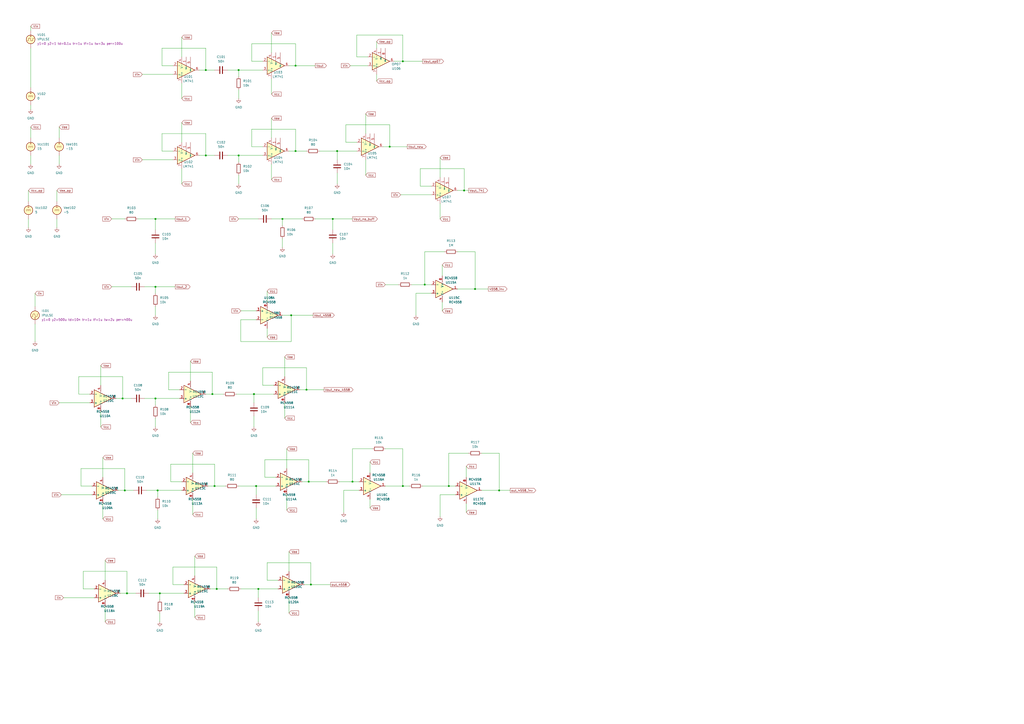
<source format=kicad_sch>
(kicad_sch (version 20230121) (generator eeschema)

  (uuid 2631fc65-08e7-4825-ac12-01305f44cc08)

  (paper "A2")

  (lib_symbols
    (symbol "Amplifier_Operational:LM741" (pin_names (offset 0.127)) (in_bom yes) (on_board yes)
      (property "Reference" "U" (at 0 6.35 0)
        (effects (font (size 1.27 1.27)) (justify left))
      )
      (property "Value" "LM741" (at 0 3.81 0)
        (effects (font (size 1.27 1.27)) (justify left))
      )
      (property "Footprint" "" (at 1.27 1.27 0)
        (effects (font (size 1.27 1.27)) hide)
      )
      (property "Datasheet" "http://www.ti.com/lit/ds/symlink/lm741.pdf" (at 3.81 3.81 0)
        (effects (font (size 1.27 1.27)) hide)
      )
      (property "ki_keywords" "single opamp" (at 0 0 0)
        (effects (font (size 1.27 1.27)) hide)
      )
      (property "ki_description" "Operational Amplifier, DIP-8/TO-99-8" (at 0 0 0)
        (effects (font (size 1.27 1.27)) hide)
      )
      (property "ki_fp_filters" "SOIC*3.9x4.9mm*P1.27mm* DIP*W7.62mm* TSSOP*3x3mm*P0.65mm*" (at 0 0 0)
        (effects (font (size 1.27 1.27)) hide)
      )
      (symbol "LM741_0_1"
        (polyline
          (pts
            (xy -5.08 5.08)
            (xy 5.08 0)
            (xy -5.08 -5.08)
            (xy -5.08 5.08)
          )
          (stroke (width 0.254) (type default))
          (fill (type background))
        )
      )
      (symbol "LM741_1_1"
        (pin input line (at 0 -7.62 90) (length 5.08)
          (name "NULL" (effects (font (size 0.508 0.508))))
          (number "1" (effects (font (size 1.27 1.27))))
        )
        (pin input line (at -7.62 -2.54 0) (length 2.54)
          (name "-" (effects (font (size 1.27 1.27))))
          (number "2" (effects (font (size 1.27 1.27))))
        )
        (pin input line (at -7.62 2.54 0) (length 2.54)
          (name "+" (effects (font (size 1.27 1.27))))
          (number "3" (effects (font (size 1.27 1.27))))
        )
        (pin power_in line (at -2.54 -7.62 90) (length 3.81)
          (name "V-" (effects (font (size 1.27 1.27))))
          (number "4" (effects (font (size 1.27 1.27))))
        )
        (pin input line (at 2.54 -7.62 90) (length 6.35)
          (name "NULL" (effects (font (size 0.508 0.508))))
          (number "5" (effects (font (size 1.27 1.27))))
        )
        (pin output line (at 7.62 0 180) (length 2.54)
          (name "~" (effects (font (size 1.27 1.27))))
          (number "6" (effects (font (size 1.27 1.27))))
        )
        (pin power_in line (at -2.54 7.62 270) (length 3.81)
          (name "V+" (effects (font (size 1.27 1.27))))
          (number "7" (effects (font (size 1.27 1.27))))
        )
        (pin no_connect line (at 0 2.54 270) (length 2.54) hide
          (name "NC" (effects (font (size 1.27 1.27))))
          (number "8" (effects (font (size 1.27 1.27))))
        )
      )
    )
    (symbol "Amplifier_Operational:OP07" (pin_names (offset 0.127)) (in_bom yes) (on_board yes)
      (property "Reference" "U" (at 1.27 6.35 0)
        (effects (font (size 1.27 1.27)) (justify left))
      )
      (property "Value" "OP07" (at 1.27 3.81 0)
        (effects (font (size 1.27 1.27)) (justify left))
      )
      (property "Footprint" "" (at 1.27 1.27 0)
        (effects (font (size 1.27 1.27)) hide)
      )
      (property "Datasheet" "https://www.analog.com/media/en/technical-documentation/data-sheets/OP07.pdf" (at 1.27 3.81 0)
        (effects (font (size 1.27 1.27)) hide)
      )
      (property "ki_keywords" "single opamp" (at 0 0 0)
        (effects (font (size 1.27 1.27)) hide)
      )
      (property "ki_description" "Single Ultra-Low Offset Voltage Operational Amplifier, DIP-8/SOIC-8" (at 0 0 0)
        (effects (font (size 1.27 1.27)) hide)
      )
      (property "ki_fp_filters" "DIP*W7.62mm* SOIC*3.9x4.9mm*P1.27mm* TO*99*" (at 0 0 0)
        (effects (font (size 1.27 1.27)) hide)
      )
      (symbol "OP07_0_1"
        (polyline
          (pts
            (xy -5.08 5.08)
            (xy 5.08 0)
            (xy -5.08 -5.08)
            (xy -5.08 5.08)
          )
          (stroke (width 0.254) (type default))
          (fill (type background))
        )
      )
      (symbol "OP07_1_1"
        (pin input line (at 0 -7.62 90) (length 5.08)
          (name "VOS" (effects (font (size 0.508 0.508))))
          (number "1" (effects (font (size 1.27 1.27))))
        )
        (pin input line (at -7.62 -2.54 0) (length 2.54)
          (name "-" (effects (font (size 1.27 1.27))))
          (number "2" (effects (font (size 1.27 1.27))))
        )
        (pin input line (at -7.62 2.54 0) (length 2.54)
          (name "+" (effects (font (size 1.27 1.27))))
          (number "3" (effects (font (size 1.27 1.27))))
        )
        (pin power_in line (at -2.54 -7.62 90) (length 3.81)
          (name "V-" (effects (font (size 1.27 1.27))))
          (number "4" (effects (font (size 1.27 1.27))))
        )
        (pin no_connect line (at 0 2.54 270) (length 2.54) hide
          (name "NC" (effects (font (size 1.27 1.27))))
          (number "5" (effects (font (size 1.27 1.27))))
        )
        (pin output line (at 7.62 0 180) (length 2.54)
          (name "~" (effects (font (size 1.27 1.27))))
          (number "6" (effects (font (size 1.27 1.27))))
        )
        (pin power_in line (at -2.54 7.62 270) (length 3.81)
          (name "V+" (effects (font (size 1.27 1.27))))
          (number "7" (effects (font (size 1.27 1.27))))
        )
        (pin input line (at 2.54 -7.62 90) (length 6.35)
          (name "VOS" (effects (font (size 0.508 0.508))))
          (number "8" (effects (font (size 1.27 1.27))))
        )
      )
    )
    (symbol "Amplifier_Operational:RC4558" (pin_names (offset 0.127)) (in_bom yes) (on_board yes)
      (property "Reference" "U" (at 0 5.08 0)
        (effects (font (size 1.27 1.27)) (justify left))
      )
      (property "Value" "RC4558" (at 0 -5.08 0)
        (effects (font (size 1.27 1.27)) (justify left))
      )
      (property "Footprint" "" (at 0 0 0)
        (effects (font (size 1.27 1.27)) hide)
      )
      (property "Datasheet" "http://www.ti.com/lit/ds/symlink/rc4558.pdf" (at 0 0 0)
        (effects (font (size 1.27 1.27)) hide)
      )
      (property "ki_locked" "" (at 0 0 0)
        (effects (font (size 1.27 1.27)))
      )
      (property "ki_keywords" "dual opamp" (at 0 0 0)
        (effects (font (size 1.27 1.27)) hide)
      )
      (property "ki_description" "Dual General Purpose, Operational Amplifier, DIP-8/SOIC-8/SSOP-8" (at 0 0 0)
        (effects (font (size 1.27 1.27)) hide)
      )
      (property "ki_fp_filters" "SOIC*3.9x4.9mm*P1.27mm* DIP*W7.62mm* TO*99* OnSemi*Micro8* TSSOP*3x3mm*P0.65mm* TSSOP*4.4x3mm*P0.65mm* MSOP*3x3mm*P0.65mm* SSOP*3.9x4.9mm*P0.635mm* LFCSP*2x2mm*P0.5mm* *SIP* SOIC*5.3x6.2mm*P1.27mm*" (at 0 0 0)
        (effects (font (size 1.27 1.27)) hide)
      )
      (symbol "RC4558_1_1"
        (polyline
          (pts
            (xy -5.08 5.08)
            (xy 5.08 0)
            (xy -5.08 -5.08)
            (xy -5.08 5.08)
          )
          (stroke (width 0.254) (type default))
          (fill (type background))
        )
        (pin output line (at 7.62 0 180) (length 2.54)
          (name "~" (effects (font (size 1.27 1.27))))
          (number "1" (effects (font (size 1.27 1.27))))
        )
        (pin input line (at -7.62 -2.54 0) (length 2.54)
          (name "-" (effects (font (size 1.27 1.27))))
          (number "2" (effects (font (size 1.27 1.27))))
        )
        (pin input line (at -7.62 2.54 0) (length 2.54)
          (name "+" (effects (font (size 1.27 1.27))))
          (number "3" (effects (font (size 1.27 1.27))))
        )
      )
      (symbol "RC4558_2_1"
        (polyline
          (pts
            (xy -5.08 5.08)
            (xy 5.08 0)
            (xy -5.08 -5.08)
            (xy -5.08 5.08)
          )
          (stroke (width 0.254) (type default))
          (fill (type background))
        )
        (pin input line (at -7.62 2.54 0) (length 2.54)
          (name "+" (effects (font (size 1.27 1.27))))
          (number "5" (effects (font (size 1.27 1.27))))
        )
        (pin input line (at -7.62 -2.54 0) (length 2.54)
          (name "-" (effects (font (size 1.27 1.27))))
          (number "6" (effects (font (size 1.27 1.27))))
        )
        (pin output line (at 7.62 0 180) (length 2.54)
          (name "~" (effects (font (size 1.27 1.27))))
          (number "7" (effects (font (size 1.27 1.27))))
        )
      )
      (symbol "RC4558_3_1"
        (pin power_in line (at -2.54 -7.62 90) (length 3.81)
          (name "V-" (effects (font (size 1.27 1.27))))
          (number "4" (effects (font (size 1.27 1.27))))
        )
        (pin power_in line (at -2.54 7.62 270) (length 3.81)
          (name "V+" (effects (font (size 1.27 1.27))))
          (number "8" (effects (font (size 1.27 1.27))))
        )
      )
    )
    (symbol "Device:C" (pin_numbers hide) (pin_names (offset 0.254)) (in_bom yes) (on_board yes)
      (property "Reference" "C" (at 0.635 2.54 0)
        (effects (font (size 1.27 1.27)) (justify left))
      )
      (property "Value" "C" (at 0.635 -2.54 0)
        (effects (font (size 1.27 1.27)) (justify left))
      )
      (property "Footprint" "" (at 0.9652 -3.81 0)
        (effects (font (size 1.27 1.27)) hide)
      )
      (property "Datasheet" "~" (at 0 0 0)
        (effects (font (size 1.27 1.27)) hide)
      )
      (property "ki_keywords" "cap capacitor" (at 0 0 0)
        (effects (font (size 1.27 1.27)) hide)
      )
      (property "ki_description" "Unpolarized capacitor" (at 0 0 0)
        (effects (font (size 1.27 1.27)) hide)
      )
      (property "ki_fp_filters" "C_*" (at 0 0 0)
        (effects (font (size 1.27 1.27)) hide)
      )
      (symbol "C_0_1"
        (polyline
          (pts
            (xy -2.032 -0.762)
            (xy 2.032 -0.762)
          )
          (stroke (width 0.508) (type default))
          (fill (type none))
        )
        (polyline
          (pts
            (xy -2.032 0.762)
            (xy 2.032 0.762)
          )
          (stroke (width 0.508) (type default))
          (fill (type none))
        )
      )
      (symbol "C_1_1"
        (pin passive line (at 0 3.81 270) (length 2.794)
          (name "~" (effects (font (size 1.27 1.27))))
          (number "1" (effects (font (size 1.27 1.27))))
        )
        (pin passive line (at 0 -3.81 90) (length 2.794)
          (name "~" (effects (font (size 1.27 1.27))))
          (number "2" (effects (font (size 1.27 1.27))))
        )
      )
    )
    (symbol "Device:R" (pin_numbers hide) (pin_names (offset 0)) (in_bom yes) (on_board yes)
      (property "Reference" "R" (at 2.032 0 90)
        (effects (font (size 1.27 1.27)))
      )
      (property "Value" "R" (at 0 0 90)
        (effects (font (size 1.27 1.27)))
      )
      (property "Footprint" "" (at -1.778 0 90)
        (effects (font (size 1.27 1.27)) hide)
      )
      (property "Datasheet" "~" (at 0 0 0)
        (effects (font (size 1.27 1.27)) hide)
      )
      (property "ki_keywords" "R res resistor" (at 0 0 0)
        (effects (font (size 1.27 1.27)) hide)
      )
      (property "ki_description" "Resistor" (at 0 0 0)
        (effects (font (size 1.27 1.27)) hide)
      )
      (property "ki_fp_filters" "R_*" (at 0 0 0)
        (effects (font (size 1.27 1.27)) hide)
      )
      (symbol "R_0_1"
        (rectangle (start -1.016 -2.54) (end 1.016 2.54)
          (stroke (width 0.254) (type default))
          (fill (type none))
        )
      )
      (symbol "R_1_1"
        (pin passive line (at 0 3.81 270) (length 1.27)
          (name "~" (effects (font (size 1.27 1.27))))
          (number "1" (effects (font (size 1.27 1.27))))
        )
        (pin passive line (at 0 -3.81 90) (length 1.27)
          (name "~" (effects (font (size 1.27 1.27))))
          (number "2" (effects (font (size 1.27 1.27))))
        )
      )
    )
    (symbol "Simulation_SPICE:IPULSE" (pin_numbers hide) (pin_names (offset 0.0254)) (in_bom yes) (on_board yes)
      (property "Reference" "I" (at 2.54 2.54 0)
        (effects (font (size 1.27 1.27)) (justify left))
      )
      (property "Value" "IPULSE" (at 2.54 0 0)
        (effects (font (size 1.27 1.27)) (justify left))
      )
      (property "Footprint" "" (at 0 0 0)
        (effects (font (size 1.27 1.27)) hide)
      )
      (property "Datasheet" "~" (at 0 0 0)
        (effects (font (size 1.27 1.27)) hide)
      )
      (property "Sim.Pins" "1=+ 2=-" (at 0 0 0)
        (effects (font (size 1.27 1.27)) hide)
      )
      (property "Sim.Device" "I" (at 0 0 0)
        (effects (font (size 1.27 1.27)) (justify left) hide)
      )
      (property "Sim.Type" "PULSE" (at 0 0 0)
        (effects (font (size 1.27 1.27)) hide)
      )
      (property "Sim.Params" "y1=0 y2=1 td=2n tr=2n tf=2n tw=50n per=100n" (at 2.54 -2.54 0)
        (effects (font (size 1.27 1.27)) (justify left))
      )
      (property "ki_keywords" "simulation" (at 0 0 0)
        (effects (font (size 1.27 1.27)) hide)
      )
      (property "ki_description" "Current source, pulse" (at 0 0 0)
        (effects (font (size 1.27 1.27)) hide)
      )
      (symbol "IPULSE_0_0"
        (polyline
          (pts
            (xy -2.032 -0.762)
            (xy -1.397 -0.762)
            (xy -1.143 0.762)
            (xy -0.127 0.762)
            (xy 0.127 -0.762)
            (xy 1.143 -0.762)
            (xy 1.397 0.762)
            (xy 2.032 0.762)
          )
          (stroke (width 0) (type default))
          (fill (type none))
        )
      )
      (symbol "IPULSE_0_1"
        (polyline
          (pts
            (xy 0 1.27)
            (xy 0 2.286)
          )
          (stroke (width 0) (type default))
          (fill (type none))
        )
        (polyline
          (pts
            (xy -0.254 1.778)
            (xy 0 1.27)
            (xy 0.254 1.778)
          )
          (stroke (width 0) (type default))
          (fill (type none))
        )
        (circle (center 0 0) (radius 2.54)
          (stroke (width 0.254) (type default))
          (fill (type background))
        )
      )
      (symbol "IPULSE_1_1"
        (pin passive line (at 0 5.08 270) (length 2.54)
          (name "~" (effects (font (size 1.27 1.27))))
          (number "1" (effects (font (size 1.27 1.27))))
        )
        (pin passive line (at 0 -5.08 90) (length 2.54)
          (name "~" (effects (font (size 1.27 1.27))))
          (number "2" (effects (font (size 1.27 1.27))))
        )
      )
    )
    (symbol "Simulation_SPICE:VDC" (pin_numbers hide) (pin_names (offset 0.0254)) (in_bom yes) (on_board yes)
      (property "Reference" "V" (at 2.54 2.54 0)
        (effects (font (size 1.27 1.27)) (justify left))
      )
      (property "Value" "1" (at 2.54 0 0)
        (effects (font (size 1.27 1.27)) (justify left))
      )
      (property "Footprint" "" (at 0 0 0)
        (effects (font (size 1.27 1.27)) hide)
      )
      (property "Datasheet" "~" (at 0 0 0)
        (effects (font (size 1.27 1.27)) hide)
      )
      (property "Sim.Pins" "1=+ 2=-" (at 0 0 0)
        (effects (font (size 1.27 1.27)) hide)
      )
      (property "Sim.Type" "DC" (at 0 0 0)
        (effects (font (size 1.27 1.27)) hide)
      )
      (property "Sim.Device" "V" (at 0 0 0)
        (effects (font (size 1.27 1.27)) (justify left) hide)
      )
      (property "ki_keywords" "simulation" (at 0 0 0)
        (effects (font (size 1.27 1.27)) hide)
      )
      (property "ki_description" "Voltage source, DC" (at 0 0 0)
        (effects (font (size 1.27 1.27)) hide)
      )
      (symbol "VDC_0_0"
        (polyline
          (pts
            (xy -1.27 0.254)
            (xy 1.27 0.254)
          )
          (stroke (width 0) (type default))
          (fill (type none))
        )
        (polyline
          (pts
            (xy -0.762 -0.254)
            (xy -1.27 -0.254)
          )
          (stroke (width 0) (type default))
          (fill (type none))
        )
        (polyline
          (pts
            (xy 0.254 -0.254)
            (xy -0.254 -0.254)
          )
          (stroke (width 0) (type default))
          (fill (type none))
        )
        (polyline
          (pts
            (xy 1.27 -0.254)
            (xy 0.762 -0.254)
          )
          (stroke (width 0) (type default))
          (fill (type none))
        )
        (text "+" (at 0 1.905 0)
          (effects (font (size 1.27 1.27)))
        )
      )
      (symbol "VDC_0_1"
        (circle (center 0 0) (radius 2.54)
          (stroke (width 0.254) (type default))
          (fill (type background))
        )
      )
      (symbol "VDC_1_1"
        (pin passive line (at 0 5.08 270) (length 2.54)
          (name "~" (effects (font (size 1.27 1.27))))
          (number "1" (effects (font (size 1.27 1.27))))
        )
        (pin passive line (at 0 -5.08 90) (length 2.54)
          (name "~" (effects (font (size 1.27 1.27))))
          (number "2" (effects (font (size 1.27 1.27))))
        )
      )
    )
    (symbol "Simulation_SPICE:VPULSE" (pin_numbers hide) (pin_names (offset 0.0254)) (in_bom yes) (on_board yes)
      (property "Reference" "V" (at 2.54 2.54 0)
        (effects (font (size 1.27 1.27)) (justify left))
      )
      (property "Value" "VPULSE" (at 2.54 0 0)
        (effects (font (size 1.27 1.27)) (justify left))
      )
      (property "Footprint" "" (at 0 0 0)
        (effects (font (size 1.27 1.27)) hide)
      )
      (property "Datasheet" "~" (at 0 0 0)
        (effects (font (size 1.27 1.27)) hide)
      )
      (property "Sim.Pins" "1=+ 2=-" (at 0 0 0)
        (effects (font (size 1.27 1.27)) hide)
      )
      (property "Sim.Type" "PULSE" (at 0 0 0)
        (effects (font (size 1.27 1.27)) hide)
      )
      (property "Sim.Device" "V" (at 0 0 0)
        (effects (font (size 1.27 1.27)) (justify left) hide)
      )
      (property "Sim.Params" "y1=0 y2=1 td=2n tr=2n tf=2n tw=50n per=100n" (at 2.54 -2.54 0)
        (effects (font (size 1.27 1.27)) (justify left))
      )
      (property "ki_keywords" "simulation" (at 0 0 0)
        (effects (font (size 1.27 1.27)) hide)
      )
      (property "ki_description" "Voltage source, pulse" (at 0 0 0)
        (effects (font (size 1.27 1.27)) hide)
      )
      (symbol "VPULSE_0_0"
        (polyline
          (pts
            (xy -2.032 -0.762)
            (xy -1.397 -0.762)
            (xy -1.143 0.762)
            (xy -0.127 0.762)
            (xy 0.127 -0.762)
            (xy 1.143 -0.762)
            (xy 1.397 0.762)
            (xy 2.032 0.762)
          )
          (stroke (width 0) (type default))
          (fill (type none))
        )
        (text "+" (at 0 1.905 0)
          (effects (font (size 1.27 1.27)))
        )
      )
      (symbol "VPULSE_0_1"
        (circle (center 0 0) (radius 2.54)
          (stroke (width 0.254) (type default))
          (fill (type background))
        )
      )
      (symbol "VPULSE_1_1"
        (pin passive line (at 0 5.08 270) (length 2.54)
          (name "~" (effects (font (size 1.27 1.27))))
          (number "1" (effects (font (size 1.27 1.27))))
        )
        (pin passive line (at 0 -5.08 90) (length 2.54)
          (name "~" (effects (font (size 1.27 1.27))))
          (number "2" (effects (font (size 1.27 1.27))))
        )
      )
    )
    (symbol "power:GND" (power) (pin_names (offset 0)) (in_bom yes) (on_board yes)
      (property "Reference" "#PWR" (at 0 -6.35 0)
        (effects (font (size 1.27 1.27)) hide)
      )
      (property "Value" "GND" (at 0 -3.81 0)
        (effects (font (size 1.27 1.27)))
      )
      (property "Footprint" "" (at 0 0 0)
        (effects (font (size 1.27 1.27)) hide)
      )
      (property "Datasheet" "" (at 0 0 0)
        (effects (font (size 1.27 1.27)) hide)
      )
      (property "ki_keywords" "global power" (at 0 0 0)
        (effects (font (size 1.27 1.27)) hide)
      )
      (property "ki_description" "Power symbol creates a global label with name \"GND\" , ground" (at 0 0 0)
        (effects (font (size 1.27 1.27)) hide)
      )
      (symbol "GND_0_1"
        (polyline
          (pts
            (xy 0 0)
            (xy 0 -1.27)
            (xy 1.27 -1.27)
            (xy 0 -2.54)
            (xy -1.27 -1.27)
            (xy 0 -1.27)
          )
          (stroke (width 0) (type default))
          (fill (type none))
        )
      )
      (symbol "GND_1_1"
        (pin power_in line (at 0 0 270) (length 0) hide
          (name "GND" (effects (font (size 1.27 1.27))))
          (number "1" (effects (font (size 1.27 1.27))))
        )
      )
    )
  )

  (junction (at 163.83 127) (diameter 0) (color 0 0 0 0)
    (uuid 0903f9fe-795e-4042-8f23-68decde1692a)
  )
  (junction (at 90.17 127) (diameter 0) (color 0 0 0 0)
    (uuid 133cb795-3ef2-4414-b585-eae5ee259113)
  )
  (junction (at 119.38 90.17) (diameter 0) (color 0 0 0 0)
    (uuid 13b0ab2d-7019-4607-92be-d2fad03fa5af)
  )
  (junction (at 73.66 344.17) (diameter 0) (color 0 0 0 0)
    (uuid 2a989b84-02ff-404b-a6cb-875830b6bbb9)
  )
  (junction (at 233.68 281.94) (diameter 0) (color 0 0 0 0)
    (uuid 2ed4f1e0-5372-448b-b754-83d3eda4a432)
  )
  (junction (at 119.38 40.64) (diameter 0) (color 0 0 0 0)
    (uuid 31fdd641-ce03-4dc3-aef9-e0fb70fe6d05)
  )
  (junction (at 72.39 284.48) (diameter 0) (color 0 0 0 0)
    (uuid 32db1c39-7a79-4aab-b7bf-b4705dfae333)
  )
  (junction (at 71.12 231.14) (diameter 0) (color 0 0 0 0)
    (uuid 3359ab3f-f9de-4909-bfb4-a906f2284951)
  )
  (junction (at 204.47 279.4) (diameter 0) (color 0 0 0 0)
    (uuid 3bf3b761-9c11-45b4-af64-29e0471f707c)
  )
  (junction (at 148.59 281.94) (diameter 0) (color 0 0 0 0)
    (uuid 474ecdf5-e59f-49ff-9dfb-209a10d4ebb9)
  )
  (junction (at 195.58 87.63) (diameter 0) (color 0 0 0 0)
    (uuid 47e09f08-41bb-4a6d-9a84-682c09209284)
  )
  (junction (at 91.44 284.48) (diameter 0) (color 0 0 0 0)
    (uuid 487c9ea4-ca45-42ce-bfb5-2a2cadbe6d1a)
  )
  (junction (at 246.38 165.1) (diameter 0) (color 0 0 0 0)
    (uuid 48f35989-7b81-4a1e-bf5d-2a228fd91c2c)
  )
  (junction (at 138.43 40.64) (diameter 0) (color 0 0 0 0)
    (uuid 4ca4ed30-43b5-4f88-b282-b7bebc24cb79)
  )
  (junction (at 179.07 279.4) (diameter 0) (color 0 0 0 0)
    (uuid 531cf7bd-1147-43e0-bfa3-7c63f65e267c)
  )
  (junction (at 138.43 90.17) (diameter 0) (color 0 0 0 0)
    (uuid 5dabe5e6-53d2-4b3b-918c-6dac20da0930)
  )
  (junction (at 125.73 341.63) (diameter 0) (color 0 0 0 0)
    (uuid 6907fa74-f568-4e6a-b23e-e0a9f5661773)
  )
  (junction (at 260.35 281.94) (diameter 0) (color 0 0 0 0)
    (uuid 6b8e0839-c03d-438c-b53d-2e2547370221)
  )
  (junction (at 168.91 182.88) (diameter 0) (color 0 0 0 0)
    (uuid 75394229-1dca-4436-9af8-b3305d06da72)
  )
  (junction (at 92.71 344.17) (diameter 0) (color 0 0 0 0)
    (uuid 7c798f87-51fe-43a4-a75a-43a002e9e28e)
  )
  (junction (at 147.32 228.6) (diameter 0) (color 0 0 0 0)
    (uuid 806da128-dd7e-4a24-a02d-5d7e427b5af8)
  )
  (junction (at 171.45 38.1) (diameter 0) (color 0 0 0 0)
    (uuid 83eefe36-99f8-42d3-9217-60688498f807)
  )
  (junction (at 269.24 110.49) (diameter 0) (color 0 0 0 0)
    (uuid 85d935e5-509a-4d14-bb45-dc0e1f45f6b0)
  )
  (junction (at 90.17 231.14) (diameter 0) (color 0 0 0 0)
    (uuid 9454b217-0d58-447e-91df-dcf787553937)
  )
  (junction (at 289.56 284.48) (diameter 0) (color 0 0 0 0)
    (uuid 99cddb87-e52c-4e18-8efe-607c021b2e69)
  )
  (junction (at 226.06 85.09) (diameter 0) (color 0 0 0 0)
    (uuid 9baf6ba9-d0ff-425c-9790-f2f4fc631ae9)
  )
  (junction (at 124.46 281.94) (diameter 0) (color 0 0 0 0)
    (uuid 9d8b78ef-a889-48ce-ad4e-b8326c3e4713)
  )
  (junction (at 171.45 87.63) (diameter 0) (color 0 0 0 0)
    (uuid 9fb2d683-01f8-4fce-8108-1c3f30468dd5)
  )
  (junction (at 177.8 226.06) (diameter 0) (color 0 0 0 0)
    (uuid ba4619bf-9bdf-4b19-acc4-b6d1c889e68f)
  )
  (junction (at 193.04 127) (diameter 0) (color 0 0 0 0)
    (uuid c5458240-76a1-44cc-8ece-8165d8d2e374)
  )
  (junction (at 233.68 35.56) (diameter 0) (color 0 0 0 0)
    (uuid cbb4a444-e9a2-493c-8b66-d63d83a8d003)
  )
  (junction (at 275.59 167.64) (diameter 0) (color 0 0 0 0)
    (uuid d0cb83f2-ce7d-4b8e-b819-c657afbb37e0)
  )
  (junction (at 90.17 166.37) (diameter 0) (color 0 0 0 0)
    (uuid de663dd6-138c-41b8-8366-e4fcf56ae03a)
  )
  (junction (at 123.19 228.6) (diameter 0) (color 0 0 0 0)
    (uuid ead0ae10-c74d-4a1d-bb01-86008a661be0)
  )
  (junction (at 149.86 341.63) (diameter 0) (color 0 0 0 0)
    (uuid fd475a78-1c9f-483e-b457-1e6069529033)
  )
  (junction (at 180.34 339.09) (diameter 0) (color 0 0 0 0)
    (uuid fe6a72f2-d87d-40e3-a19b-1744cb3609bc)
  )

  (wire (pts (xy 58.42 212.09) (xy 58.42 223.52))
    (stroke (width 0) (type default))
    (uuid 01ce779b-a5dd-4ae0-ae84-ff74e0e58898)
  )
  (wire (pts (xy 260.35 281.94) (xy 260.35 262.89))
    (stroke (width 0) (type default))
    (uuid 0290ee1b-83ba-4bbc-bc12-c37b0bebc313)
  )
  (wire (pts (xy 199.39 284.48) (xy 199.39 297.18))
    (stroke (width 0) (type default))
    (uuid 02aa6b4f-d640-4c71-9b4f-592b4c85aa97)
  )
  (wire (pts (xy 85.09 284.48) (xy 91.44 284.48))
    (stroke (width 0) (type default))
    (uuid 038645cc-a87b-4576-a014-63d3590fd760)
  )
  (wire (pts (xy 139.7 180.34) (xy 148.59 180.34))
    (stroke (width 0) (type default))
    (uuid 03b7efd7-3fcf-4d9a-bf91-3c94d464e0e5)
  )
  (wire (pts (xy 45.72 228.6) (xy 45.72 218.44))
    (stroke (width 0) (type default))
    (uuid 04ad5da1-314b-4352-a7c3-5007005cb927)
  )
  (wire (pts (xy 72.39 271.78) (xy 72.39 284.48))
    (stroke (width 0) (type default))
    (uuid 04d67713-20b8-4300-b311-6b3e39cf7131)
  )
  (wire (pts (xy 90.17 166.37) (xy 101.6 166.37))
    (stroke (width 0) (type default))
    (uuid 059d9135-7304-4915-b4d3-b2f5d149302c)
  )
  (wire (pts (xy 137.16 228.6) (xy 147.32 228.6))
    (stroke (width 0) (type default))
    (uuid 09e6d8c7-bfec-48e4-80fd-c6d7f0325b54)
  )
  (wire (pts (xy 124.46 281.94) (xy 130.81 281.94))
    (stroke (width 0) (type default))
    (uuid 0a794495-f947-451e-b385-0d6ab4e4e734)
  )
  (wire (pts (xy 246.38 146.05) (xy 257.81 146.05))
    (stroke (width 0) (type default))
    (uuid 0a8b0884-2356-4c99-a56b-7e80b05e29d3)
  )
  (wire (pts (xy 119.38 27.94) (xy 119.38 40.64))
    (stroke (width 0) (type default))
    (uuid 0b942986-1f7a-40d1-9ca7-bfb6ed9246d4)
  )
  (wire (pts (xy 119.38 228.6) (xy 123.19 228.6))
    (stroke (width 0) (type default))
    (uuid 0bfbe144-cde3-4d8f-9573-b17b1eee8302)
  )
  (wire (pts (xy 233.68 281.94) (xy 233.68 260.35))
    (stroke (width 0) (type default))
    (uuid 0ea986a9-2da2-4e2b-8f24-495b91e41b4e)
  )
  (wire (pts (xy 60.96 351.79) (xy 60.96 360.68))
    (stroke (width 0) (type default))
    (uuid 104bd4df-a4d7-4cc5-9caf-148c338e0018)
  )
  (wire (pts (xy 146.05 85.09) (xy 146.05 74.93))
    (stroke (width 0) (type default))
    (uuid 1193346b-639f-4c2b-aa69-22731419caa4)
  )
  (wire (pts (xy 233.68 35.56) (xy 245.11 35.56))
    (stroke (width 0) (type default))
    (uuid 11a44625-cf7b-482a-89f9-e6d85f4f8caf)
  )
  (wire (pts (xy 121.92 341.63) (xy 125.73 341.63))
    (stroke (width 0) (type default))
    (uuid 1220ba89-6e98-4714-85b5-d19a5354409c)
  )
  (wire (pts (xy 195.58 87.63) (xy 195.58 92.71))
    (stroke (width 0) (type default))
    (uuid 13570ec1-92f1-4dbf-aef0-d7f5d14d17dc)
  )
  (wire (pts (xy 179.07 279.4) (xy 189.23 279.4))
    (stroke (width 0) (type default))
    (uuid 142c10cd-d35b-4248-b013-bc77ff5d7d2c)
  )
  (wire (pts (xy 246.38 165.1) (xy 250.19 165.1))
    (stroke (width 0) (type default))
    (uuid 153291a2-59f4-40ed-adbf-ba992a5b0b75)
  )
  (wire (pts (xy 256.54 175.26) (xy 256.54 180.34))
    (stroke (width 0) (type default))
    (uuid 15b07c25-47f1-4d02-a2e7-bb30c140f091)
  )
  (wire (pts (xy 193.04 140.97) (xy 193.04 147.32))
    (stroke (width 0) (type default))
    (uuid 1712510f-08ac-474c-b084-9b6c93e7e306)
  )
  (wire (pts (xy 222.25 85.09) (xy 226.06 85.09))
    (stroke (width 0) (type default))
    (uuid 17650cef-a6bc-4fcd-8f11-aa04fd19a587)
  )
  (wire (pts (xy 52.07 233.68) (xy 34.29 233.68))
    (stroke (width 0) (type default))
    (uuid 18c64e78-086a-4ab0-8404-ecd70666fd95)
  )
  (wire (pts (xy 90.17 140.97) (xy 90.17 147.32))
    (stroke (width 0) (type default))
    (uuid 18c94962-5cc2-4431-b111-8d4dc45cac0e)
  )
  (wire (pts (xy 125.73 341.63) (xy 132.08 341.63))
    (stroke (width 0) (type default))
    (uuid 1a62a9b3-8bc9-46eb-9729-4872f876f252)
  )
  (wire (pts (xy 157.48 68.58) (xy 157.48 80.01))
    (stroke (width 0) (type default))
    (uuid 1ac5418e-cfa3-4b7c-ab7c-069a22dc155b)
  )
  (wire (pts (xy 152.4 35.56) (xy 146.05 35.56))
    (stroke (width 0) (type default))
    (uuid 1c53e896-e472-43a8-a82f-c83ea8bd9294)
  )
  (wire (pts (xy 124.46 269.24) (xy 124.46 281.94))
    (stroke (width 0) (type default))
    (uuid 1dac2a86-e516-499e-84d6-00507d454ca6)
  )
  (wire (pts (xy 171.45 74.93) (xy 171.45 87.63))
    (stroke (width 0) (type default))
    (uuid 1e8675f6-2edf-4249-948c-bfedc4ede446)
  )
  (wire (pts (xy 180.34 339.09) (xy 191.77 339.09))
    (stroke (width 0) (type default))
    (uuid 20cf4370-4c2d-48f3-8989-37879e6ce2da)
  )
  (wire (pts (xy 33.02 127) (xy 33.02 132.08))
    (stroke (width 0) (type default))
    (uuid 22a9496f-094d-4e21-8699-45651cb1b810)
  )
  (wire (pts (xy 115.57 40.64) (xy 119.38 40.64))
    (stroke (width 0) (type default))
    (uuid 22d3bb18-bee6-4dfd-a68e-a40e0660442d)
  )
  (wire (pts (xy 90.17 166.37) (xy 90.17 170.18))
    (stroke (width 0) (type default))
    (uuid 23244693-98d5-4e4d-bf45-362fa19d273a)
  )
  (wire (pts (xy 91.44 295.91) (xy 91.44 300.99))
    (stroke (width 0) (type default))
    (uuid 288ac245-9266-444d-9998-bfab6db8074a)
  )
  (wire (pts (xy 48.26 341.63) (xy 48.26 331.47))
    (stroke (width 0) (type default))
    (uuid 2a84f6b1-5a9b-4252-b0e4-8e81b68e78d6)
  )
  (wire (pts (xy 119.38 90.17) (xy 124.46 90.17))
    (stroke (width 0) (type default))
    (uuid 2f6ab775-a08b-457e-b9ed-468acdbb88ad)
  )
  (wire (pts (xy 154.94 190.5) (xy 154.94 195.58))
    (stroke (width 0) (type default))
    (uuid 317b803a-1a5b-4d34-a05b-6cdc2a4f8f31)
  )
  (wire (pts (xy 147.32 228.6) (xy 158.75 228.6))
    (stroke (width 0) (type default))
    (uuid 31edafb2-d172-4e65-ae6d-08d6e5ee1b91)
  )
  (wire (pts (xy 138.43 40.64) (xy 138.43 44.45))
    (stroke (width 0) (type default))
    (uuid 32c20da7-a043-4889-8a45-2ee038ad66c2)
  )
  (wire (pts (xy 72.39 127) (xy 64.77 127))
    (stroke (width 0) (type default))
    (uuid 32ffdcd1-f186-420d-bfd4-fa321af402a5)
  )
  (wire (pts (xy 195.58 100.33) (xy 195.58 106.68))
    (stroke (width 0) (type default))
    (uuid 331e32f8-c40a-481b-99f2-f0755b5a6adf)
  )
  (wire (pts (xy 265.43 167.64) (xy 275.59 167.64))
    (stroke (width 0) (type default))
    (uuid 333c583b-de45-4f59-875b-f5a7342ee7a1)
  )
  (wire (pts (xy 157.48 127) (xy 163.83 127))
    (stroke (width 0) (type default))
    (uuid 3436e152-1bc0-4e40-8ea3-d8ff0a6ac2a9)
  )
  (wire (pts (xy 168.91 198.12) (xy 168.91 182.88))
    (stroke (width 0) (type default))
    (uuid 34dffdb2-1747-4d47-91c1-3dbf50e6113b)
  )
  (wire (pts (xy 218.44 24.13) (xy 218.44 27.94))
    (stroke (width 0) (type default))
    (uuid 3542d75c-de9e-44b8-b24a-fde920e04577)
  )
  (wire (pts (xy 152.4 223.52) (xy 152.4 213.36))
    (stroke (width 0) (type default))
    (uuid 358699aa-7e6f-4eee-9cac-ddba222badad)
  )
  (wire (pts (xy 16.51 127) (xy 16.51 132.08))
    (stroke (width 0) (type default))
    (uuid 378febcb-0bf2-4522-8167-a10197588ed0)
  )
  (wire (pts (xy 185.42 87.63) (xy 195.58 87.63))
    (stroke (width 0) (type default))
    (uuid 3c149510-6499-4765-a65a-0b0409d7b138)
  )
  (wire (pts (xy 138.43 90.17) (xy 152.4 90.17))
    (stroke (width 0) (type default))
    (uuid 3c943221-db32-48e5-abe1-c2f055c8d6e0)
  )
  (wire (pts (xy 149.86 341.63) (xy 149.86 346.71))
    (stroke (width 0) (type default))
    (uuid 3e1d92c0-8ee7-4b85-870d-4e195a42ef0f)
  )
  (wire (pts (xy 241.3 170.18) (xy 241.3 182.88))
    (stroke (width 0) (type default))
    (uuid 3e33fd3b-c4f3-4734-9c58-538e5aea80e5)
  )
  (wire (pts (xy 255.27 287.02) (xy 255.27 299.72))
    (stroke (width 0) (type default))
    (uuid 3e9c164a-b77f-4a05-a520-7cfc5ce71c79)
  )
  (wire (pts (xy 161.29 336.55) (xy 154.94 336.55))
    (stroke (width 0) (type default))
    (uuid 3f7b6a8e-72f7-442e-b604-fea84af5fe5b)
  )
  (wire (pts (xy 113.03 349.25) (xy 113.03 358.14))
    (stroke (width 0) (type default))
    (uuid 3f91c785-6af1-4cd7-80e0-30e5db800c34)
  )
  (wire (pts (xy 167.64 346.71) (xy 167.64 355.6))
    (stroke (width 0) (type default))
    (uuid 3fd49113-fd6b-4015-aac8-c5e0a97629a0)
  )
  (wire (pts (xy 54.61 341.63) (xy 48.26 341.63))
    (stroke (width 0) (type default))
    (uuid 4088a865-ff26-4178-bf8c-9ebe990383b4)
  )
  (wire (pts (xy 289.56 284.48) (xy 295.91 284.48))
    (stroke (width 0) (type default))
    (uuid 4126455f-0c12-49bf-b509-8f6501daad60)
  )
  (wire (pts (xy 139.7 341.63) (xy 149.86 341.63))
    (stroke (width 0) (type default))
    (uuid 42657e17-fe64-4a14-b978-5806f4e2fa37)
  )
  (wire (pts (xy 68.58 284.48) (xy 72.39 284.48))
    (stroke (width 0) (type default))
    (uuid 42e5cb3a-de6c-4e91-92e8-87d1119081da)
  )
  (wire (pts (xy 80.01 127) (xy 90.17 127))
    (stroke (width 0) (type default))
    (uuid 43a66b05-9eeb-419b-b2c8-2d10fe906097)
  )
  (wire (pts (xy 138.43 52.07) (xy 138.43 57.15))
    (stroke (width 0) (type default))
    (uuid 45fd0b57-e3b3-4bb7-95fe-82e4446403af)
  )
  (wire (pts (xy 153.67 266.7) (xy 179.07 266.7))
    (stroke (width 0) (type default))
    (uuid 469aa9a6-d192-4360-a5c1-95d741126362)
  )
  (wire (pts (xy 223.52 260.35) (xy 233.68 260.35))
    (stroke (width 0) (type default))
    (uuid 485cad12-3c7e-4909-a0f4-3423b6d8f2be)
  )
  (wire (pts (xy 196.85 279.4) (xy 204.47 279.4))
    (stroke (width 0) (type default))
    (uuid 48f393b9-e91a-4d04-b9c4-68928329db4c)
  )
  (wire (pts (xy 73.66 344.17) (xy 78.74 344.17))
    (stroke (width 0) (type default))
    (uuid 4a752156-0d0b-404b-aa6b-9921cc1fc519)
  )
  (wire (pts (xy 97.79 226.06) (xy 97.79 215.9))
    (stroke (width 0) (type default))
    (uuid 4be0497e-0ba2-494b-bc01-d553482e6c79)
  )
  (wire (pts (xy 60.96 325.12) (xy 60.96 336.55))
    (stroke (width 0) (type default))
    (uuid 4c3aae8e-6fa0-49e5-b3ca-5a759e030334)
  )
  (wire (pts (xy 200.66 82.55) (xy 200.66 72.39))
    (stroke (width 0) (type default))
    (uuid 4c74be1e-50a9-44a8-aedf-8bd433b30400)
  )
  (wire (pts (xy 265.43 146.05) (xy 275.59 146.05))
    (stroke (width 0) (type default))
    (uuid 4ca82922-86c6-414b-9597-2659b5ce5fc4)
  )
  (wire (pts (xy 168.91 182.88) (xy 163.83 182.88))
    (stroke (width 0) (type default))
    (uuid 4e03edd7-d7c1-440b-a852-96d926a00718)
  )
  (wire (pts (xy 111.76 289.56) (xy 111.76 298.45))
    (stroke (width 0) (type default))
    (uuid 4ebaf1c8-33c1-45a6-9b6a-9b439982cb0b)
  )
  (wire (pts (xy 132.08 90.17) (xy 138.43 90.17))
    (stroke (width 0) (type default))
    (uuid 50650e0d-2058-44ea-b805-86a5a0d994cf)
  )
  (wire (pts (xy 208.28 284.48) (xy 199.39 284.48))
    (stroke (width 0) (type default))
    (uuid 515eec10-8fab-44db-b409-efaa028cad7c)
  )
  (wire (pts (xy 148.59 281.94) (xy 160.02 281.94))
    (stroke (width 0) (type default))
    (uuid 51bcc1ad-9672-4513-b1a3-3516771c6c03)
  )
  (wire (pts (xy 233.68 20.32) (xy 233.68 35.56))
    (stroke (width 0) (type default))
    (uuid 53fb38ec-154b-43de-9ebc-047d20017e1b)
  )
  (wire (pts (xy 193.04 127) (xy 193.04 133.35))
    (stroke (width 0) (type default))
    (uuid 54d8e9ca-4ee6-4e15-93d8-06e302a44604)
  )
  (wire (pts (xy 138.43 90.17) (xy 138.43 93.98))
    (stroke (width 0) (type default))
    (uuid 55421b2c-6346-41f8-a084-79dca968bb28)
  )
  (wire (pts (xy 105.41 21.59) (xy 105.41 33.02))
    (stroke (width 0) (type default))
    (uuid 57660010-92c5-4ae1-9242-bd9f210301b0)
  )
  (wire (pts (xy 270.51 270.51) (xy 270.51 276.86))
    (stroke (width 0) (type default))
    (uuid 5806bf2b-c0ed-439e-bae1-7da4f0ae429c)
  )
  (wire (pts (xy 147.32 228.6) (xy 147.32 233.68))
    (stroke (width 0) (type default))
    (uuid 5877d1a4-7bde-44f5-9432-0321b0f68445)
  )
  (wire (pts (xy 165.1 233.68) (xy 165.1 242.57))
    (stroke (width 0) (type default))
    (uuid 589d8d22-c013-4135-a22c-5ca8bb9b2581)
  )
  (wire (pts (xy 243.84 97.79) (xy 269.24 97.79))
    (stroke (width 0) (type default))
    (uuid 59241bb6-82d0-4bb9-aca2-243b976018d1)
  )
  (wire (pts (xy 93.98 38.1) (xy 93.98 27.94))
    (stroke (width 0) (type default))
    (uuid 5a5402b6-8dc9-4b55-b6ef-5fc1c4b8b6a5)
  )
  (wire (pts (xy 166.37 287.02) (xy 166.37 295.91))
    (stroke (width 0) (type default))
    (uuid 5bb9d3f0-7d50-449e-ac95-bd9563b6747c)
  )
  (wire (pts (xy 207.01 82.55) (xy 200.66 82.55))
    (stroke (width 0) (type default))
    (uuid 5be06969-79e1-4098-a726-cf4879df8e4c)
  )
  (wire (pts (xy 105.41 71.12) (xy 105.41 82.55))
    (stroke (width 0) (type default))
    (uuid 5c73def3-0215-4b95-a9fc-3ad79eef6150)
  )
  (wire (pts (xy 173.99 226.06) (xy 177.8 226.06))
    (stroke (width 0) (type default))
    (uuid 6045efea-d584-4f27-a467-437ba025a68c)
  )
  (wire (pts (xy 250.19 113.03) (xy 232.41 113.03))
    (stroke (width 0) (type default))
    (uuid 6077e509-22a3-4ccb-b78a-a461ec5b0009)
  )
  (wire (pts (xy 83.82 166.37) (xy 90.17 166.37))
    (stroke (width 0) (type default))
    (uuid 60ab807c-7679-4b9e-9994-ec5fd9bcf9b8)
  )
  (wire (pts (xy 171.45 87.63) (xy 177.8 87.63))
    (stroke (width 0) (type default))
    (uuid 610614cb-465c-4a60-bf8f-1a7594a77f24)
  )
  (wire (pts (xy 279.4 262.89) (xy 289.56 262.89))
    (stroke (width 0) (type default))
    (uuid 61bb8748-5895-46a3-837a-a2a74013d246)
  )
  (wire (pts (xy 146.05 25.4) (xy 171.45 25.4))
    (stroke (width 0) (type default))
    (uuid 63edcf9f-5948-4598-a8f8-c88f780a019c)
  )
  (wire (pts (xy 110.49 236.22) (xy 110.49 245.11))
    (stroke (width 0) (type default))
    (uuid 64aab4de-d10c-4911-aafb-f83842d985f4)
  )
  (wire (pts (xy 154.94 168.91) (xy 154.94 175.26))
    (stroke (width 0) (type default))
    (uuid 650097f0-986d-4651-90ba-2412d20276a0)
  )
  (wire (pts (xy 195.58 87.63) (xy 207.01 87.63))
    (stroke (width 0) (type default))
    (uuid 67b8b5e4-246f-4ef0-8e3e-bb8cf09eaadf)
  )
  (wire (pts (xy 92.71 344.17) (xy 92.71 347.98))
    (stroke (width 0) (type default))
    (uuid 69b2d8b0-5dd6-4417-bc95-ec9b2d6235e3)
  )
  (wire (pts (xy 207.01 33.02) (xy 207.01 20.32))
    (stroke (width 0) (type default))
    (uuid 6bf418d4-eba9-4479-aa8c-e63831a4124b)
  )
  (wire (pts (xy 120.65 281.94) (xy 124.46 281.94))
    (stroke (width 0) (type default))
    (uuid 6d8fe629-14a9-4872-a768-fd182cae60f7)
  )
  (wire (pts (xy 100.33 339.09) (xy 100.33 328.93))
    (stroke (width 0) (type default))
    (uuid 6f02de05-4e95-4d12-b0c4-7d26431122c8)
  )
  (wire (pts (xy 269.24 110.49) (xy 271.78 110.49))
    (stroke (width 0) (type default))
    (uuid 6f7d55a3-c36e-4a0a-b0fa-be79eb5090f9)
  )
  (wire (pts (xy 204.47 279.4) (xy 208.28 279.4))
    (stroke (width 0) (type default))
    (uuid 70111b5f-2810-40c5-9b08-53dbc0456452)
  )
  (wire (pts (xy 265.43 110.49) (xy 269.24 110.49))
    (stroke (width 0) (type default))
    (uuid 701becfa-4d9d-45a8-908d-b296adfb0ca3)
  )
  (wire (pts (xy 17.78 27.94) (xy 17.78 50.8))
    (stroke (width 0) (type default))
    (uuid 719be3bb-604d-415e-a0a3-100c3edc8361)
  )
  (wire (pts (xy 58.42 238.76) (xy 58.42 247.65))
    (stroke (width 0) (type default))
    (uuid 72db3be9-40ba-4290-a40e-e178d4fe8612)
  )
  (wire (pts (xy 119.38 77.47) (xy 119.38 90.17))
    (stroke (width 0) (type default))
    (uuid 7397b838-a8bf-439a-b2a1-30c234931b16)
  )
  (wire (pts (xy 275.59 167.64) (xy 283.21 167.64))
    (stroke (width 0) (type default))
    (uuid 7746fdca-cef1-4058-ae3a-80675e48738c)
  )
  (wire (pts (xy 64.77 166.37) (xy 76.2 166.37))
    (stroke (width 0) (type default))
    (uuid 7a3045be-92ce-4682-bdf7-c685573c9971)
  )
  (wire (pts (xy 154.94 326.39) (xy 180.34 326.39))
    (stroke (width 0) (type default))
    (uuid 7acc4588-f113-467f-aeac-14c4408e73cb)
  )
  (wire (pts (xy 105.41 97.79) (xy 105.41 106.68))
    (stroke (width 0) (type default))
    (uuid 7adf6feb-3441-47c3-a30b-7cb928e7e93a)
  )
  (wire (pts (xy 138.43 40.64) (xy 152.4 40.64))
    (stroke (width 0) (type default))
    (uuid 7bc10c60-fad8-4c94-8e80-2b00670485d5)
  )
  (wire (pts (xy 113.03 322.58) (xy 113.03 334.01))
    (stroke (width 0) (type default))
    (uuid 7c2acd3b-aa27-462a-8e8a-6c6dc0d43449)
  )
  (wire (pts (xy 180.34 326.39) (xy 180.34 339.09))
    (stroke (width 0) (type default))
    (uuid 7dfd9ee1-4b0c-40f9-89cb-18c26e212d59)
  )
  (wire (pts (xy 152.4 213.36) (xy 177.8 213.36))
    (stroke (width 0) (type default))
    (uuid 7f50f03a-6dec-4f2c-b055-5848306b4437)
  )
  (wire (pts (xy 53.34 281.94) (xy 46.99 281.94))
    (stroke (width 0) (type default))
    (uuid 806677da-5766-46a5-84e4-e87424c1279f)
  )
  (wire (pts (xy 99.06 279.4) (xy 99.06 269.24))
    (stroke (width 0) (type default))
    (uuid 80a0f2eb-bdc7-45fb-92bf-00223e7e0391)
  )
  (wire (pts (xy 154.94 336.55) (xy 154.94 326.39))
    (stroke (width 0) (type default))
    (uuid 81232a86-4225-4549-900a-850b6365c4f1)
  )
  (wire (pts (xy 243.84 107.95) (xy 243.84 97.79))
    (stroke (width 0) (type default))
    (uuid 81233742-0849-42f3-9f37-76724386440b)
  )
  (wire (pts (xy 91.44 284.48) (xy 105.41 284.48))
    (stroke (width 0) (type default))
    (uuid 8144c16f-eb6e-4cca-b17e-bfdfcc03214b)
  )
  (wire (pts (xy 270.51 292.1) (xy 270.51 297.18))
    (stroke (width 0) (type default))
    (uuid 81528187-4b2a-41ec-83ec-493c845bef90)
  )
  (wire (pts (xy 212.09 66.04) (xy 212.09 77.47))
    (stroke (width 0) (type default))
    (uuid 8237f46c-1776-4339-8f0a-c9b7e5083404)
  )
  (wire (pts (xy 90.17 242.57) (xy 90.17 247.65))
    (stroke (width 0) (type default))
    (uuid 823efd29-ce88-40bf-9264-607e7395db83)
  )
  (wire (pts (xy 52.07 228.6) (xy 45.72 228.6))
    (stroke (width 0) (type default))
    (uuid 834c1c64-a983-44e1-9f6e-8e9b28ac9079)
  )
  (wire (pts (xy 264.16 287.02) (xy 255.27 287.02))
    (stroke (width 0) (type default))
    (uuid 838b01a6-e185-4fbc-bb64-37f505c28a1a)
  )
  (wire (pts (xy 255.27 118.11) (xy 255.27 127))
    (stroke (width 0) (type default))
    (uuid 83b254fe-7153-43a0-9f46-6873e49f95d9)
  )
  (wire (pts (xy 165.1 207.01) (xy 165.1 218.44))
    (stroke (width 0) (type default))
    (uuid 84eece83-0914-4635-954c-5832f6726e62)
  )
  (wire (pts (xy 17.78 15.24) (xy 17.78 17.78))
    (stroke (width 0) (type default))
    (uuid 86f27928-0e63-4a44-99c1-ad3d43603cdb)
  )
  (wire (pts (xy 279.4 284.48) (xy 289.56 284.48))
    (stroke (width 0) (type default))
    (uuid 87316281-3051-4ec9-b227-600874d1650e)
  )
  (wire (pts (xy 157.48 19.05) (xy 157.48 30.48))
    (stroke (width 0) (type default))
    (uuid 8749e444-8d45-4ab4-8a24-c9c331ff0274)
  )
  (wire (pts (xy 177.8 213.36) (xy 177.8 226.06))
    (stroke (width 0) (type default))
    (uuid 875ced2f-1b4f-434c-bc24-23a9dc0c2570)
  )
  (wire (pts (xy 17.78 60.96) (xy 17.78 63.5))
    (stroke (width 0) (type default))
    (uuid 87dbc3f7-0b9b-402c-9754-3a4070fdb54f)
  )
  (wire (pts (xy 90.17 231.14) (xy 90.17 234.95))
    (stroke (width 0) (type default))
    (uuid 8aa44604-7979-4923-ae35-ef39635ce8f5)
  )
  (wire (pts (xy 275.59 167.64) (xy 275.59 146.05))
    (stroke (width 0) (type default))
    (uuid 8aa72a48-506b-41ce-89d3-04e2624288ff)
  )
  (wire (pts (xy 168.91 182.88) (xy 181.61 182.88))
    (stroke (width 0) (type default))
    (uuid 8abab25a-71db-4dd7-be80-533cc32464c4)
  )
  (wire (pts (xy 250.19 170.18) (xy 241.3 170.18))
    (stroke (width 0) (type default))
    (uuid 8cd298ba-acc1-4fec-a14f-d51749b41638)
  )
  (wire (pts (xy 123.19 228.6) (xy 129.54 228.6))
    (stroke (width 0) (type default))
    (uuid 8d12b04e-a29e-438e-9b2b-3bcde7f1d0c0)
  )
  (wire (pts (xy 90.17 127) (xy 101.6 127))
    (stroke (width 0) (type default))
    (uuid 8d2ee305-bf12-451f-8ba3-2c0b184962e2)
  )
  (wire (pts (xy 171.45 25.4) (xy 171.45 38.1))
    (stroke (width 0) (type default))
    (uuid 8d3002fb-93d4-4493-a939-3be013e44dc4)
  )
  (wire (pts (xy 59.69 292.1) (xy 59.69 300.99))
    (stroke (width 0) (type default))
    (uuid 8dafcff2-ff9d-45d3-a04a-310e8f76ef8c)
  )
  (wire (pts (xy 163.83 127) (xy 175.26 127))
    (stroke (width 0) (type default))
    (uuid 8e9e4088-f3ea-4207-9516-7d1a46f06af2)
  )
  (wire (pts (xy 147.32 241.3) (xy 147.32 247.65))
    (stroke (width 0) (type default))
    (uuid 90b2aef1-e9d9-4b80-84a2-1064d69b3210)
  )
  (wire (pts (xy 213.36 33.02) (xy 207.01 33.02))
    (stroke (width 0) (type default))
    (uuid 90d32c0c-4b84-470e-ae6f-ac9baba540c6)
  )
  (wire (pts (xy 97.79 215.9) (xy 123.19 215.9))
    (stroke (width 0) (type default))
    (uuid 93ac2c3e-06a7-4a6d-aa2b-af7824ff1914)
  )
  (wire (pts (xy 71.12 231.14) (xy 76.2 231.14))
    (stroke (width 0) (type default))
    (uuid 93b7be4f-2706-42be-83b2-c39e90930867)
  )
  (wire (pts (xy 193.04 127) (xy 204.47 127))
    (stroke (width 0) (type default))
    (uuid 9444c9fe-0717-4e16-83ce-99210dc2d22e)
  )
  (wire (pts (xy 204.47 260.35) (xy 215.9 260.35))
    (stroke (width 0) (type default))
    (uuid 9536af76-dba0-4a52-836c-b9d4b8bfefb0)
  )
  (wire (pts (xy 146.05 74.93) (xy 171.45 74.93))
    (stroke (width 0) (type default))
    (uuid 97964752-7bfd-441a-bff2-6ced960858d4)
  )
  (wire (pts (xy 148.59 281.94) (xy 148.59 287.02))
    (stroke (width 0) (type default))
    (uuid 97b8ab36-6749-44ea-bfef-f5000d1525d7)
  )
  (wire (pts (xy 148.59 185.42) (xy 139.7 185.42))
    (stroke (width 0) (type default))
    (uuid 97e1cf1f-6639-4c93-bfcb-9ac2ac673a7e)
  )
  (wire (pts (xy 233.68 281.94) (xy 237.49 281.94))
    (stroke (width 0) (type default))
    (uuid 9849596b-6a12-4d12-9682-afcaa739dc5a)
  )
  (wire (pts (xy 171.45 38.1) (xy 182.88 38.1))
    (stroke (width 0) (type default))
    (uuid 995cb314-0e3a-4447-9e0a-051b0485737b)
  )
  (wire (pts (xy 204.47 279.4) (xy 204.47 260.35))
    (stroke (width 0) (type default))
    (uuid 9bec14c2-7ae6-4d2f-9d83-1eb7246e6f57)
  )
  (wire (pts (xy 17.78 90.17) (xy 17.78 95.25))
    (stroke (width 0) (type default))
    (uuid 9c016e0b-467a-48ca-a9ef-c91db99eadd9)
  )
  (wire (pts (xy 152.4 85.09) (xy 146.05 85.09))
    (stroke (width 0) (type default))
    (uuid 9c24174f-f546-499a-ac7c-f4e3a4843841)
  )
  (wire (pts (xy 138.43 281.94) (xy 148.59 281.94))
    (stroke (width 0) (type default))
    (uuid 9cdd4341-73a6-4773-86a2-5715e7c20381)
  )
  (wire (pts (xy 17.78 73.66) (xy 17.78 80.01))
    (stroke (width 0) (type default))
    (uuid 9d2e9b45-7b62-4ec2-95b0-b253f4660e63)
  )
  (wire (pts (xy 45.72 218.44) (xy 71.12 218.44))
    (stroke (width 0) (type default))
    (uuid 9e3b0449-9b31-4817-b2e2-08762ba1889d)
  )
  (wire (pts (xy 106.68 339.09) (xy 100.33 339.09))
    (stroke (width 0) (type default))
    (uuid 9e48d16c-9a3e-4fd8-b36a-9806c5c443c9)
  )
  (wire (pts (xy 93.98 87.63) (xy 93.98 77.47))
    (stroke (width 0) (type default))
    (uuid 9ef1dd8d-b05d-470f-a3c1-c683e1a70c8f)
  )
  (wire (pts (xy 176.53 339.09) (xy 180.34 339.09))
    (stroke (width 0) (type default))
    (uuid 9ef3a4e4-36ae-4081-89ba-deaa9c832840)
  )
  (wire (pts (xy 20.32 170.18) (xy 20.32 177.8))
    (stroke (width 0) (type default))
    (uuid 9f2e5395-850d-46f3-9b78-9d9159101d3c)
  )
  (wire (pts (xy 119.38 40.64) (xy 124.46 40.64))
    (stroke (width 0) (type default))
    (uuid 9f515d78-4842-45fa-a58b-732a7a6f27d1)
  )
  (wire (pts (xy 289.56 284.48) (xy 289.56 262.89))
    (stroke (width 0) (type default))
    (uuid 9f74f3f0-c306-4ca9-ad74-0a78fddb8574)
  )
  (wire (pts (xy 160.02 276.86) (xy 153.67 276.86))
    (stroke (width 0) (type default))
    (uuid a00c53f4-25e0-489b-89ec-4c6aa649078c)
  )
  (wire (pts (xy 223.52 281.94) (xy 233.68 281.94))
    (stroke (width 0) (type default))
    (uuid a1868cfe-ca7a-4846-99bf-bde777690354)
  )
  (wire (pts (xy 105.41 279.4) (xy 99.06 279.4))
    (stroke (width 0) (type default))
    (uuid a32bd9ae-c13b-44fa-89ff-ee7b94faf7f6)
  )
  (wire (pts (xy 100.33 92.71) (xy 82.55 92.71))
    (stroke (width 0) (type default))
    (uuid a37e03c7-cfc0-4c42-97ff-68bec50ce4fa)
  )
  (wire (pts (xy 207.01 20.32) (xy 233.68 20.32))
    (stroke (width 0) (type default))
    (uuid a390100d-92b4-4a95-947b-316ada7a7a30)
  )
  (wire (pts (xy 100.33 328.93) (xy 125.73 328.93))
    (stroke (width 0) (type default))
    (uuid a49b35a9-2a90-44c4-bab4-e7a2cd1de2a5)
  )
  (wire (pts (xy 177.8 226.06) (xy 187.96 226.06))
    (stroke (width 0) (type default))
    (uuid a565c4a5-cac2-4066-afc0-63a26b7ce1b6)
  )
  (wire (pts (xy 33.02 110.49) (xy 33.02 116.84))
    (stroke (width 0) (type default))
    (uuid a59ad79d-7d9f-41cb-97f8-0c445389675d)
  )
  (wire (pts (xy 92.71 355.6) (xy 92.71 360.68))
    (stroke (width 0) (type default))
    (uuid a8f513a7-2813-4455-8441-004660ada460)
  )
  (wire (pts (xy 104.14 226.06) (xy 97.79 226.06))
    (stroke (width 0) (type default))
    (uuid ab237c5f-5ba1-4ecb-a05e-4680dc45a04b)
  )
  (wire (pts (xy 92.71 344.17) (xy 106.68 344.17))
    (stroke (width 0) (type default))
    (uuid ab7a6eb2-07d9-4c10-b111-09befbae6477)
  )
  (wire (pts (xy 115.57 90.17) (xy 119.38 90.17))
    (stroke (width 0) (type default))
    (uuid ab9356c2-a596-488b-ab90-96121a6b2608)
  )
  (wire (pts (xy 138.43 127) (xy 149.86 127))
    (stroke (width 0) (type default))
    (uuid ac6efe8c-e024-48cf-b5a6-e254233495d7)
  )
  (wire (pts (xy 91.44 284.48) (xy 91.44 288.29))
    (stroke (width 0) (type default))
    (uuid afb7b011-c542-4794-b61f-de3c85011180)
  )
  (wire (pts (xy 158.75 223.52) (xy 152.4 223.52))
    (stroke (width 0) (type default))
    (uuid b23b4b37-5996-4a0f-ad45-7fdf0cb6041b)
  )
  (wire (pts (xy 93.98 77.47) (xy 119.38 77.47))
    (stroke (width 0) (type default))
    (uuid b29faff5-77d0-4128-95a7-67218ce22085)
  )
  (wire (pts (xy 46.99 271.78) (xy 72.39 271.78))
    (stroke (width 0) (type default))
    (uuid b5549c20-263d-47ef-97ba-d2cd0a849c83)
  )
  (wire (pts (xy 34.29 73.66) (xy 34.29 80.01))
    (stroke (width 0) (type default))
    (uuid b5b6792e-9fc0-40e2-96d8-3fcf6a1305ec)
  )
  (wire (pts (xy 214.63 267.97) (xy 214.63 274.32))
    (stroke (width 0) (type default))
    (uuid bc2223da-e578-4b0a-b013-8e68b794d32e)
  )
  (wire (pts (xy 139.7 185.42) (xy 139.7 198.12))
    (stroke (width 0) (type default))
    (uuid bc95ab9e-dbc5-4756-bbf8-909f4396930a)
  )
  (wire (pts (xy 153.67 276.86) (xy 153.67 266.7))
    (stroke (width 0) (type default))
    (uuid bcd39fb9-daba-4d38-bcc7-64c65bf5b4f9)
  )
  (wire (pts (xy 226.06 72.39) (xy 226.06 85.09))
    (stroke (width 0) (type default))
    (uuid bd016090-a69c-45db-90e1-19985d15de6e)
  )
  (wire (pts (xy 138.43 101.6) (xy 138.43 106.68))
    (stroke (width 0) (type default))
    (uuid bd5671d4-eee5-4d5a-8b0c-19069fabb3d6)
  )
  (wire (pts (xy 86.36 344.17) (xy 92.71 344.17))
    (stroke (width 0) (type default))
    (uuid bdec14b6-54b0-43fb-b8ac-6bb4c0c7e54d)
  )
  (wire (pts (xy 99.06 269.24) (xy 124.46 269.24))
    (stroke (width 0) (type default))
    (uuid be042323-a67e-4b12-b0c3-c1a79c4fa13a)
  )
  (wire (pts (xy 157.48 95.25) (xy 157.48 104.14))
    (stroke (width 0) (type default))
    (uuid bed3c41a-2b6c-4b62-a887-424d61abfa04)
  )
  (wire (pts (xy 73.66 331.47) (xy 73.66 344.17))
    (stroke (width 0) (type default))
    (uuid bf2a5a3d-7f8e-477a-a2c4-e2ab6cb91430)
  )
  (wire (pts (xy 111.76 262.89) (xy 111.76 274.32))
    (stroke (width 0) (type default))
    (uuid bf5d1cba-0522-4feb-a5ca-2e14bd45f6fd)
  )
  (wire (pts (xy 149.86 341.63) (xy 161.29 341.63))
    (stroke (width 0) (type default))
    (uuid bf9b58bb-b04e-48a8-94d4-193013cdb048)
  )
  (wire (pts (xy 269.24 97.79) (xy 269.24 110.49))
    (stroke (width 0) (type default))
    (uuid c3c07c59-b71e-4965-885e-65356e7d9a76)
  )
  (wire (pts (xy 34.29 90.17) (xy 34.29 95.25))
    (stroke (width 0) (type default))
    (uuid c53dd1a2-4ff6-46f6-b708-ad8e86827993)
  )
  (wire (pts (xy 110.49 209.55) (xy 110.49 220.98))
    (stroke (width 0) (type default))
    (uuid c69dace7-f465-4a68-957f-645b57f2077b)
  )
  (wire (pts (xy 226.06 85.09) (xy 236.22 85.09))
    (stroke (width 0) (type default))
    (uuid c9668d37-8ad8-41a0-b41e-08babf91c7f4)
  )
  (wire (pts (xy 245.11 281.94) (xy 260.35 281.94))
    (stroke (width 0) (type default))
    (uuid ca93679b-b914-4700-9bca-20a5cc0e42b3)
  )
  (wire (pts (xy 20.32 187.96) (xy 20.32 198.12))
    (stroke (width 0) (type default))
    (uuid cd545bca-7a86-466e-b08a-8caad3bb59f7)
  )
  (wire (pts (xy 90.17 231.14) (xy 104.14 231.14))
    (stroke (width 0) (type default))
    (uuid ce1b171c-718c-47d0-9b3a-36d5e0d47d4e)
  )
  (wire (pts (xy 125.73 328.93) (xy 125.73 341.63))
    (stroke (width 0) (type default))
    (uuid cee1d9e3-3583-444f-bea8-b83ab904e3af)
  )
  (wire (pts (xy 214.63 289.56) (xy 214.63 294.64))
    (stroke (width 0) (type default))
    (uuid cf1bb68b-b61d-4e0d-be87-2c27791452da)
  )
  (wire (pts (xy 238.76 165.1) (xy 246.38 165.1))
    (stroke (width 0) (type default))
    (uuid d09a6100-a47c-4f1f-82c5-4687089d95e9)
  )
  (wire (pts (xy 179.07 266.7) (xy 179.07 279.4))
    (stroke (width 0) (type default))
    (uuid d134fe8d-9f86-402b-b1e8-bdecb5dd1021)
  )
  (wire (pts (xy 255.27 91.44) (xy 255.27 102.87))
    (stroke (width 0) (type default))
    (uuid d2314595-b899-475b-b847-2b43c787c3b0)
  )
  (wire (pts (xy 148.59 294.64) (xy 148.59 300.99))
    (stroke (width 0) (type default))
    (uuid d3a33897-5dbb-4056-b375-bddde2b2866e)
  )
  (wire (pts (xy 228.6 35.56) (xy 233.68 35.56))
    (stroke (width 0) (type default))
    (uuid d4f26eca-5cfb-4643-9c01-4114a05832ab)
  )
  (wire (pts (xy 46.99 281.94) (xy 46.99 271.78))
    (stroke (width 0) (type default))
    (uuid d533e339-236f-47a9-b008-88484dd1f4d8)
  )
  (wire (pts (xy 90.17 177.8) (xy 90.17 182.88))
    (stroke (width 0) (type default))
    (uuid d5397a2a-5a7e-49cb-888b-97a14cbcff21)
  )
  (wire (pts (xy 72.39 284.48) (xy 77.47 284.48))
    (stroke (width 0) (type default))
    (uuid d59c39f6-6e54-46e3-8315-4caadd505c88)
  )
  (wire (pts (xy 93.98 27.94) (xy 119.38 27.94))
    (stroke (width 0) (type default))
    (uuid d6b590db-7f7b-487f-9651-9080d4a079b6)
  )
  (wire (pts (xy 100.33 43.18) (xy 82.55 43.18))
    (stroke (width 0) (type default))
    (uuid d6c7367d-cdb7-4553-8bbf-d97a254e80b8)
  )
  (wire (pts (xy 182.88 127) (xy 193.04 127))
    (stroke (width 0) (type default))
    (uuid d77beb9e-ca0d-4b7f-9e26-9f2902d17a1e)
  )
  (wire (pts (xy 16.51 110.49) (xy 16.51 116.84))
    (stroke (width 0) (type default))
    (uuid d85d3a92-a513-45b5-a849-c9d96011815f)
  )
  (wire (pts (xy 246.38 165.1) (xy 246.38 146.05))
    (stroke (width 0) (type default))
    (uuid da189700-52be-40aa-84f6-7a1a85b2ba12)
  )
  (wire (pts (xy 149.86 354.33) (xy 149.86 360.68))
    (stroke (width 0) (type default))
    (uuid da5f595c-3cf0-4df0-9581-e70221caa162)
  )
  (wire (pts (xy 203.2 38.1) (xy 213.36 38.1))
    (stroke (width 0) (type default))
    (uuid dbcfdb32-f7a9-41c6-8d29-a103b0eccd61)
  )
  (wire (pts (xy 48.26 331.47) (xy 73.66 331.47))
    (stroke (width 0) (type default))
    (uuid de3941d4-1e47-4b44-ae11-c6db546ed791)
  )
  (wire (pts (xy 100.33 87.63) (xy 93.98 87.63))
    (stroke (width 0) (type default))
    (uuid deb9bf82-da21-4472-95fa-7684f9d16f54)
  )
  (wire (pts (xy 175.26 279.4) (xy 179.07 279.4))
    (stroke (width 0) (type default))
    (uuid e0bcd91e-a4d7-44cf-9853-2c42ec5da772)
  )
  (wire (pts (xy 218.44 43.18) (xy 218.44 46.99))
    (stroke (width 0) (type default))
    (uuid e2e4bd0c-3f2d-4730-b9b0-4118575bd0b9)
  )
  (wire (pts (xy 163.83 127) (xy 163.83 130.81))
    (stroke (width 0) (type default))
    (uuid e32af37e-7393-426a-84a9-2875677442db)
  )
  (wire (pts (xy 212.09 92.71) (xy 212.09 101.6))
    (stroke (width 0) (type default))
    (uuid e358a5f3-0000-4187-9b65-c8c0658a7948)
  )
  (wire (pts (xy 54.61 346.71) (xy 36.83 346.71))
    (stroke (width 0) (type default))
    (uuid e3a60656-9d7b-4f2a-9265-b815fb044f7a)
  )
  (wire (pts (xy 105.41 48.26) (xy 105.41 57.15))
    (stroke (width 0) (type default))
    (uuid e515a1ca-8285-491f-9d75-4dbcd923c2c3)
  )
  (wire (pts (xy 71.12 218.44) (xy 71.12 231.14))
    (stroke (width 0) (type default))
    (uuid e59d2fe5-5d5a-40c8-a3d5-e8305bf2c504)
  )
  (wire (pts (xy 167.64 87.63) (xy 171.45 87.63))
    (stroke (width 0) (type default))
    (uuid e5fb51be-3802-4143-a3a4-f92814ddf149)
  )
  (wire (pts (xy 146.05 35.56) (xy 146.05 25.4))
    (stroke (width 0) (type default))
    (uuid e81ae172-c587-43e6-977d-5a59dfeee3c2)
  )
  (wire (pts (xy 100.33 38.1) (xy 93.98 38.1))
    (stroke (width 0) (type default))
    (uuid e8f44117-12dc-4548-a0e0-022512a0150b)
  )
  (wire (pts (xy 256.54 153.67) (xy 256.54 160.02))
    (stroke (width 0) (type default))
    (uuid e98e187f-7b9f-42ff-a73d-43c3a3bb0254)
  )
  (wire (pts (xy 53.34 287.02) (xy 35.56 287.02))
    (stroke (width 0) (type default))
    (uuid e9b918d0-16aa-4959-b983-e494d3f41875)
  )
  (wire (pts (xy 139.7 198.12) (xy 168.91 198.12))
    (stroke (width 0) (type default))
    (uuid e9bf431f-f649-450d-b77a-51172d39e80e)
  )
  (wire (pts (xy 223.52 165.1) (xy 231.14 165.1))
    (stroke (width 0) (type default))
    (uuid ea3cb12a-de85-43b1-ae28-ef3b357cba2e)
  )
  (wire (pts (xy 260.35 262.89) (xy 271.78 262.89))
    (stroke (width 0) (type default))
    (uuid ed8d9047-2193-4f4b-83a8-27f930447d35)
  )
  (wire (pts (xy 123.19 215.9) (xy 123.19 228.6))
    (stroke (width 0) (type default))
    (uuid ef2c17d9-d412-40f0-bb09-1999e1093060)
  )
  (wire (pts (xy 59.69 265.43) (xy 59.69 276.86))
    (stroke (width 0) (type default))
    (uuid f0786887-e5b8-4b32-8bd0-0874cfe62d3d)
  )
  (wire (pts (xy 83.82 231.14) (xy 90.17 231.14))
    (stroke (width 0) (type default))
    (uuid f0a54205-9558-492f-910b-69d077e3c4b7)
  )
  (wire (pts (xy 167.64 38.1) (xy 171.45 38.1))
    (stroke (width 0) (type default))
    (uuid f33129eb-d95c-41fc-998d-8b749f787095)
  )
  (wire (pts (xy 166.37 260.35) (xy 166.37 271.78))
    (stroke (width 0) (type default))
    (uuid f45de950-8022-4d8a-b4cc-fa59ae1d0c37)
  )
  (wire (pts (xy 200.66 72.39) (xy 226.06 72.39))
    (stroke (width 0) (type default))
    (uuid f4a9f52d-73d5-4a9c-bee4-cef044495a1f)
  )
  (wire (pts (xy 67.31 231.14) (xy 71.12 231.14))
    (stroke (width 0) (type default))
    (uuid f4f00fe4-9343-4964-9fa1-c7d247dd1233)
  )
  (wire (pts (xy 260.35 281.94) (xy 264.16 281.94))
    (stroke (width 0) (type default))
    (uuid f5493957-cd40-4383-8eef-3478d6d68614)
  )
  (wire (pts (xy 163.83 138.43) (xy 163.83 143.51))
    (stroke (width 0) (type default))
    (uuid f6306eb1-c4ed-47b3-9955-91e1cc18c827)
  )
  (wire (pts (xy 132.08 40.64) (xy 138.43 40.64))
    (stroke (width 0) (type default))
    (uuid f6ab7d36-acde-4fd9-99be-ba4d135b3b0f)
  )
  (wire (pts (xy 90.17 127) (xy 90.17 133.35))
    (stroke (width 0) (type default))
    (uuid f7846da5-8f6b-4d21-8c19-abb04e721b32)
  )
  (wire (pts (xy 69.85 344.17) (xy 73.66 344.17))
    (stroke (width 0) (type default))
    (uuid f907f1c1-5f2c-4f1d-9ee4-116cca5bd304)
  )
  (wire (pts (xy 250.19 107.95) (xy 243.84 107.95))
    (stroke (width 0) (type default))
    (uuid fa36b1e8-c6ef-449f-8fb5-29a4dad2d171)
  )
  (wire (pts (xy 167.64 320.04) (xy 167.64 331.47))
    (stroke (width 0) (type default))
    (uuid fcb3ebfb-579a-477b-93f4-f18c78b1f97b)
  )
  (wire (pts (xy 157.48 45.72) (xy 157.48 54.61))
    (stroke (width 0) (type default))
    (uuid fcc46457-b96c-41ee-b7eb-d6cfa743c3cc)
  )

  (global_label "Vout_op07" (shape output) (at 245.11 35.56 0) (fields_autoplaced)
    (effects (font (size 1.27 1.27)) (justify left))
    (uuid 04a0f334-e093-4a0f-81dd-a7ddf2c24fad)
    (property "Intersheetrefs" "${INTERSHEET_REFS}" (at 257.8921 35.56 0)
      (effects (font (size 1.27 1.27)) (justify left) hide)
    )
  )
  (global_label "Vcc" (shape input) (at 157.48 54.61 0) (fields_autoplaced)
    (effects (font (size 1.27 1.27)) (justify left))
    (uuid 062e9413-99d6-4bd8-9cb9-5eed65221d77)
    (property "Intersheetrefs" "${INTERSHEET_REFS}" (at 163.731 54.61 0)
      (effects (font (size 1.27 1.27)) (justify left) hide)
    )
  )
  (global_label "Vout_new_4558" (shape output) (at 187.96 226.06 0) (fields_autoplaced)
    (effects (font (size 1.27 1.27)) (justify left))
    (uuid 08c1622f-c483-4f19-afca-c9ce8505ef50)
    (property "Intersheetrefs" "${INTERSHEET_REFS}" (at 205.3988 226.06 0)
      (effects (font (size 1.27 1.27)) (justify left) hide)
    )
  )
  (global_label "Vee" (shape input) (at 212.09 66.04 0) (fields_autoplaced)
    (effects (font (size 1.27 1.27)) (justify left))
    (uuid 0a39f66e-7ffa-4457-853d-cba20a2265f7)
    (property "Intersheetrefs" "${INTERSHEET_REFS}" (at 218.341 66.04 0)
      (effects (font (size 1.27 1.27)) (justify left) hide)
    )
  )
  (global_label "Vout_new" (shape output) (at 236.22 85.09 0) (fields_autoplaced)
    (effects (font (size 1.27 1.27)) (justify left))
    (uuid 0a685ca1-a800-4448-86d6-313999c268f3)
    (property "Intersheetrefs" "${INTERSHEET_REFS}" (at 247.8532 85.09 0)
      (effects (font (size 1.27 1.27)) (justify left) hide)
    )
  )
  (global_label "Vcc" (shape input) (at 154.94 168.91 0) (fields_autoplaced)
    (effects (font (size 1.27 1.27)) (justify left))
    (uuid 0b7bd531-08eb-4bfb-8905-9f9693e571e4)
    (property "Intersheetrefs" "${INTERSHEET_REFS}" (at 161.191 168.91 0)
      (effects (font (size 1.27 1.27)) (justify left) hide)
    )
  )
  (global_label "Vee" (shape input) (at 165.1 207.01 0) (fields_autoplaced)
    (effects (font (size 1.27 1.27)) (justify left))
    (uuid 0e488c4c-b171-43dc-b58e-a6192b20b8c5)
    (property "Intersheetrefs" "${INTERSHEET_REFS}" (at 171.351 207.01 0)
      (effects (font (size 1.27 1.27)) (justify left) hide)
    )
  )
  (global_label "Vin" (shape input) (at 223.52 165.1 180) (fields_autoplaced)
    (effects (font (size 1.27 1.27)) (justify right))
    (uuid 1d38001e-c624-4708-8a57-6070a07693a5)
    (property "Intersheetrefs" "${INTERSHEET_REFS}" (at 217.6924 165.1 0)
      (effects (font (size 1.27 1.27)) (justify right) hide)
    )
  )
  (global_label "Vee" (shape input) (at 166.37 260.35 0) (fields_autoplaced)
    (effects (font (size 1.27 1.27)) (justify left))
    (uuid 225dcab0-822b-4349-acf5-f910e65c88e8)
    (property "Intersheetrefs" "${INTERSHEET_REFS}" (at 172.621 260.35 0)
      (effects (font (size 1.27 1.27)) (justify left) hide)
    )
  )
  (global_label "Vcc" (shape input) (at 59.69 300.99 0) (fields_autoplaced)
    (effects (font (size 1.27 1.27)) (justify left))
    (uuid 26648fe6-9683-4ceb-bc5c-85f18721a282)
    (property "Intersheetrefs" "${INTERSHEET_REFS}" (at 65.941 300.99 0)
      (effects (font (size 1.27 1.27)) (justify left) hide)
    )
  )
  (global_label "Vee_op" (shape input) (at 218.44 24.13 0) (fields_autoplaced)
    (effects (font (size 1.27 1.27)) (justify left))
    (uuid 285736a2-0883-41ea-96e2-22f149256f21)
    (property "Intersheetrefs" "${INTERSHEET_REFS}" (at 227.9566 24.13 0)
      (effects (font (size 1.27 1.27)) (justify left) hide)
    )
  )
  (global_label "Vout_2" (shape output) (at 101.6 166.37 0) (fields_autoplaced)
    (effects (font (size 1.27 1.27)) (justify left))
    (uuid 2f4d1e74-9ab5-4653-8d3f-3f9fc79a4561)
    (property "Intersheetrefs" "${INTERSHEET_REFS}" (at 110.8746 166.37 0)
      (effects (font (size 1.27 1.27)) (justify left) hide)
    )
  )
  (global_label "Vee" (shape input) (at 157.48 19.05 0) (fields_autoplaced)
    (effects (font (size 1.27 1.27)) (justify left))
    (uuid 333935a1-c972-4bd4-9eee-44493d38a138)
    (property "Intersheetrefs" "${INTERSHEET_REFS}" (at 163.731 19.05 0)
      (effects (font (size 1.27 1.27)) (justify left) hide)
    )
  )
  (global_label "Vout" (shape output) (at 182.88 38.1 0) (fields_autoplaced)
    (effects (font (size 1.27 1.27)) (justify left))
    (uuid 34c31a7f-bb78-4bad-b577-d3e1d76d9f87)
    (property "Intersheetrefs" "${INTERSHEET_REFS}" (at 189.9775 38.1 0)
      (effects (font (size 1.27 1.27)) (justify left) hide)
    )
  )
  (global_label "Vin" (shape input) (at 17.78 15.24 0) (fields_autoplaced)
    (effects (font (size 1.27 1.27)) (justify left))
    (uuid 411ed22c-27ce-46d9-87d9-0da265d3694b)
    (property "Intersheetrefs" "${INTERSHEET_REFS}" (at 23.6076 15.24 0)
      (effects (font (size 1.27 1.27)) (justify left) hide)
    )
  )
  (global_label "Vee" (shape input) (at 256.54 180.34 0) (fields_autoplaced)
    (effects (font (size 1.27 1.27)) (justify left))
    (uuid 46bf3aa4-913b-4958-a3c0-1451674699aa)
    (property "Intersheetrefs" "${INTERSHEET_REFS}" (at 262.791 180.34 0)
      (effects (font (size 1.27 1.27)) (justify left) hide)
    )
  )
  (global_label "Vee" (shape input) (at 154.94 195.58 0) (fields_autoplaced)
    (effects (font (size 1.27 1.27)) (justify left))
    (uuid 477d5f28-d1ea-4da0-aa19-a334026b7f8c)
    (property "Intersheetrefs" "${INTERSHEET_REFS}" (at 161.191 195.58 0)
      (effects (font (size 1.27 1.27)) (justify left) hide)
    )
  )
  (global_label "Vcc" (shape input) (at 17.78 73.66 0) (fields_autoplaced)
    (effects (font (size 1.27 1.27)) (justify left))
    (uuid 492795aa-948e-4251-9c1b-9f59659f9df0)
    (property "Intersheetrefs" "${INTERSHEET_REFS}" (at 24.031 73.66 0)
      (effects (font (size 1.27 1.27)) (justify left) hide)
    )
  )
  (global_label "Vin" (shape input) (at 64.77 127 180) (fields_autoplaced)
    (effects (font (size 1.27 1.27)) (justify right))
    (uuid 4df68eca-f142-4daa-8079-9c1e3b1f4911)
    (property "Intersheetrefs" "${INTERSHEET_REFS}" (at 58.9424 127 0)
      (effects (font (size 1.27 1.27)) (justify right) hide)
    )
  )
  (global_label "Vcc" (shape input) (at 255.27 127 0) (fields_autoplaced)
    (effects (font (size 1.27 1.27)) (justify left))
    (uuid 5409b295-56d9-4140-83d4-040e0d38f7da)
    (property "Intersheetrefs" "${INTERSHEET_REFS}" (at 261.521 127 0)
      (effects (font (size 1.27 1.27)) (justify left) hide)
    )
  )
  (global_label "Vee" (shape input) (at 270.51 297.18 0) (fields_autoplaced)
    (effects (font (size 1.27 1.27)) (justify left))
    (uuid 5aee2bf6-c816-4bde-a326-0071d8556fd1)
    (property "Intersheetrefs" "${INTERSHEET_REFS}" (at 276.761 297.18 0)
      (effects (font (size 1.27 1.27)) (justify left) hide)
    )
  )
  (global_label "Vcc" (shape input) (at 105.41 57.15 0) (fields_autoplaced)
    (effects (font (size 1.27 1.27)) (justify left))
    (uuid 5e9b14b4-9228-4e09-9d28-90b4cc0454ef)
    (property "Intersheetrefs" "${INTERSHEET_REFS}" (at 111.661 57.15 0)
      (effects (font (size 1.27 1.27)) (justify left) hide)
    )
  )
  (global_label "Vee" (shape input) (at 157.48 68.58 0) (fields_autoplaced)
    (effects (font (size 1.27 1.27)) (justify left))
    (uuid 6664ed10-adb1-4ac0-9520-5fe5448193a4)
    (property "Intersheetrefs" "${INTERSHEET_REFS}" (at 163.731 68.58 0)
      (effects (font (size 1.27 1.27)) (justify left) hide)
    )
  )
  (global_label "Vcc" (shape input) (at 167.64 355.6 0) (fields_autoplaced)
    (effects (font (size 1.27 1.27)) (justify left))
    (uuid 668b6926-6e0a-4c03-9ebc-12ef3cc0be86)
    (property "Intersheetrefs" "${INTERSHEET_REFS}" (at 173.891 355.6 0)
      (effects (font (size 1.27 1.27)) (justify left) hide)
    )
  )
  (global_label "Vcc" (shape input) (at 110.49 245.11 0) (fields_autoplaced)
    (effects (font (size 1.27 1.27)) (justify left))
    (uuid 6745339f-e5e2-44f0-bad3-44a21ffc3147)
    (property "Intersheetrefs" "${INTERSHEET_REFS}" (at 116.741 245.11 0)
      (effects (font (size 1.27 1.27)) (justify left) hide)
    )
  )
  (global_label "out_4558_inv" (shape output) (at 295.91 284.48 0) (fields_autoplaced)
    (effects (font (size 1.27 1.27)) (justify left))
    (uuid 6a482ab3-bc1d-4dd0-a2a3-afe2b6ca62a2)
    (property "Intersheetrefs" "${INTERSHEET_REFS}" (at 311.4135 284.48 0)
      (effects (font (size 1.27 1.27)) (justify left) hide)
    )
  )
  (global_label "Vee" (shape input) (at 113.03 322.58 0) (fields_autoplaced)
    (effects (font (size 1.27 1.27)) (justify left))
    (uuid 6b0c5283-a3c9-4e9e-8f58-f89b150edc7e)
    (property "Intersheetrefs" "${INTERSHEET_REFS}" (at 119.281 322.58 0)
      (effects (font (size 1.27 1.27)) (justify left) hide)
    )
  )
  (global_label "Vcc_op" (shape input) (at 16.51 110.49 0) (fields_autoplaced)
    (effects (font (size 1.27 1.27)) (justify left))
    (uuid 70d0c79f-7a6f-4b71-a2e6-3e43d85f7fe6)
    (property "Intersheetrefs" "${INTERSHEET_REFS}" (at 26.0266 110.49 0)
      (effects (font (size 1.27 1.27)) (justify left) hide)
    )
  )
  (global_label "Vcc" (shape input) (at 113.03 358.14 0) (fields_autoplaced)
    (effects (font (size 1.27 1.27)) (justify left))
    (uuid 724443da-829e-44f8-986a-331c0e9e6b04)
    (property "Intersheetrefs" "${INTERSHEET_REFS}" (at 119.281 358.14 0)
      (effects (font (size 1.27 1.27)) (justify left) hide)
    )
  )
  (global_label "Vcc" (shape input) (at 256.54 153.67 0) (fields_autoplaced)
    (effects (font (size 1.27 1.27)) (justify left))
    (uuid 725375bd-2939-43d4-80dc-cb5c9c50f202)
    (property "Intersheetrefs" "${INTERSHEET_REFS}" (at 262.791 153.67 0)
      (effects (font (size 1.27 1.27)) (justify left) hide)
    )
  )
  (global_label "4558_inv" (shape output) (at 283.21 167.64 0) (fields_autoplaced)
    (effects (font (size 1.27 1.27)) (justify left))
    (uuid 72afd48d-3eef-4a3b-87a4-d6fdee16a0d0)
    (property "Intersheetrefs" "${INTERSHEET_REFS}" (at 294.7222 167.64 0)
      (effects (font (size 1.27 1.27)) (justify left) hide)
    )
  )
  (global_label "Vin" (shape input) (at 138.43 127 180) (fields_autoplaced)
    (effects (font (size 1.27 1.27)) (justify right))
    (uuid 73cdc4d2-961b-40b6-aedc-f23b3dd6a6f6)
    (property "Intersheetrefs" "${INTERSHEET_REFS}" (at 132.6024 127 0)
      (effects (font (size 1.27 1.27)) (justify right) hide)
    )
  )
  (global_label "Vcc_op" (shape input) (at 218.44 46.99 0) (fields_autoplaced)
    (effects (font (size 1.27 1.27)) (justify left))
    (uuid 75e3d837-96f3-4485-bc3e-f439eb1bfd0f)
    (property "Intersheetrefs" "${INTERSHEET_REFS}" (at 227.9566 46.99 0)
      (effects (font (size 1.27 1.27)) (justify left) hide)
    )
  )
  (global_label "Iin" (shape input) (at 36.83 346.71 180) (fields_autoplaced)
    (effects (font (size 1.27 1.27)) (justify right))
    (uuid 76ee5378-a9db-4307-a342-3b7d05b040a1)
    (property "Intersheetrefs" "${INTERSHEET_REFS}" (at 31.4862 346.71 0)
      (effects (font (size 1.27 1.27)) (justify right) hide)
    )
  )
  (global_label "Vee" (shape input) (at 110.49 209.55 0) (fields_autoplaced)
    (effects (font (size 1.27 1.27)) (justify left))
    (uuid 7de6d61e-2957-408f-aabb-5d993fa14fe7)
    (property "Intersheetrefs" "${INTERSHEET_REFS}" (at 116.741 209.55 0)
      (effects (font (size 1.27 1.27)) (justify left) hide)
    )
  )
  (global_label "Vin" (shape input) (at 139.7 180.34 180) (fields_autoplaced)
    (effects (font (size 1.27 1.27)) (justify right))
    (uuid 7f31c672-af7c-4380-b6b2-15ce4bb27bff)
    (property "Intersheetrefs" "${INTERSHEET_REFS}" (at 133.8724 180.34 0)
      (effects (font (size 1.27 1.27)) (justify right) hide)
    )
  )
  (global_label "Vin" (shape input) (at 82.55 92.71 180) (fields_autoplaced)
    (effects (font (size 1.27 1.27)) (justify right))
    (uuid 8375e600-96d7-4a1d-8dff-4e17c017e4f0)
    (property "Intersheetrefs" "${INTERSHEET_REFS}" (at 76.7224 92.71 0)
      (effects (font (size 1.27 1.27)) (justify right) hide)
    )
  )
  (global_label "Vout_1" (shape output) (at 101.6 127 0) (fields_autoplaced)
    (effects (font (size 1.27 1.27)) (justify left))
    (uuid 838431ec-dddd-477b-80cb-00d190a887da)
    (property "Intersheetrefs" "${INTERSHEET_REFS}" (at 110.8746 127 0)
      (effects (font (size 1.27 1.27)) (justify left) hide)
    )
  )
  (global_label "Vin" (shape input) (at 82.55 43.18 180) (fields_autoplaced)
    (effects (font (size 1.27 1.27)) (justify right))
    (uuid 8b5b4ac6-3b9a-463a-9f8a-9078c2d87a9d)
    (property "Intersheetrefs" "${INTERSHEET_REFS}" (at 76.7224 43.18 0)
      (effects (font (size 1.27 1.27)) (justify right) hide)
    )
  )
  (global_label "Vin" (shape input) (at 34.29 233.68 180) (fields_autoplaced)
    (effects (font (size 1.27 1.27)) (justify right))
    (uuid 8da5a5c2-aaa8-4034-a435-2e6aacce4bbd)
    (property "Intersheetrefs" "${INTERSHEET_REFS}" (at 28.4624 233.68 0)
      (effects (font (size 1.27 1.27)) (justify right) hide)
    )
  )
  (global_label "Vcc" (shape input) (at 58.42 247.65 0) (fields_autoplaced)
    (effects (font (size 1.27 1.27)) (justify left))
    (uuid 8e69ffcc-2998-4de6-bea2-bb0ef926fcde)
    (property "Intersheetrefs" "${INTERSHEET_REFS}" (at 64.671 247.65 0)
      (effects (font (size 1.27 1.27)) (justify left) hide)
    )
  )
  (global_label "Vee" (shape input) (at 58.42 212.09 0) (fields_autoplaced)
    (effects (font (size 1.27 1.27)) (justify left))
    (uuid 8e9edc7c-1636-42fe-bca2-f9878fd64e18)
    (property "Intersheetrefs" "${INTERSHEET_REFS}" (at 64.671 212.09 0)
      (effects (font (size 1.27 1.27)) (justify left) hide)
    )
  )
  (global_label "Vcc" (shape input) (at 105.41 106.68 0) (fields_autoplaced)
    (effects (font (size 1.27 1.27)) (justify left))
    (uuid 9152b059-4f7a-4772-ad59-8e07c9d4b54c)
    (property "Intersheetrefs" "${INTERSHEET_REFS}" (at 111.661 106.68 0)
      (effects (font (size 1.27 1.27)) (justify left) hide)
    )
  )
  (global_label "Vcc" (shape input) (at 165.1 242.57 0) (fields_autoplaced)
    (effects (font (size 1.27 1.27)) (justify left))
    (uuid 97c85fdf-ecb1-475c-809a-9dce065b528d)
    (property "Intersheetrefs" "${INTERSHEET_REFS}" (at 171.351 242.57 0)
      (effects (font (size 1.27 1.27)) (justify left) hide)
    )
  )
  (global_label "Vee" (shape input) (at 111.76 262.89 0) (fields_autoplaced)
    (effects (font (size 1.27 1.27)) (justify left))
    (uuid 98911075-7f9c-4bba-8381-b4b7aed9e00b)
    (property "Intersheetrefs" "${INTERSHEET_REFS}" (at 118.011 262.89 0)
      (effects (font (size 1.27 1.27)) (justify left) hide)
    )
  )
  (global_label "Vee" (shape input) (at 105.41 21.59 0) (fields_autoplaced)
    (effects (font (size 1.27 1.27)) (justify left))
    (uuid 9fa2bde1-177b-4a9a-bec7-6cf14d79522c)
    (property "Intersheetrefs" "${INTERSHEET_REFS}" (at 111.661 21.59 0)
      (effects (font (size 1.27 1.27)) (justify left) hide)
    )
  )
  (global_label "Vcc" (shape input) (at 166.37 295.91 0) (fields_autoplaced)
    (effects (font (size 1.27 1.27)) (justify left))
    (uuid a5785ecd-310a-4d41-a71a-a0dff0991397)
    (property "Intersheetrefs" "${INTERSHEET_REFS}" (at 172.621 295.91 0)
      (effects (font (size 1.27 1.27)) (justify left) hide)
    )
  )
  (global_label "Vout_no_buff" (shape output) (at 204.47 127 0) (fields_autoplaced)
    (effects (font (size 1.27 1.27)) (justify left))
    (uuid a58150fe-c3a8-4e22-b1a4-cf8e63f68a0b)
    (property "Intersheetrefs" "${INTERSHEET_REFS}" (at 219.5501 127 0)
      (effects (font (size 1.27 1.27)) (justify left) hide)
    )
  )
  (global_label "Vee" (shape input) (at 167.64 320.04 0) (fields_autoplaced)
    (effects (font (size 1.27 1.27)) (justify left))
    (uuid ab27e0eb-8283-4f16-bbff-b2fc2a029e5e)
    (property "Intersheetrefs" "${INTERSHEET_REFS}" (at 173.891 320.04 0)
      (effects (font (size 1.27 1.27)) (justify left) hide)
    )
  )
  (global_label "Vee" (shape input) (at 34.29 73.66 0) (fields_autoplaced)
    (effects (font (size 1.27 1.27)) (justify left))
    (uuid ac170417-9843-4c03-91cc-5aed8592feb7)
    (property "Intersheetrefs" "${INTERSHEET_REFS}" (at 40.541 73.66 0)
      (effects (font (size 1.27 1.27)) (justify left) hide)
    )
  )
  (global_label "Vcc" (shape input) (at 157.48 104.14 0) (fields_autoplaced)
    (effects (font (size 1.27 1.27)) (justify left))
    (uuid af0f532e-8cb2-4a4a-8000-b207c5fe4295)
    (property "Intersheetrefs" "${INTERSHEET_REFS}" (at 163.731 104.14 0)
      (effects (font (size 1.27 1.27)) (justify left) hide)
    )
  )
  (global_label "Vout_4558" (shape output) (at 181.61 182.88 0) (fields_autoplaced)
    (effects (font (size 1.27 1.27)) (justify left))
    (uuid b48cd0f2-f422-485f-ac07-69f393c71f74)
    (property "Intersheetrefs" "${INTERSHEET_REFS}" (at 194.5131 182.88 0)
      (effects (font (size 1.27 1.27)) (justify left) hide)
    )
  )
  (global_label "Vin" (shape input) (at 64.77 166.37 180) (fields_autoplaced)
    (effects (font (size 1.27 1.27)) (justify right))
    (uuid b744a210-c951-4def-a0f4-c09849f005f0)
    (property "Intersheetrefs" "${INTERSHEET_REFS}" (at 58.9424 166.37 0)
      (effects (font (size 1.27 1.27)) (justify right) hide)
    )
  )
  (global_label "Vee_op" (shape input) (at 33.02 110.49 0) (fields_autoplaced)
    (effects (font (size 1.27 1.27)) (justify left))
    (uuid bd7ffdef-e824-404c-a80f-340277c9856a)
    (property "Intersheetrefs" "${INTERSHEET_REFS}" (at 42.5366 110.49 0)
      (effects (font (size 1.27 1.27)) (justify left) hide)
    )
  )
  (global_label "Vee" (shape input) (at 59.69 265.43 0) (fields_autoplaced)
    (effects (font (size 1.27 1.27)) (justify left))
    (uuid be01d1b6-78b1-458f-97b4-4c885b43645b)
    (property "Intersheetrefs" "${INTERSHEET_REFS}" (at 65.941 265.43 0)
      (effects (font (size 1.27 1.27)) (justify left) hide)
    )
  )
  (global_label "Vout_741" (shape output) (at 271.78 110.49 0) (fields_autoplaced)
    (effects (font (size 1.27 1.27)) (justify left))
    (uuid c4550d70-ed18-47df-940e-0ec695f13ecf)
    (property "Intersheetrefs" "${INTERSHEET_REFS}" (at 283.4736 110.49 0)
      (effects (font (size 1.27 1.27)) (justify left) hide)
    )
  )
  (global_label "Vee" (shape input) (at 105.41 71.12 0) (fields_autoplaced)
    (effects (font (size 1.27 1.27)) (justify left))
    (uuid ca1288aa-ea39-4dbb-bce1-1ba9001eaac5)
    (property "Intersheetrefs" "${INTERSHEET_REFS}" (at 111.661 71.12 0)
      (effects (font (size 1.27 1.27)) (justify left) hide)
    )
  )
  (global_label "Iin" (shape input) (at 20.32 170.18 0) (fields_autoplaced)
    (effects (font (size 1.27 1.27)) (justify left))
    (uuid caf71dbd-f06d-4c5a-baba-8bbdd9d65423)
    (property "Intersheetrefs" "${INTERSHEET_REFS}" (at 25.6638 170.18 0)
      (effects (font (size 1.27 1.27)) (justify left) hide)
    )
  )
  (global_label "Vee" (shape input) (at 255.27 91.44 0) (fields_autoplaced)
    (effects (font (size 1.27 1.27)) (justify left))
    (uuid d0be1186-6f33-436a-8d85-5185c5d73427)
    (property "Intersheetrefs" "${INTERSHEET_REFS}" (at 261.521 91.44 0)
      (effects (font (size 1.27 1.27)) (justify left) hide)
    )
  )
  (global_label "Vcc" (shape input) (at 111.76 298.45 0) (fields_autoplaced)
    (effects (font (size 1.27 1.27)) (justify left))
    (uuid d2420aa6-c7d6-4ebf-99ca-257c97f7584b)
    (property "Intersheetrefs" "${INTERSHEET_REFS}" (at 118.011 298.45 0)
      (effects (font (size 1.27 1.27)) (justify left) hide)
    )
  )
  (global_label "Vee" (shape input) (at 60.96 325.12 0) (fields_autoplaced)
    (effects (font (size 1.27 1.27)) (justify left))
    (uuid d7d09327-4c28-4ef4-bdc8-8c090b463895)
    (property "Intersheetrefs" "${INTERSHEET_REFS}" (at 67.211 325.12 0)
      (effects (font (size 1.27 1.27)) (justify left) hide)
    )
  )
  (global_label "Vcc" (shape input) (at 214.63 267.97 0) (fields_autoplaced)
    (effects (font (size 1.27 1.27)) (justify left))
    (uuid dc956543-0b85-4f0e-aa3f-3510e07c62cc)
    (property "Intersheetrefs" "${INTERSHEET_REFS}" (at 220.881 267.97 0)
      (effects (font (size 1.27 1.27)) (justify left) hide)
    )
  )
  (global_label "Vin" (shape input) (at 232.41 113.03 180) (fields_autoplaced)
    (effects (font (size 1.27 1.27)) (justify right))
    (uuid dfa6f4f1-4917-478d-bc35-94de677e27f1)
    (property "Intersheetrefs" "${INTERSHEET_REFS}" (at 226.5824 113.03 0)
      (effects (font (size 1.27 1.27)) (justify right) hide)
    )
  )
  (global_label "Vee" (shape input) (at 214.63 294.64 0) (fields_autoplaced)
    (effects (font (size 1.27 1.27)) (justify left))
    (uuid dfd0b6d5-b520-43b2-9679-6c85af1a96c5)
    (property "Intersheetrefs" "${INTERSHEET_REFS}" (at 220.881 294.64 0)
      (effects (font (size 1.27 1.27)) (justify left) hide)
    )
  )
  (global_label "Vin" (shape input) (at 35.56 287.02 180) (fields_autoplaced)
    (effects (font (size 1.27 1.27)) (justify right))
    (uuid e283b4ae-73d9-47ce-bca0-53d8e1d8b7ed)
    (property "Intersheetrefs" "${INTERSHEET_REFS}" (at 29.7324 287.02 0)
      (effects (font (size 1.27 1.27)) (justify right) hide)
    )
  )
  (global_label "Vcc" (shape input) (at 60.96 360.68 0) (fields_autoplaced)
    (effects (font (size 1.27 1.27)) (justify left))
    (uuid e693ef0e-4370-4827-83c2-ad6c96ec9bf0)
    (property "Intersheetrefs" "${INTERSHEET_REFS}" (at 67.211 360.68 0)
      (effects (font (size 1.27 1.27)) (justify left) hide)
    )
  )
  (global_label "Vcc" (shape input) (at 270.51 270.51 0) (fields_autoplaced)
    (effects (font (size 1.27 1.27)) (justify left))
    (uuid e858052c-64dc-4bd4-9b0b-9c009cc92f14)
    (property "Intersheetrefs" "${INTERSHEET_REFS}" (at 276.761 270.51 0)
      (effects (font (size 1.27 1.27)) (justify left) hide)
    )
  )
  (global_label "Vcc" (shape input) (at 212.09 101.6 0) (fields_autoplaced)
    (effects (font (size 1.27 1.27)) (justify left))
    (uuid edb1f1c4-81f6-4f5a-8233-735086b402c3)
    (property "Intersheetrefs" "${INTERSHEET_REFS}" (at 218.341 101.6 0)
      (effects (font (size 1.27 1.27)) (justify left) hide)
    )
  )
  (global_label "Vin" (shape input) (at 203.2 38.1 180) (fields_autoplaced)
    (effects (font (size 1.27 1.27)) (justify right))
    (uuid f52f8246-7294-46cc-8439-ecadf80208ea)
    (property "Intersheetrefs" "${INTERSHEET_REFS}" (at 197.3724 38.1 0)
      (effects (font (size 1.27 1.27)) (justify right) hide)
    )
  )
  (global_label "out_4558" (shape output) (at 191.77 339.09 0) (fields_autoplaced)
    (effects (font (size 1.27 1.27)) (justify left))
    (uuid fd54fb4b-1a2f-4016-b225-16053f5f2bb2)
    (property "Intersheetrefs" "${INTERSHEET_REFS}" (at 203.5845 339.09 0)
      (effects (font (size 1.27 1.27)) (justify left) hide)
    )
  )

  (symbol (lib_id "Device:R") (at 234.95 165.1 90) (unit 1)
    (in_bom yes) (on_board yes) (dnp no) (fields_autoplaced)
    (uuid 00eb20d8-4105-450b-9a08-6ebdd12ed42f)
    (property "Reference" "R112" (at 234.95 158.75 90)
      (effects (font (size 1.27 1.27)))
    )
    (property "Value" "1k" (at 234.95 161.29 90)
      (effects (font (size 1.27 1.27)))
    )
    (property "Footprint" "" (at 234.95 166.878 90)
      (effects (font (size 1.27 1.27)) hide)
    )
    (property "Datasheet" "~" (at 234.95 165.1 0)
      (effects (font (size 1.27 1.27)) hide)
    )
    (pin "1" (uuid 814e35c0-f2a3-4764-92c3-9e11b18d08a3))
    (pin "2" (uuid 861077a3-8c40-4077-9dd4-da0e09f67a8d))
    (instances
      (project "optimisation_1"
        (path "/2631fc65-08e7-4825-ac12-01305f44cc08"
          (reference "R112") (unit 1)
        )
      )
    )
  )

  (symbol (lib_id "Simulation_SPICE:VDC") (at 16.51 121.92 0) (unit 1)
    (in_bom yes) (on_board yes) (dnp no)
    (uuid 01a4c0d9-33dc-4883-a2ee-eb27e6fcde57)
    (property "Reference" "Vcc102" (at 20.32 120.5202 0)
      (effects (font (size 1.27 1.27)) (justify left))
    )
    (property "Value" "5" (at 20.32 123.0602 0)
      (effects (font (size 1.27 1.27)) (justify left))
    )
    (property "Footprint" "" (at 16.51 121.92 0)
      (effects (font (size 1.27 1.27)) hide)
    )
    (property "Datasheet" "~" (at 16.51 121.92 0)
      (effects (font (size 1.27 1.27)) hide)
    )
    (property "Sim.Pins" "1=+ 2=-" (at 16.51 121.92 0)
      (effects (font (size 1.27 1.27)) hide)
    )
    (property "Sim.Type" "DC" (at 16.51 121.92 0)
      (effects (font (size 1.27 1.27)) hide)
    )
    (property "Sim.Device" "V" (at 16.51 121.92 0)
      (effects (font (size 1.27 1.27)) (justify left) hide)
    )
    (pin "1" (uuid 72e7a513-6482-4568-a1de-36807286c937))
    (pin "2" (uuid b465aa92-e7c0-4501-ae9c-74abdc2d55a2))
    (instances
      (project "optimisation_1"
        (path "/2631fc65-08e7-4825-ac12-01305f44cc08"
          (reference "Vcc102") (unit 1)
        )
      )
    )
  )

  (symbol (lib_id "Device:R") (at 261.62 146.05 90) (unit 1)
    (in_bom yes) (on_board yes) (dnp no) (fields_autoplaced)
    (uuid 021126b0-381c-4944-9272-32214e5fd697)
    (property "Reference" "R113" (at 261.62 139.7 90)
      (effects (font (size 1.27 1.27)))
    )
    (property "Value" "1M" (at 261.62 142.24 90)
      (effects (font (size 1.27 1.27)))
    )
    (property "Footprint" "" (at 261.62 147.828 90)
      (effects (font (size 1.27 1.27)) hide)
    )
    (property "Datasheet" "~" (at 261.62 146.05 0)
      (effects (font (size 1.27 1.27)) hide)
    )
    (pin "1" (uuid 814e35c0-f2a3-4764-92c3-9e11b18d08a4))
    (pin "2" (uuid 861077a3-8c40-4077-9dd4-da0e09f67a8e))
    (instances
      (project "optimisation_1"
        (path "/2631fc65-08e7-4825-ac12-01305f44cc08"
          (reference "R113") (unit 1)
        )
      )
    )
  )

  (symbol (lib_id "Device:C") (at 128.27 40.64 90) (unit 1)
    (in_bom yes) (on_board yes) (dnp no) (fields_autoplaced)
    (uuid 02e7f91c-6beb-4b06-b2f9-6760a939878b)
    (property "Reference" "C101" (at 128.27 33.02 90)
      (effects (font (size 1.27 1.27)))
    )
    (property "Value" "50n" (at 128.27 35.56 90)
      (effects (font (size 1.27 1.27)))
    )
    (property "Footprint" "" (at 132.08 39.6748 0)
      (effects (font (size 1.27 1.27)) hide)
    )
    (property "Datasheet" "~" (at 128.27 40.64 0)
      (effects (font (size 1.27 1.27)) hide)
    )
    (pin "2" (uuid 0fa5eab9-0fe9-4d06-a81a-c931873543e7))
    (pin "1" (uuid 20203627-36e4-4fbd-bc29-a1dcb6532dff))
    (instances
      (project "optimisation_1"
        (path "/2631fc65-08e7-4825-ac12-01305f44cc08"
          (reference "C101") (unit 1)
        )
      )
    )
  )

  (symbol (lib_id "power:GND") (at 138.43 106.68 0) (unit 1)
    (in_bom yes) (on_board yes) (dnp no) (fields_autoplaced)
    (uuid 0873958b-f6e3-47c8-bee3-19c9c702e60f)
    (property "Reference" "#PWR0105" (at 138.43 113.03 0)
      (effects (font (size 1.27 1.27)) hide)
    )
    (property "Value" "GND" (at 138.43 111.76 0)
      (effects (font (size 1.27 1.27)))
    )
    (property "Footprint" "" (at 138.43 106.68 0)
      (effects (font (size 1.27 1.27)) hide)
    )
    (property "Datasheet" "" (at 138.43 106.68 0)
      (effects (font (size 1.27 1.27)) hide)
    )
    (pin "1" (uuid 0a203824-1dd1-4b1f-b246-cc672642d474))
    (instances
      (project "optimisation_1"
        (path "/2631fc65-08e7-4825-ac12-01305f44cc08"
          (reference "#PWR0105") (unit 1)
        )
      )
    )
  )

  (symbol (lib_id "Device:C") (at 90.17 137.16 180) (unit 1)
    (in_bom yes) (on_board yes) (dnp no) (fields_autoplaced)
    (uuid 0c5019f1-6881-4c4b-af85-8eae356afcd5)
    (property "Reference" "C103" (at 93.98 135.89 0)
      (effects (font (size 1.27 1.27)) (justify right))
    )
    (property "Value" "10n" (at 93.98 138.43 0)
      (effects (font (size 1.27 1.27)) (justify right))
    )
    (property "Footprint" "" (at 89.2048 133.35 0)
      (effects (font (size 1.27 1.27)) hide)
    )
    (property "Datasheet" "~" (at 90.17 137.16 0)
      (effects (font (size 1.27 1.27)) hide)
    )
    (pin "2" (uuid f6e7c69e-3a37-47d6-b55a-24499c9f72d8))
    (pin "1" (uuid 00c3e5c9-9e27-4e1b-816d-22d3df33be0d))
    (instances
      (project "optimisation_1"
        (path "/2631fc65-08e7-4825-ac12-01305f44cc08"
          (reference "C103") (unit 1)
        )
      )
    )
  )

  (symbol (lib_id "Amplifier_Operational:RC4558") (at 63.5 344.17 0) (mirror x) (unit 3)
    (in_bom yes) (on_board yes) (dnp no) (fields_autoplaced)
    (uuid 0d7a9543-2cf8-4f1d-af19-44715f88bb20)
    (property "Reference" "U118" (at 62.23 345.44 0)
      (effects (font (size 1.27 1.27)) (justify left))
    )
    (property "Value" "RC4558" (at 62.23 342.9 0)
      (effects (font (size 1.27 1.27)) (justify left))
    )
    (property "Footprint" "" (at 63.5 344.17 0)
      (effects (font (size 1.27 1.27)) hide)
    )
    (property "Datasheet" "http://www.ti.com/lit/ds/symlink/rc4558.pdf" (at 63.5 344.17 0)
      (effects (font (size 1.27 1.27)) hide)
    )
    (property "Sim.Library" "C:\\Users\\matth\\Downloads\\sloj053\\RC4558.301" (at 63.5 344.17 0)
      (effects (font (size 1.27 1.27)) hide)
    )
    (property "Sim.Name" "RC4558" (at 63.5 344.17 0)
      (effects (font (size 1.27 1.27)) hide)
    )
    (property "Sim.Device" "SUBCKT" (at 63.5 344.17 0)
      (effects (font (size 1.27 1.27)) hide)
    )
    (property "Sim.Pins" "1=5 2=2 3=1 4=4 8=3" (at 63.5 344.17 0)
      (effects (font (size 1.27 1.27)) hide)
    )
    (pin "2" (uuid 004083eb-772d-4f5a-97bd-a20c6b875696))
    (pin "1" (uuid 1120c1b2-88f3-455f-9149-e1c1dba681d0))
    (pin "8" (uuid a4981b21-97de-40d5-af62-9c6f6411ea9f))
    (pin "3" (uuid 37b751b3-d6d4-4f84-b913-73f8e7626548))
    (pin "6" (uuid 9a76cc50-e60f-472f-8d46-6663241ab4d9))
    (pin "4" (uuid 56095e7b-f002-44ef-8339-8e8cec0fbf01))
    (pin "5" (uuid 55b1c59d-20f8-42d8-a86d-0bbe2e66d5af))
    (pin "7" (uuid 2cafc387-444b-418b-83bb-b93a1b315c4c))
    (instances
      (project "optimisation_1"
        (path "/2631fc65-08e7-4825-ac12-01305f44cc08"
          (reference "U118") (unit 3)
        )
      )
    )
  )

  (symbol (lib_id "power:GND") (at 163.83 143.51 0) (unit 1)
    (in_bom yes) (on_board yes) (dnp no) (fields_autoplaced)
    (uuid 0ec23839-9161-4a95-9f01-f35fa1b91b28)
    (property "Reference" "#PWR0109" (at 163.83 149.86 0)
      (effects (font (size 1.27 1.27)) hide)
    )
    (property "Value" "GND" (at 163.83 148.59 0)
      (effects (font (size 1.27 1.27)))
    )
    (property "Footprint" "" (at 163.83 143.51 0)
      (effects (font (size 1.27 1.27)) hide)
    )
    (property "Datasheet" "" (at 163.83 143.51 0)
      (effects (font (size 1.27 1.27)) hide)
    )
    (pin "1" (uuid 08355fcf-98d3-402a-bb4b-87b4158966e6))
    (instances
      (project "optimisation_1"
        (path "/2631fc65-08e7-4825-ac12-01305f44cc08"
          (reference "#PWR0109") (unit 1)
        )
      )
    )
  )

  (symbol (lib_id "Simulation_SPICE:VDC") (at 33.02 121.92 0) (unit 1)
    (in_bom yes) (on_board yes) (dnp no)
    (uuid 0f753395-3abb-4c05-8a5f-46d425e4d484)
    (property "Reference" "Vee102" (at 36.83 120.5202 0)
      (effects (font (size 1.27 1.27)) (justify left))
    )
    (property "Value" "-5" (at 36.83 123.0602 0)
      (effects (font (size 1.27 1.27)) (justify left))
    )
    (property "Footprint" "" (at 33.02 121.92 0)
      (effects (font (size 1.27 1.27)) hide)
    )
    (property "Datasheet" "~" (at 33.02 121.92 0)
      (effects (font (size 1.27 1.27)) hide)
    )
    (property "Sim.Pins" "1=+ 2=-" (at 33.02 121.92 0)
      (effects (font (size 1.27 1.27)) hide)
    )
    (property "Sim.Type" "DC" (at 33.02 121.92 0)
      (effects (font (size 1.27 1.27)) hide)
    )
    (property "Sim.Device" "V" (at 33.02 121.92 0)
      (effects (font (size 1.27 1.27)) (justify left) hide)
    )
    (pin "1" (uuid 8c3d023f-5216-4421-aaff-ffe7d2e3b6da))
    (pin "2" (uuid 36b783fb-5d34-40d9-bb5c-4a54d3d7fdcc))
    (instances
      (project "optimisation_1"
        (path "/2631fc65-08e7-4825-ac12-01305f44cc08"
          (reference "Vee102") (unit 1)
        )
      )
    )
  )

  (symbol (lib_id "Device:C") (at 80.01 166.37 90) (unit 1)
    (in_bom yes) (on_board yes) (dnp no) (fields_autoplaced)
    (uuid 166cc9fb-77ed-4d93-a6a0-beb06e578796)
    (property "Reference" "C105" (at 80.01 158.75 90)
      (effects (font (size 1.27 1.27)))
    )
    (property "Value" "50n" (at 80.01 161.29 90)
      (effects (font (size 1.27 1.27)))
    )
    (property "Footprint" "" (at 83.82 165.4048 0)
      (effects (font (size 1.27 1.27)) hide)
    )
    (property "Datasheet" "~" (at 80.01 166.37 0)
      (effects (font (size 1.27 1.27)) hide)
    )
    (pin "2" (uuid 093df8e1-d722-4ab8-a0e4-8fb9c487b044))
    (pin "1" (uuid 552a3262-5ff1-44bd-ac1a-fc4e2a3c2b84))
    (instances
      (project "optimisation_1"
        (path "/2631fc65-08e7-4825-ac12-01305f44cc08"
          (reference "C105") (unit 1)
        )
      )
    )
  )

  (symbol (lib_id "Amplifier_Operational:RC4558") (at 168.91 339.09 0) (mirror x) (unit 1)
    (in_bom yes) (on_board yes) (dnp no)
    (uuid 192309c9-b2fc-4875-ae0d-8dbcfaa4be57)
    (property "Reference" "U120" (at 170.18 349.25 0)
      (effects (font (size 1.27 1.27)))
    )
    (property "Value" "RC4558" (at 168.91 346.71 0)
      (effects (font (size 1.27 1.27)))
    )
    (property "Footprint" "" (at 168.91 339.09 0)
      (effects (font (size 1.27 1.27)) hide)
    )
    (property "Datasheet" "http://www.ti.com/lit/ds/symlink/rc4558.pdf" (at 168.91 339.09 0)
      (effects (font (size 1.27 1.27)) hide)
    )
    (property "Sim.Library" "C:\\Users\\matth\\Downloads\\sloj053\\RC4558.301" (at 168.91 339.09 0)
      (effects (font (size 1.27 1.27)) hide)
    )
    (property "Sim.Name" "RC4558" (at 168.91 339.09 0)
      (effects (font (size 1.27 1.27)) hide)
    )
    (property "Sim.Device" "SUBCKT" (at 168.91 339.09 0)
      (effects (font (size 1.27 1.27)) hide)
    )
    (property "Sim.Pins" "1=5 2=2 3=1 4=4 8=3" (at 168.91 339.09 0)
      (effects (font (size 1.27 1.27)) hide)
    )
    (pin "2" (uuid 6919d832-f0a2-4007-828e-2800e5383557))
    (pin "1" (uuid 71b2d64c-f296-4a17-b3cb-3cf25cbd1596))
    (pin "8" (uuid ed4a0f2a-1973-4976-9f69-25613bbf8496))
    (pin "3" (uuid 102dea12-eadf-490d-b180-25e9b9eefaef))
    (pin "6" (uuid 9a76cc50-e60f-472f-8d46-6663241ab4d7))
    (pin "4" (uuid 7795e335-0da5-4f84-b33c-aa1b6ae86928))
    (pin "5" (uuid 55b1c59d-20f8-42d8-a86d-0bbe2e66d5ad))
    (pin "7" (uuid 2cafc387-444b-418b-83bb-b93a1b315c4a))
    (instances
      (project "optimisation_1"
        (path "/2631fc65-08e7-4825-ac12-01305f44cc08"
          (reference "U120") (unit 1)
        )
      )
    )
  )

  (symbol (lib_id "Amplifier_Operational:RC4558") (at 168.91 279.4 0) (mirror x) (unit 3)
    (in_bom yes) (on_board yes) (dnp no) (fields_autoplaced)
    (uuid 1d223898-587e-479a-8f40-eb1d432f84e9)
    (property "Reference" "U114" (at 167.64 280.67 0)
      (effects (font (size 1.27 1.27)) (justify left))
    )
    (property "Value" "RC4558" (at 167.64 278.13 0)
      (effects (font (size 1.27 1.27)) (justify left))
    )
    (property "Footprint" "" (at 168.91 279.4 0)
      (effects (font (size 1.27 1.27)) hide)
    )
    (property "Datasheet" "http://www.ti.com/lit/ds/symlink/rc4558.pdf" (at 168.91 279.4 0)
      (effects (font (size 1.27 1.27)) hide)
    )
    (property "Sim.Library" "C:\\Users\\matth\\Downloads\\sloj053\\RC4558.301" (at 168.91 279.4 0)
      (effects (font (size 1.27 1.27)) hide)
    )
    (property "Sim.Name" "RC4558" (at 168.91 279.4 0)
      (effects (font (size 1.27 1.27)) hide)
    )
    (property "Sim.Device" "SUBCKT" (at 168.91 279.4 0)
      (effects (font (size 1.27 1.27)) hide)
    )
    (property "Sim.Pins" "1=5 2=2 3=1 4=4 8=3" (at 168.91 279.4 0)
      (effects (font (size 1.27 1.27)) hide)
    )
    (pin "2" (uuid 004083eb-772d-4f5a-97bd-a20c6b875695))
    (pin "1" (uuid 1120c1b2-88f3-455f-9149-e1c1dba681cf))
    (pin "8" (uuid b225d4c2-9e21-4045-bbba-9c062c78daaf))
    (pin "3" (uuid 37b751b3-d6d4-4f84-b913-73f8e7626547))
    (pin "6" (uuid 9a76cc50-e60f-472f-8d46-6663241ab4d6))
    (pin "4" (uuid dd5711e4-2c05-480d-819b-862b3ab7a8e7))
    (pin "5" (uuid 55b1c59d-20f8-42d8-a86d-0bbe2e66d5ac))
    (pin "7" (uuid 2cafc387-444b-418b-83bb-b93a1b315c49))
    (instances
      (project "optimisation_1"
        (path "/2631fc65-08e7-4825-ac12-01305f44cc08"
          (reference "U114") (unit 3)
        )
      )
    )
  )

  (symbol (lib_id "power:GND") (at 20.32 198.12 0) (unit 1)
    (in_bom yes) (on_board yes) (dnp no) (fields_autoplaced)
    (uuid 1dbc9b45-32f6-4744-bff7-36458dfbeb8b)
    (property "Reference" "#PWR0122" (at 20.32 204.47 0)
      (effects (font (size 1.27 1.27)) hide)
    )
    (property "Value" "GND" (at 20.32 203.2 0)
      (effects (font (size 1.27 1.27)))
    )
    (property "Footprint" "" (at 20.32 198.12 0)
      (effects (font (size 1.27 1.27)) hide)
    )
    (property "Datasheet" "" (at 20.32 198.12 0)
      (effects (font (size 1.27 1.27)) hide)
    )
    (pin "1" (uuid f6a06b7c-6c4f-42a3-bd9e-dd2cad1b7360))
    (instances
      (project "optimisation_1"
        (path "/2631fc65-08e7-4825-ac12-01305f44cc08"
          (reference "#PWR0122") (unit 1)
        )
      )
    )
  )

  (symbol (lib_id "power:GND") (at 195.58 106.68 0) (unit 1)
    (in_bom yes) (on_board yes) (dnp no) (fields_autoplaced)
    (uuid 1e1a57f1-48ba-495f-8965-f6a95b94f252)
    (property "Reference" "#PWR0107" (at 195.58 113.03 0)
      (effects (font (size 1.27 1.27)) hide)
    )
    (property "Value" "GND" (at 195.58 111.76 0)
      (effects (font (size 1.27 1.27)))
    )
    (property "Footprint" "" (at 195.58 106.68 0)
      (effects (font (size 1.27 1.27)) hide)
    )
    (property "Datasheet" "" (at 195.58 106.68 0)
      (effects (font (size 1.27 1.27)) hide)
    )
    (pin "1" (uuid 12f176a0-9eed-496e-bf13-56ba0394f24a))
    (instances
      (project "optimisation_1"
        (path "/2631fc65-08e7-4825-ac12-01305f44cc08"
          (reference "#PWR0107") (unit 1)
        )
      )
    )
  )

  (symbol (lib_id "Device:C") (at 147.32 237.49 180) (unit 1)
    (in_bom yes) (on_board yes) (dnp no) (fields_autoplaced)
    (uuid 204eafa0-8ecf-4a57-ac43-acff7fdf7db8)
    (property "Reference" "C109" (at 151.13 236.22 0)
      (effects (font (size 1.27 1.27)) (justify right))
    )
    (property "Value" "10n" (at 151.13 238.76 0)
      (effects (font (size 1.27 1.27)) (justify right))
    )
    (property "Footprint" "" (at 146.3548 233.68 0)
      (effects (font (size 1.27 1.27)) hide)
    )
    (property "Datasheet" "~" (at 147.32 237.49 0)
      (effects (font (size 1.27 1.27)) hide)
    )
    (pin "2" (uuid f40264a7-a3d6-45f7-8160-7d5e72a3c9e3))
    (pin "1" (uuid bc2e377e-3ae2-4ada-87dc-387ba329fef3))
    (instances
      (project "optimisation_1"
        (path "/2631fc65-08e7-4825-ac12-01305f44cc08"
          (reference "C109") (unit 1)
        )
      )
    )
  )

  (symbol (lib_id "Amplifier_Operational:RC4558") (at 166.37 226.06 0) (mirror x) (unit 1)
    (in_bom yes) (on_board yes) (dnp no)
    (uuid 2579371c-da33-4474-b75a-3d9b33e013fa)
    (property "Reference" "U111" (at 167.64 236.22 0)
      (effects (font (size 1.27 1.27)))
    )
    (property "Value" "RC4558" (at 166.37 233.68 0)
      (effects (font (size 1.27 1.27)))
    )
    (property "Footprint" "" (at 166.37 226.06 0)
      (effects (font (size 1.27 1.27)) hide)
    )
    (property "Datasheet" "http://www.ti.com/lit/ds/symlink/rc4558.pdf" (at 166.37 226.06 0)
      (effects (font (size 1.27 1.27)) hide)
    )
    (property "Sim.Library" "C:\\Users\\matth\\Downloads\\sloj053\\RC4558.301" (at 166.37 226.06 0)
      (effects (font (size 1.27 1.27)) hide)
    )
    (property "Sim.Name" "RC4558" (at 166.37 226.06 0)
      (effects (font (size 1.27 1.27)) hide)
    )
    (property "Sim.Device" "SUBCKT" (at 166.37 226.06 0)
      (effects (font (size 1.27 1.27)) hide)
    )
    (property "Sim.Pins" "1=5 2=2 3=1 4=4 8=3" (at 166.37 226.06 0)
      (effects (font (size 1.27 1.27)) hide)
    )
    (pin "2" (uuid ed48f3ef-ec7b-455e-bcbe-13ccf76ccee9))
    (pin "1" (uuid 6b2c5ad6-2ac1-445e-b3ee-c757bdcdaf5a))
    (pin "8" (uuid ed4a0f2a-1973-4976-9f69-25613bbf8495))
    (pin "3" (uuid 25ab6eb1-1ae0-4a40-b044-eb380b95273d))
    (pin "6" (uuid 9a76cc50-e60f-472f-8d46-6663241ab4d5))
    (pin "4" (uuid 7795e335-0da5-4f84-b33c-aa1b6ae86927))
    (pin "5" (uuid 55b1c59d-20f8-42d8-a86d-0bbe2e66d5ab))
    (pin "7" (uuid 2cafc387-444b-418b-83bb-b93a1b315c48))
    (instances
      (project "optimisation_1"
        (path "/2631fc65-08e7-4825-ac12-01305f44cc08"
          (reference "U111") (unit 1)
        )
      )
    )
  )

  (symbol (lib_id "power:GND") (at 147.32 247.65 0) (unit 1)
    (in_bom yes) (on_board yes) (dnp no) (fields_autoplaced)
    (uuid 284ea2a7-c1cf-4dba-9d54-2caa31f9bb6c)
    (property "Reference" "#PWR0114" (at 147.32 254 0)
      (effects (font (size 1.27 1.27)) hide)
    )
    (property "Value" "GND" (at 147.32 252.73 0)
      (effects (font (size 1.27 1.27)))
    )
    (property "Footprint" "" (at 147.32 247.65 0)
      (effects (font (size 1.27 1.27)) hide)
    )
    (property "Datasheet" "" (at 147.32 247.65 0)
      (effects (font (size 1.27 1.27)) hide)
    )
    (pin "1" (uuid 413c1acc-3b57-4bf5-b2d5-3895640138c7))
    (instances
      (project "optimisation_1"
        (path "/2631fc65-08e7-4825-ac12-01305f44cc08"
          (reference "#PWR0114") (unit 1)
        )
      )
    )
  )

  (symbol (lib_id "Device:C") (at 195.58 96.52 180) (unit 1)
    (in_bom yes) (on_board yes) (dnp no) (fields_autoplaced)
    (uuid 28e98fca-fc8f-43a7-a4af-cac65b3b0a0e)
    (property "Reference" "C104" (at 199.39 95.25 0)
      (effects (font (size 1.27 1.27)) (justify right))
    )
    (property "Value" "10n" (at 199.39 97.79 0)
      (effects (font (size 1.27 1.27)) (justify right))
    )
    (property "Footprint" "" (at 194.6148 92.71 0)
      (effects (font (size 1.27 1.27)) hide)
    )
    (property "Datasheet" "~" (at 195.58 96.52 0)
      (effects (font (size 1.27 1.27)) hide)
    )
    (pin "2" (uuid 0c2abbb1-1292-42d4-b63b-eeb1cfa781cd))
    (pin "1" (uuid b5bb9f32-f98f-4074-8d87-c75858d510de))
    (instances
      (project "optimisation_1"
        (path "/2631fc65-08e7-4825-ac12-01305f44cc08"
          (reference "C104") (unit 1)
        )
      )
    )
  )

  (symbol (lib_id "Device:R") (at 138.43 48.26 0) (unit 1)
    (in_bom yes) (on_board yes) (dnp no) (fields_autoplaced)
    (uuid 29467741-3bf9-4c1f-83c3-02591793d7dc)
    (property "Reference" "R101" (at 140.97 46.99 0)
      (effects (font (size 1.27 1.27)) (justify left))
    )
    (property "Value" "10k" (at 140.97 49.53 0)
      (effects (font (size 1.27 1.27)) (justify left))
    )
    (property "Footprint" "" (at 136.652 48.26 90)
      (effects (font (size 1.27 1.27)) hide)
    )
    (property "Datasheet" "~" (at 138.43 48.26 0)
      (effects (font (size 1.27 1.27)) hide)
    )
    (pin "1" (uuid 58952bd5-e3c2-4660-8a0c-25aad43a24a3))
    (pin "2" (uuid caba166d-c76c-4145-a98f-4627a5aa201e))
    (instances
      (project "optimisation_1"
        (path "/2631fc65-08e7-4825-ac12-01305f44cc08"
          (reference "R101") (unit 1)
        )
      )
    )
  )

  (symbol (lib_id "Device:C") (at 128.27 90.17 90) (unit 1)
    (in_bom yes) (on_board yes) (dnp no) (fields_autoplaced)
    (uuid 2f56c3cb-53fd-478a-b786-5dcba40e7cfd)
    (property "Reference" "C102" (at 128.27 82.55 90)
      (effects (font (size 1.27 1.27)))
    )
    (property "Value" "50n" (at 128.27 85.09 90)
      (effects (font (size 1.27 1.27)))
    )
    (property "Footprint" "" (at 132.08 89.2048 0)
      (effects (font (size 1.27 1.27)) hide)
    )
    (property "Datasheet" "~" (at 128.27 90.17 0)
      (effects (font (size 1.27 1.27)) hide)
    )
    (pin "2" (uuid f0c7e8a5-a34f-4809-8d4b-c7e21252d2bb))
    (pin "1" (uuid 812d1672-3702-4c86-9fc0-62b4a46f36d0))
    (instances
      (project "optimisation_1"
        (path "/2631fc65-08e7-4825-ac12-01305f44cc08"
          (reference "C102") (unit 1)
        )
      )
    )
  )

  (symbol (lib_id "Amplifier_Operational:RC4558") (at 62.23 284.48 0) (mirror x) (unit 3)
    (in_bom yes) (on_board yes) (dnp no) (fields_autoplaced)
    (uuid 3093d138-3e62-4c58-9940-e65e09df2ee0)
    (property "Reference" "U109" (at 60.96 285.75 0)
      (effects (font (size 1.27 1.27)) (justify left))
    )
    (property "Value" "RC4558" (at 60.96 283.21 0)
      (effects (font (size 1.27 1.27)) (justify left))
    )
    (property "Footprint" "" (at 62.23 284.48 0)
      (effects (font (size 1.27 1.27)) hide)
    )
    (property "Datasheet" "http://www.ti.com/lit/ds/symlink/rc4558.pdf" (at 62.23 284.48 0)
      (effects (font (size 1.27 1.27)) hide)
    )
    (property "Sim.Library" "C:\\Users\\matth\\Downloads\\sloj053\\RC4558.301" (at 62.23 284.48 0)
      (effects (font (size 1.27 1.27)) hide)
    )
    (property "Sim.Name" "RC4558" (at 62.23 284.48 0)
      (effects (font (size 1.27 1.27)) hide)
    )
    (property "Sim.Device" "SUBCKT" (at 62.23 284.48 0)
      (effects (font (size 1.27 1.27)) hide)
    )
    (property "Sim.Pins" "1=5 2=2 3=1 4=4 8=3" (at 62.23 284.48 0)
      (effects (font (size 1.27 1.27)) hide)
    )
    (pin "2" (uuid 004083eb-772d-4f5a-97bd-a20c6b875697))
    (pin "1" (uuid 1120c1b2-88f3-455f-9149-e1c1dba681d1))
    (pin "8" (uuid 4dd2759e-3bcc-4a6d-86ab-b3fa3fa88bfe))
    (pin "3" (uuid 37b751b3-d6d4-4f84-b913-73f8e7626549))
    (pin "6" (uuid 9a76cc50-e60f-472f-8d46-6663241ab4da))
    (pin "4" (uuid 0657ed7f-e75a-4d4b-8962-40d318242163))
    (pin "5" (uuid 55b1c59d-20f8-42d8-a86d-0bbe2e66d5b0))
    (pin "7" (uuid 2cafc387-444b-418b-83bb-b93a1b315c4d))
    (instances
      (project "optimisation_1"
        (path "/2631fc65-08e7-4825-ac12-01305f44cc08"
          (reference "U109") (unit 3)
        )
      )
    )
  )

  (symbol (lib_id "Device:R") (at 181.61 87.63 90) (unit 1)
    (in_bom yes) (on_board yes) (dnp no) (fields_autoplaced)
    (uuid 378ce08d-90b6-4264-8426-3a01541fb26b)
    (property "Reference" "R104" (at 181.61 81.28 90)
      (effects (font (size 1.27 1.27)))
    )
    (property "Value" "80" (at 181.61 83.82 90)
      (effects (font (size 1.27 1.27)))
    )
    (property "Footprint" "" (at 181.61 89.408 90)
      (effects (font (size 1.27 1.27)) hide)
    )
    (property "Datasheet" "~" (at 181.61 87.63 0)
      (effects (font (size 1.27 1.27)) hide)
    )
    (pin "1" (uuid fed6d3dd-7e18-4d6f-a538-a906cf583269))
    (pin "2" (uuid 10edf76e-8daf-4489-89e8-010d9942609c))
    (instances
      (project "optimisation_1"
        (path "/2631fc65-08e7-4825-ac12-01305f44cc08"
          (reference "R104") (unit 1)
        )
      )
    )
  )

  (symbol (lib_id "Device:C") (at 82.55 344.17 90) (unit 1)
    (in_bom yes) (on_board yes) (dnp no) (fields_autoplaced)
    (uuid 38cc4b01-b01f-4f42-9f32-41b2b30de14c)
    (property "Reference" "C112" (at 82.55 336.55 90)
      (effects (font (size 1.27 1.27)))
    )
    (property "Value" "50n" (at 82.55 339.09 90)
      (effects (font (size 1.27 1.27)))
    )
    (property "Footprint" "" (at 86.36 343.2048 0)
      (effects (font (size 1.27 1.27)) hide)
    )
    (property "Datasheet" "~" (at 82.55 344.17 0)
      (effects (font (size 1.27 1.27)) hide)
    )
    (pin "2" (uuid 1f550df8-22ba-4046-bf9a-5683a84e7fdb))
    (pin "1" (uuid c3df5388-b045-4ed9-99fa-24e0e0b37473))
    (instances
      (project "optimisation_1"
        (path "/2631fc65-08e7-4825-ac12-01305f44cc08"
          (reference "C112") (unit 1)
        )
      )
    )
  )

  (symbol (lib_id "Amplifier_Operational:RC4558") (at 114.3 341.63 0) (mirror x) (unit 1)
    (in_bom yes) (on_board yes) (dnp no)
    (uuid 3a88473e-7c64-44af-a529-c50488dfcd96)
    (property "Reference" "U119" (at 115.57 351.79 0)
      (effects (font (size 1.27 1.27)))
    )
    (property "Value" "RC4558" (at 114.3 349.25 0)
      (effects (font (size 1.27 1.27)))
    )
    (property "Footprint" "" (at 114.3 341.63 0)
      (effects (font (size 1.27 1.27)) hide)
    )
    (property "Datasheet" "http://www.ti.com/lit/ds/symlink/rc4558.pdf" (at 114.3 341.63 0)
      (effects (font (size 1.27 1.27)) hide)
    )
    (property "Sim.Library" "C:\\Users\\matth\\Downloads\\sloj053\\RC4558.301" (at 114.3 341.63 0)
      (effects (font (size 1.27 1.27)) hide)
    )
    (property "Sim.Name" "RC4558" (at 114.3 341.63 0)
      (effects (font (size 1.27 1.27)) hide)
    )
    (property "Sim.Device" "SUBCKT" (at 114.3 341.63 0)
      (effects (font (size 1.27 1.27)) hide)
    )
    (property "Sim.Pins" "1=5 2=2 3=1 4=4 8=3" (at 114.3 341.63 0)
      (effects (font (size 1.27 1.27)) hide)
    )
    (pin "2" (uuid f3ad74bb-b787-4fc5-8e51-11a3452bcfea))
    (pin "1" (uuid 5e6f2940-eaa3-4e1b-84c1-2b61d201e252))
    (pin "8" (uuid ed4a0f2a-1973-4976-9f69-25613bbf8497))
    (pin "3" (uuid 7bdc8478-1854-4dbc-9922-a54a3e642b49))
    (pin "6" (uuid 9a76cc50-e60f-472f-8d46-6663241ab4d8))
    (pin "4" (uuid 7795e335-0da5-4f84-b33c-aa1b6ae86929))
    (pin "5" (uuid 55b1c59d-20f8-42d8-a86d-0bbe2e66d5ae))
    (pin "7" (uuid 2cafc387-444b-418b-83bb-b93a1b315c4b))
    (instances
      (project "optimisation_1"
        (path "/2631fc65-08e7-4825-ac12-01305f44cc08"
          (reference "U119") (unit 1)
        )
      )
    )
  )

  (symbol (lib_id "Device:R") (at 90.17 173.99 0) (unit 1)
    (in_bom yes) (on_board yes) (dnp no) (fields_autoplaced)
    (uuid 3b1f4100-af1c-4b74-9f9e-d82828daae7e)
    (property "Reference" "R105" (at 92.71 172.72 0)
      (effects (font (size 1.27 1.27)) (justify left))
    )
    (property "Value" "10k" (at 92.71 175.26 0)
      (effects (font (size 1.27 1.27)) (justify left))
    )
    (property "Footprint" "" (at 88.392 173.99 90)
      (effects (font (size 1.27 1.27)) hide)
    )
    (property "Datasheet" "~" (at 90.17 173.99 0)
      (effects (font (size 1.27 1.27)) hide)
    )
    (pin "1" (uuid 950e42b9-fe28-4d6f-b7f2-36550a654da9))
    (pin "2" (uuid acde74c0-b730-4602-a0be-f7b1d6ed6e98))
    (instances
      (project "optimisation_1"
        (path "/2631fc65-08e7-4825-ac12-01305f44cc08"
          (reference "R105") (unit 1)
        )
      )
    )
  )

  (symbol (lib_id "power:GND") (at 90.17 182.88 0) (unit 1)
    (in_bom yes) (on_board yes) (dnp no) (fields_autoplaced)
    (uuid 42d2c0e2-ea96-4215-8d63-0dff25e64e84)
    (property "Reference" "#PWR0108" (at 90.17 189.23 0)
      (effects (font (size 1.27 1.27)) hide)
    )
    (property "Value" "GND" (at 90.17 187.96 0)
      (effects (font (size 1.27 1.27)))
    )
    (property "Footprint" "" (at 90.17 182.88 0)
      (effects (font (size 1.27 1.27)) hide)
    )
    (property "Datasheet" "" (at 90.17 182.88 0)
      (effects (font (size 1.27 1.27)) hide)
    )
    (pin "1" (uuid a33ad316-ecc9-4858-86cd-734d409e4d1e))
    (instances
      (project "optimisation_1"
        (path "/2631fc65-08e7-4825-ac12-01305f44cc08"
          (reference "#PWR0108") (unit 1)
        )
      )
    )
  )

  (symbol (lib_id "power:GND") (at 17.78 95.25 0) (unit 1)
    (in_bom yes) (on_board yes) (dnp no) (fields_autoplaced)
    (uuid 48221644-3552-4e0c-bb2d-4c77a392fc00)
    (property "Reference" "#PWR0102" (at 17.78 101.6 0)
      (effects (font (size 1.27 1.27)) hide)
    )
    (property "Value" "GND" (at 17.78 100.33 0)
      (effects (font (size 1.27 1.27)))
    )
    (property "Footprint" "" (at 17.78 95.25 0)
      (effects (font (size 1.27 1.27)) hide)
    )
    (property "Datasheet" "" (at 17.78 95.25 0)
      (effects (font (size 1.27 1.27)) hide)
    )
    (pin "1" (uuid 9e2a93bd-ad5c-43d7-ae52-102e1c03f2bb))
    (instances
      (project "optimisation_1"
        (path "/2631fc65-08e7-4825-ac12-01305f44cc08"
          (reference "#PWR0102") (unit 1)
        )
      )
    )
  )

  (symbol (lib_id "Device:R") (at 163.83 134.62 0) (unit 1)
    (in_bom yes) (on_board yes) (dnp no) (fields_autoplaced)
    (uuid 526c30a4-df04-4280-a4c7-2a8c08edd173)
    (property "Reference" "R106" (at 166.37 133.35 0)
      (effects (font (size 1.27 1.27)) (justify left))
    )
    (property "Value" "10k" (at 166.37 135.89 0)
      (effects (font (size 1.27 1.27)) (justify left))
    )
    (property "Footprint" "" (at 162.052 134.62 90)
      (effects (font (size 1.27 1.27)) hide)
    )
    (property "Datasheet" "~" (at 163.83 134.62 0)
      (effects (font (size 1.27 1.27)) hide)
    )
    (pin "1" (uuid 52f5c3f1-dbb4-4371-aa0f-dafa13e3708a))
    (pin "2" (uuid 801dfa45-24ab-4d21-a23d-c25c1a3245ca))
    (instances
      (project "optimisation_1"
        (path "/2631fc65-08e7-4825-ac12-01305f44cc08"
          (reference "R106") (unit 1)
        )
      )
    )
  )

  (symbol (lib_id "Device:R") (at 138.43 97.79 0) (unit 1)
    (in_bom yes) (on_board yes) (dnp no) (fields_autoplaced)
    (uuid 536408b6-cc0d-49da-9daa-ba83fdf10bd6)
    (property "Reference" "R102" (at 140.97 96.52 0)
      (effects (font (size 1.27 1.27)) (justify left))
    )
    (property "Value" "10k" (at 140.97 99.06 0)
      (effects (font (size 1.27 1.27)) (justify left))
    )
    (property "Footprint" "" (at 136.652 97.79 90)
      (effects (font (size 1.27 1.27)) hide)
    )
    (property "Datasheet" "~" (at 138.43 97.79 0)
      (effects (font (size 1.27 1.27)) hide)
    )
    (pin "1" (uuid 8724bc66-68c5-40e7-b66d-3a02404c1156))
    (pin "2" (uuid b9409820-72e7-40ed-b684-1f60776b6de1))
    (instances
      (project "optimisation_1"
        (path "/2631fc65-08e7-4825-ac12-01305f44cc08"
          (reference "R102") (unit 1)
        )
      )
    )
  )

  (symbol (lib_id "Amplifier_Operational:RC4558") (at 113.03 281.94 0) (mirror x) (unit 1)
    (in_bom yes) (on_board yes) (dnp no)
    (uuid 557e315d-467e-4dd1-ab62-3c206b21acc4)
    (property "Reference" "U113" (at 114.3 292.1 0)
      (effects (font (size 1.27 1.27)))
    )
    (property "Value" "RC4558" (at 113.03 289.56 0)
      (effects (font (size 1.27 1.27)))
    )
    (property "Footprint" "" (at 113.03 281.94 0)
      (effects (font (size 1.27 1.27)) hide)
    )
    (property "Datasheet" "http://www.ti.com/lit/ds/symlink/rc4558.pdf" (at 113.03 281.94 0)
      (effects (font (size 1.27 1.27)) hide)
    )
    (property "Sim.Library" "C:\\Users\\matth\\Downloads\\sloj053\\RC4558.301" (at 113.03 281.94 0)
      (effects (font (size 1.27 1.27)) hide)
    )
    (property "Sim.Name" "RC4558" (at 113.03 281.94 0)
      (effects (font (size 1.27 1.27)) hide)
    )
    (property "Sim.Device" "SUBCKT" (at 113.03 281.94 0)
      (effects (font (size 1.27 1.27)) hide)
    )
    (property "Sim.Pins" "1=5 2=2 3=1 4=4 8=3" (at 113.03 281.94 0)
      (effects (font (size 1.27 1.27)) hide)
    )
    (pin "2" (uuid c7a138ff-209a-4854-9dce-bf9e4f0fe80a))
    (pin "1" (uuid 31c6f33d-87b5-4fc8-bf7b-8582e386dbd3))
    (pin "8" (uuid ed4a0f2a-1973-4976-9f69-25613bbf8498))
    (pin "3" (uuid 9635aebb-b753-4a57-8ba6-ad7543369417))
    (pin "6" (uuid 9a76cc50-e60f-472f-8d46-6663241ab4db))
    (pin "4" (uuid 7795e335-0da5-4f84-b33c-aa1b6ae8692a))
    (pin "5" (uuid 55b1c59d-20f8-42d8-a86d-0bbe2e66d5b1))
    (pin "7" (uuid 2cafc387-444b-418b-83bb-b93a1b315c4e))
    (instances
      (project "optimisation_1"
        (path "/2631fc65-08e7-4825-ac12-01305f44cc08"
          (reference "U113") (unit 1)
        )
      )
    )
  )

  (symbol (lib_id "Device:R") (at 90.17 238.76 0) (unit 1)
    (in_bom yes) (on_board yes) (dnp no) (fields_autoplaced)
    (uuid 58727ba0-0458-4188-ab7d-84c4ae9e6ea1)
    (property "Reference" "R108" (at 92.71 237.49 0)
      (effects (font (size 1.27 1.27)) (justify left))
    )
    (property "Value" "10k" (at 92.71 240.03 0)
      (effects (font (size 1.27 1.27)) (justify left))
    )
    (property "Footprint" "" (at 88.392 238.76 90)
      (effects (font (size 1.27 1.27)) hide)
    )
    (property "Datasheet" "~" (at 90.17 238.76 0)
      (effects (font (size 1.27 1.27)) hide)
    )
    (pin "1" (uuid 08db2e44-d15d-4e93-9c2c-a7a2722a8dec))
    (pin "2" (uuid a8a9a7c6-387b-477a-ae11-1bc83163d4cf))
    (instances
      (project "optimisation_1"
        (path "/2631fc65-08e7-4825-ac12-01305f44cc08"
          (reference "R108") (unit 1)
        )
      )
    )
  )

  (symbol (lib_id "power:GND") (at 16.51 132.08 0) (unit 1)
    (in_bom yes) (on_board yes) (dnp no) (fields_autoplaced)
    (uuid 593844b4-0561-4830-ba4c-4c74d1cc7e44)
    (property "Reference" "#PWR0111" (at 16.51 138.43 0)
      (effects (font (size 1.27 1.27)) hide)
    )
    (property "Value" "GND" (at 16.51 137.16 0)
      (effects (font (size 1.27 1.27)))
    )
    (property "Footprint" "" (at 16.51 132.08 0)
      (effects (font (size 1.27 1.27)) hide)
    )
    (property "Datasheet" "" (at 16.51 132.08 0)
      (effects (font (size 1.27 1.27)) hide)
    )
    (pin "1" (uuid 3500493c-3e2c-4e77-b590-ab9729cee2c7))
    (instances
      (project "optimisation_1"
        (path "/2631fc65-08e7-4825-ac12-01305f44cc08"
          (reference "#PWR0111") (unit 1)
        )
      )
    )
  )

  (symbol (lib_id "Device:R") (at 134.62 281.94 90) (unit 1)
    (in_bom yes) (on_board yes) (dnp no) (fields_autoplaced)
    (uuid 59e70992-e949-4738-9eb2-d84dd1c6a250)
    (property "Reference" "R111" (at 134.62 275.59 90)
      (effects (font (size 1.27 1.27)))
    )
    (property "Value" "80" (at 134.62 278.13 90)
      (effects (font (size 1.27 1.27)))
    )
    (property "Footprint" "" (at 134.62 283.718 90)
      (effects (font (size 1.27 1.27)) hide)
    )
    (property "Datasheet" "~" (at 134.62 281.94 0)
      (effects (font (size 1.27 1.27)) hide)
    )
    (pin "1" (uuid 31e01831-1d05-40e8-a38d-34c5f2d5836c))
    (pin "2" (uuid 22620f56-4313-492b-9fba-b86720c6286d))
    (instances
      (project "optimisation_1"
        (path "/2631fc65-08e7-4825-ac12-01305f44cc08"
          (reference "R111") (unit 1)
        )
      )
    )
  )

  (symbol (lib_id "Device:R") (at 135.89 341.63 90) (unit 1)
    (in_bom yes) (on_board yes) (dnp no) (fields_autoplaced)
    (uuid 5b97aec2-3eaf-4c79-9133-94227993ee03)
    (property "Reference" "R119" (at 135.89 335.28 90)
      (effects (font (size 1.27 1.27)))
    )
    (property "Value" "80" (at 135.89 337.82 90)
      (effects (font (size 1.27 1.27)))
    )
    (property "Footprint" "" (at 135.89 343.408 90)
      (effects (font (size 1.27 1.27)) hide)
    )
    (property "Datasheet" "~" (at 135.89 341.63 0)
      (effects (font (size 1.27 1.27)) hide)
    )
    (pin "1" (uuid 03df7de5-5ac2-4025-b0ac-bd4cc5d306ef))
    (pin "2" (uuid 4141ba66-9e1f-41be-a1f2-4855196080bc))
    (instances
      (project "optimisation_1"
        (path "/2631fc65-08e7-4825-ac12-01305f44cc08"
          (reference "R119") (unit 1)
        )
      )
    )
  )

  (symbol (lib_id "Device:C") (at 81.28 284.48 90) (unit 1)
    (in_bom yes) (on_board yes) (dnp no) (fields_autoplaced)
    (uuid 5d2c8776-b2c6-45ed-9614-8c553bad2013)
    (property "Reference" "C110" (at 81.28 276.86 90)
      (effects (font (size 1.27 1.27)))
    )
    (property "Value" "50n" (at 81.28 279.4 90)
      (effects (font (size 1.27 1.27)))
    )
    (property "Footprint" "" (at 85.09 283.5148 0)
      (effects (font (size 1.27 1.27)) hide)
    )
    (property "Datasheet" "~" (at 81.28 284.48 0)
      (effects (font (size 1.27 1.27)) hide)
    )
    (pin "2" (uuid 19a6c390-bd55-4eed-9699-8495a71d7cdc))
    (pin "1" (uuid 29a7bcdc-2e2b-4ca0-871a-4c14e26c4379))
    (instances
      (project "optimisation_1"
        (path "/2631fc65-08e7-4825-ac12-01305f44cc08"
          (reference "C110") (unit 1)
        )
      )
    )
  )

  (symbol (lib_id "Amplifier_Operational:LM741") (at 214.63 85.09 0) (mirror x) (unit 1)
    (in_bom yes) (on_board yes) (dnp no)
    (uuid 5fec230a-e885-40c3-8009-db91698cdc40)
    (property "Reference" "U105" (at 215.9 88.9 0)
      (effects (font (size 1.27 1.27)))
    )
    (property "Value" "LM741" (at 215.9 91.44 0)
      (effects (font (size 1.27 1.27)))
    )
    (property "Footprint" "" (at 215.9 86.36 0)
      (effects (font (size 1.27 1.27)) hide)
    )
    (property "Datasheet" "http://www.ti.com/lit/ds/symlink/lm741.pdf" (at 218.44 88.9 0)
      (effects (font (size 1.27 1.27)) hide)
    )
    (property "Sim.Library" "C:\\Users\\matth\\Downloads\\snom211b\\lm741.lib" (at 214.63 85.09 0)
      (effects (font (size 1.27 1.27)) hide)
    )
    (property "Sim.Name" "LM741" (at 214.63 85.09 0)
      (effects (font (size 1.27 1.27)) hide)
    )
    (property "Sim.Device" "SUBCKT" (at 214.63 85.09 0)
      (effects (font (size 1.27 1.27)) hide)
    )
    (property "Sim.Pins" "2=2 3=1 4=50 6=28 7=99" (at 214.63 85.09 0)
      (effects (font (size 1.27 1.27)) hide)
    )
    (pin "4" (uuid 643aba66-1b27-4f06-ba6a-0be030f2d500))
    (pin "2" (uuid 43e2cd69-9b9b-4b20-b47e-7265167b6a70))
    (pin "5" (uuid b89291cc-9de1-41d4-888e-fe32ca89c35f))
    (pin "8" (uuid 56a544dc-8af9-4e4a-a1b9-783964878ca5))
    (pin "3" (uuid 3b693ed8-e227-43f2-94f2-ad40f49234f8))
    (pin "1" (uuid 9cc4fb3a-264c-4cfb-8d5b-b6b1e04c55a8))
    (pin "6" (uuid 20b03816-fa5b-4a79-9326-74455c269c7c))
    (pin "7" (uuid 89bddae8-0efb-4e47-b2b6-35b686060936))
    (instances
      (project "optimisation_1"
        (path "/2631fc65-08e7-4825-ac12-01305f44cc08"
          (reference "U105") (unit 1)
        )
      )
    )
  )

  (symbol (lib_id "Device:C") (at 149.86 350.52 180) (unit 1)
    (in_bom yes) (on_board yes) (dnp no) (fields_autoplaced)
    (uuid 5ff13d16-95c7-4665-8b70-91f5db023a03)
    (property "Reference" "C113" (at 153.67 349.25 0)
      (effects (font (size 1.27 1.27)) (justify right))
    )
    (property "Value" "10n" (at 153.67 351.79 0)
      (effects (font (size 1.27 1.27)) (justify right))
    )
    (property "Footprint" "" (at 148.8948 346.71 0)
      (effects (font (size 1.27 1.27)) hide)
    )
    (property "Datasheet" "~" (at 149.86 350.52 0)
      (effects (font (size 1.27 1.27)) hide)
    )
    (pin "2" (uuid dc8746b8-70a6-45fe-b9f2-7d2860a3a30c))
    (pin "1" (uuid e62e4878-273d-4272-8fb1-100478701af0))
    (instances
      (project "optimisation_1"
        (path "/2631fc65-08e7-4825-ac12-01305f44cc08"
          (reference "C113") (unit 1)
        )
      )
    )
  )

  (symbol (lib_id "Device:R") (at 179.07 127 90) (unit 1)
    (in_bom yes) (on_board yes) (dnp no) (fields_autoplaced)
    (uuid 6030e874-bfb6-4df4-8974-ffea623099c2)
    (property "Reference" "R107" (at 179.07 120.65 90)
      (effects (font (size 1.27 1.27)))
    )
    (property "Value" "80" (at 179.07 123.19 90)
      (effects (font (size 1.27 1.27)))
    )
    (property "Footprint" "" (at 179.07 128.778 90)
      (effects (font (size 1.27 1.27)) hide)
    )
    (property "Datasheet" "~" (at 179.07 127 0)
      (effects (font (size 1.27 1.27)) hide)
    )
    (pin "1" (uuid d97a50ca-ce22-43c0-bbc7-1ffa4ceb3599))
    (pin "2" (uuid 72718983-d8b4-446e-b622-d8894364c832))
    (instances
      (project "optimisation_1"
        (path "/2631fc65-08e7-4825-ac12-01305f44cc08"
          (reference "R107") (unit 1)
        )
      )
    )
  )

  (symbol (lib_id "power:GND") (at 33.02 132.08 0) (unit 1)
    (in_bom yes) (on_board yes) (dnp no) (fields_autoplaced)
    (uuid 6059417b-7f19-4d3e-b58d-12bef3778ce2)
    (property "Reference" "#PWR0112" (at 33.02 138.43 0)
      (effects (font (size 1.27 1.27)) hide)
    )
    (property "Value" "GND" (at 33.02 137.16 0)
      (effects (font (size 1.27 1.27)))
    )
    (property "Footprint" "" (at 33.02 132.08 0)
      (effects (font (size 1.27 1.27)) hide)
    )
    (property "Datasheet" "" (at 33.02 132.08 0)
      (effects (font (size 1.27 1.27)) hide)
    )
    (pin "1" (uuid fa43aca9-d1f9-472a-b3b0-91cc5ca27691))
    (instances
      (project "optimisation_1"
        (path "/2631fc65-08e7-4825-ac12-01305f44cc08"
          (reference "#PWR0112") (unit 1)
        )
      )
    )
  )

  (symbol (lib_id "power:GND") (at 90.17 247.65 0) (unit 1)
    (in_bom yes) (on_board yes) (dnp no) (fields_autoplaced)
    (uuid 6076caf1-6f5f-4c39-b020-b01f9878edb6)
    (property "Reference" "#PWR0113" (at 90.17 254 0)
      (effects (font (size 1.27 1.27)) hide)
    )
    (property "Value" "GND" (at 90.17 252.73 0)
      (effects (font (size 1.27 1.27)))
    )
    (property "Footprint" "" (at 90.17 247.65 0)
      (effects (font (size 1.27 1.27)) hide)
    )
    (property "Datasheet" "" (at 90.17 247.65 0)
      (effects (font (size 1.27 1.27)) hide)
    )
    (pin "1" (uuid e34b48ee-143e-475f-96c9-384bd02c396f))
    (instances
      (project "optimisation_1"
        (path "/2631fc65-08e7-4825-ac12-01305f44cc08"
          (reference "#PWR0113") (unit 1)
        )
      )
    )
  )

  (symbol (lib_id "power:GND") (at 90.17 147.32 0) (unit 1)
    (in_bom yes) (on_board yes) (dnp no) (fields_autoplaced)
    (uuid 644d678c-5bce-462e-88f6-bccbb6dfe3c8)
    (property "Reference" "#PWR0106" (at 90.17 153.67 0)
      (effects (font (size 1.27 1.27)) hide)
    )
    (property "Value" "GND" (at 90.17 152.4 0)
      (effects (font (size 1.27 1.27)))
    )
    (property "Footprint" "" (at 90.17 147.32 0)
      (effects (font (size 1.27 1.27)) hide)
    )
    (property "Datasheet" "" (at 90.17 147.32 0)
      (effects (font (size 1.27 1.27)) hide)
    )
    (pin "1" (uuid 01c08e34-4200-41cf-bfe1-6c28f48c3d0f))
    (instances
      (project "optimisation_1"
        (path "/2631fc65-08e7-4825-ac12-01305f44cc08"
          (reference "#PWR0106") (unit 1)
        )
      )
    )
  )

  (symbol (lib_id "Amplifier_Operational:RC4558") (at 271.78 284.48 0) (mirror x) (unit 1)
    (in_bom yes) (on_board yes) (dnp no)
    (uuid 6a5bf28d-6172-4635-adc4-4664f9c82abe)
    (property "Reference" "U117" (at 275.59 280.67 0)
      (effects (font (size 1.27 1.27)))
    )
    (property "Value" "RC4558" (at 275.59 278.13 0)
      (effects (font (size 1.27 1.27)))
    )
    (property "Footprint" "" (at 271.78 284.48 0)
      (effects (font (size 1.27 1.27)) hide)
    )
    (property "Datasheet" "http://www.ti.com/lit/ds/symlink/rc4558.pdf" (at 271.78 284.48 0)
      (effects (font (size 1.27 1.27)) hide)
    )
    (property "Sim.Library" "C:\\Users\\matth\\Downloads\\sloj053\\RC4558.301" (at 271.78 284.48 0)
      (effects (font (size 1.27 1.27)) hide)
    )
    (property "Sim.Name" "RC4558" (at 271.78 284.48 0)
      (effects (font (size 1.27 1.27)) hide)
    )
    (property "Sim.Device" "SUBCKT" (at 271.78 284.48 0)
      (effects (font (size 1.27 1.27)) hide)
    )
    (property "Sim.Pins" "1=5 2=2 3=1 4=4 8=3" (at 271.78 284.48 0)
      (effects (font (size 1.27 1.27)) hide)
    )
    (pin "2" (uuid 6cd81af8-411b-413c-86b5-e423cb9a6762))
    (pin "1" (uuid 0c6cf16d-febf-4f2a-81b4-92668571c6ed))
    (pin "8" (uuid ed4a0f2a-1973-4976-9f69-25613bbf8499))
    (pin "3" (uuid 14979ba6-1148-4393-96c6-7c55c096a3e5))
    (pin "6" (uuid 9a76cc50-e60f-472f-8d46-6663241ab4dc))
    (pin "4" (uuid 7795e335-0da5-4f84-b33c-aa1b6ae8692b))
    (pin "5" (uuid 55b1c59d-20f8-42d8-a86d-0bbe2e66d5b2))
    (pin "7" (uuid 2cafc387-444b-418b-83bb-b93a1b315c4f))
    (instances
      (project "optimisation_1"
        (path "/2631fc65-08e7-4825-ac12-01305f44cc08"
          (reference "U117") (unit 1)
        )
      )
    )
  )

  (symbol (lib_id "Device:C") (at 148.59 290.83 180) (unit 1)
    (in_bom yes) (on_board yes) (dnp no) (fields_autoplaced)
    (uuid 6fce62f3-8d0d-4505-8c17-920fbf327f9a)
    (property "Reference" "C111" (at 152.4 289.56 0)
      (effects (font (size 1.27 1.27)) (justify right))
    )
    (property "Value" "10n" (at 152.4 292.1 0)
      (effects (font (size 1.27 1.27)) (justify right))
    )
    (property "Footprint" "" (at 147.6248 287.02 0)
      (effects (font (size 1.27 1.27)) hide)
    )
    (property "Datasheet" "~" (at 148.59 290.83 0)
      (effects (font (size 1.27 1.27)) hide)
    )
    (pin "2" (uuid 0b21c62e-decb-471a-a40f-d631e714384e))
    (pin "1" (uuid a0eb3259-9a9b-4b9d-a088-3bb0047a359f))
    (instances
      (project "optimisation_1"
        (path "/2631fc65-08e7-4825-ac12-01305f44cc08"
          (reference "C111") (unit 1)
        )
      )
    )
  )

  (symbol (lib_id "Amplifier_Operational:OP07") (at 220.98 35.56 0) (mirror x) (unit 1)
    (in_bom yes) (on_board yes) (dnp no)
    (uuid 71decb06-7713-4bda-98d2-50abf54b41cf)
    (property "Reference" "U106" (at 229.87 39.7509 0)
      (effects (font (size 1.27 1.27)))
    )
    (property "Value" "OP07" (at 229.87 37.2109 0)
      (effects (font (size 1.27 1.27)))
    )
    (property "Footprint" "" (at 222.25 36.83 0)
      (effects (font (size 1.27 1.27)) hide)
    )
    (property "Datasheet" "https://www.analog.com/media/en/technical-documentation/data-sheets/OP07.pdf" (at 222.25 39.37 0)
      (effects (font (size 1.27 1.27)) hide)
    )
    (property "Sim.Library" "C:\\Users\\matth\\Downloads\\sloj050b\\OP07C.LIB" (at 220.98 35.56 0)
      (effects (font (size 1.27 1.27)) hide)
    )
    (property "Sim.Name" "OP07C" (at 220.98 35.56 0)
      (effects (font (size 1.27 1.27)) hide)
    )
    (property "Sim.Device" "SUBCKT" (at 220.98 35.56 0)
      (effects (font (size 1.27 1.27)) hide)
    )
    (property "Sim.Pins" "2=2 3=1 4=4 6=5 7=3" (at 220.98 35.56 0)
      (effects (font (size 1.27 1.27)) hide)
    )
    (pin "3" (uuid f26e56a6-5a07-4231-989c-be01dc18c230))
    (pin "8" (uuid f7e0f073-5ccc-469e-856e-6fbbd498b6de))
    (pin "5" (uuid 121b3071-1e19-4c8d-9b09-eb6768340984))
    (pin "6" (uuid 668b12c2-cc0b-49e4-8bc3-1a60c85e1936))
    (pin "1" (uuid a9b194cb-45af-4948-9e53-78134d2105ec))
    (pin "2" (uuid f6e102d5-861b-4c18-ab84-ba44039b0087))
    (pin "4" (uuid e98645f4-a7c2-4459-91b6-1e85ef5fe3d8))
    (pin "7" (uuid eb9adcc6-5369-4ce8-9dc7-f29e457cbe6b))
    (instances
      (project "optimisation_1"
        (path "/2631fc65-08e7-4825-ac12-01305f44cc08"
          (reference "U106") (unit 1)
        )
      )
    )
  )

  (symbol (lib_id "Amplifier_Operational:RC4558") (at 215.9 281.94 0) (mirror x) (unit 1)
    (in_bom yes) (on_board yes) (dnp no)
    (uuid 729a9f12-7693-4cdf-b43f-78c20349f8b1)
    (property "Reference" "U116" (at 219.71 278.13 0)
      (effects (font (size 1.27 1.27)))
    )
    (property "Value" "RC4558" (at 219.71 275.59 0)
      (effects (font (size 1.27 1.27)))
    )
    (property "Footprint" "" (at 215.9 281.94 0)
      (effects (font (size 1.27 1.27)) hide)
    )
    (property "Datasheet" "http://www.ti.com/lit/ds/symlink/rc4558.pdf" (at 215.9 281.94 0)
      (effects (font (size 1.27 1.27)) hide)
    )
    (property "Sim.Library" "C:\\Users\\matth\\Downloads\\sloj053\\RC4558.301" (at 215.9 281.94 0)
      (effects (font (size 1.27 1.27)) hide)
    )
    (property "Sim.Name" "RC4558" (at 215.9 281.94 0)
      (effects (font (size 1.27 1.27)) hide)
    )
    (property "Sim.Device" "SUBCKT" (at 215.9 281.94 0)
      (effects (font (size 1.27 1.27)) hide)
    )
    (property "Sim.Pins" "1=5 2=2 3=1 4=4 8=3" (at 215.9 281.94 0)
      (effects (font (size 1.27 1.27)) hide)
    )
    (pin "2" (uuid 1ce32178-12e9-49a8-bb19-59011f7d4fa9))
    (pin "1" (uuid 19817ff1-6f90-485a-b040-0ade3bcf81eb))
    (pin "8" (uuid ed4a0f2a-1973-4976-9f69-25613bbf849a))
    (pin "3" (uuid 5964d4ed-e93e-4625-9079-0351d9d396a6))
    (pin "6" (uuid 9a76cc50-e60f-472f-8d46-6663241ab4dd))
    (pin "4" (uuid 7795e335-0da5-4f84-b33c-aa1b6ae8692c))
    (pin "5" (uuid 55b1c59d-20f8-42d8-a86d-0bbe2e66d5b3))
    (pin "7" (uuid 2cafc387-444b-418b-83bb-b93a1b315c50))
    (instances
      (project "optimisation_1"
        (path "/2631fc65-08e7-4825-ac12-01305f44cc08"
          (reference "U116") (unit 1)
        )
      )
    )
  )

  (symbol (lib_id "power:GND") (at 193.04 147.32 0) (unit 1)
    (in_bom yes) (on_board yes) (dnp no) (fields_autoplaced)
    (uuid 745487b4-22e5-404f-bcff-a3b85f653cf2)
    (property "Reference" "#PWR0110" (at 193.04 153.67 0)
      (effects (font (size 1.27 1.27)) hide)
    )
    (property "Value" "GND" (at 193.04 152.4 0)
      (effects (font (size 1.27 1.27)))
    )
    (property "Footprint" "" (at 193.04 147.32 0)
      (effects (font (size 1.27 1.27)) hide)
    )
    (property "Datasheet" "" (at 193.04 147.32 0)
      (effects (font (size 1.27 1.27)) hide)
    )
    (pin "1" (uuid c3765ad3-217c-426c-bc8c-6b84eae6ccc7))
    (instances
      (project "optimisation_1"
        (path "/2631fc65-08e7-4825-ac12-01305f44cc08"
          (reference "#PWR0110") (unit 1)
        )
      )
    )
  )

  (symbol (lib_id "Amplifier_Operational:RC4558") (at 111.76 228.6 0) (mirror x) (unit 1)
    (in_bom yes) (on_board yes) (dnp no)
    (uuid 75a35ead-43e9-4b5a-91b6-f9b08ad76408)
    (property "Reference" "U112" (at 113.03 238.76 0)
      (effects (font (size 1.27 1.27)))
    )
    (property "Value" "RC4558" (at 111.76 236.22 0)
      (effects (font (size 1.27 1.27)))
    )
    (property "Footprint" "" (at 111.76 228.6 0)
      (effects (font (size 1.27 1.27)) hide)
    )
    (property "Datasheet" "http://www.ti.com/lit/ds/symlink/rc4558.pdf" (at 111.76 228.6 0)
      (effects (font (size 1.27 1.27)) hide)
    )
    (property "Sim.Library" "C:\\Users\\matth\\Downloads\\sloj053\\RC4558.301" (at 111.76 228.6 0)
      (effects (font (size 1.27 1.27)) hide)
    )
    (property "Sim.Name" "RC4558" (at 111.76 228.6 0)
      (effects (font (size 1.27 1.27)) hide)
    )
    (property "Sim.Device" "SUBCKT" (at 111.76 228.6 0)
      (effects (font (size 1.27 1.27)) hide)
    )
    (property "Sim.Pins" "1=5 2=2 3=1 4=4 8=3" (at 111.76 228.6 0)
      (effects (font (size 1.27 1.27)) hide)
    )
    (pin "2" (uuid 71b036ea-da53-40e0-b011-11cc7e7acf0c))
    (pin "1" (uuid 8533519f-c2f2-42da-bd00-b445253cdf45))
    (pin "8" (uuid ed4a0f2a-1973-4976-9f69-25613bbf849b))
    (pin "3" (uuid 4b735ca7-0f87-4026-ad1a-542d74184022))
    (pin "6" (uuid 9a76cc50-e60f-472f-8d46-6663241ab4de))
    (pin "4" (uuid 7795e335-0da5-4f84-b33c-aa1b6ae8692d))
    (pin "5" (uuid 55b1c59d-20f8-42d8-a86d-0bbe2e66d5b4))
    (pin "7" (uuid 2cafc387-444b-418b-83bb-b93a1b315c51))
    (instances
      (project "optimisation_1"
        (path "/2631fc65-08e7-4825-ac12-01305f44cc08"
          (reference "U112") (unit 1)
        )
      )
    )
  )

  (symbol (lib_id "Simulation_SPICE:VDC") (at 34.29 85.09 0) (unit 1)
    (in_bom yes) (on_board yes) (dnp no)
    (uuid 75d4f1af-8e06-4aec-82d2-45eda8aef297)
    (property "Reference" "Vee101" (at 38.1 83.6902 0)
      (effects (font (size 1.27 1.27)) (justify left))
    )
    (property "Value" "-15" (at 38.1 86.2302 0)
      (effects (font (size 1.27 1.27)) (justify left))
    )
    (property "Footprint" "" (at 34.29 85.09 0)
      (effects (font (size 1.27 1.27)) hide)
    )
    (property "Datasheet" "~" (at 34.29 85.09 0)
      (effects (font (size 1.27 1.27)) hide)
    )
    (property "Sim.Pins" "1=+ 2=-" (at 34.29 85.09 0)
      (effects (font (size 1.27 1.27)) hide)
    )
    (property "Sim.Type" "DC" (at 34.29 85.09 0)
      (effects (font (size 1.27 1.27)) hide)
    )
    (property "Sim.Device" "V" (at 34.29 85.09 0)
      (effects (font (size 1.27 1.27)) (justify left) hide)
    )
    (pin "1" (uuid 2093d2b4-6626-4301-9184-2b842b123cf0))
    (pin "2" (uuid 6dd37a17-fe2a-4d84-ba17-a9c4d3f380fb))
    (instances
      (project "optimisation_1"
        (path "/2631fc65-08e7-4825-ac12-01305f44cc08"
          (reference "Vee101") (unit 1)
        )
      )
    )
  )

  (symbol (lib_id "Amplifier_Operational:RC4558") (at 217.17 281.94 0) (unit 3)
    (in_bom yes) (on_board yes) (dnp no)
    (uuid 7659001a-4f65-4c5d-89bf-6112f0d4f97a)
    (property "Reference" "U116" (at 218.44 287.02 0)
      (effects (font (size 1.27 1.27)) (justify left))
    )
    (property "Value" "RC4558" (at 218.44 289.56 0)
      (effects (font (size 1.27 1.27)) (justify left))
    )
    (property "Footprint" "" (at 217.17 281.94 0)
      (effects (font (size 1.27 1.27)) hide)
    )
    (property "Datasheet" "http://www.ti.com/lit/ds/symlink/rc4558.pdf" (at 217.17 281.94 0)
      (effects (font (size 1.27 1.27)) hide)
    )
    (property "Sim.Library" "C:\\Users\\matth\\Downloads\\sloj053\\RC4558.301" (at 217.17 281.94 0)
      (effects (font (size 1.27 1.27)) hide)
    )
    (property "Sim.Name" "RC4558" (at 217.17 281.94 0)
      (effects (font (size 1.27 1.27)) hide)
    )
    (property "Sim.Device" "SUBCKT" (at 217.17 281.94 0)
      (effects (font (size 1.27 1.27)) hide)
    )
    (property "Sim.Pins" "1=5 2=2 3=1 4=4 8=3" (at 217.17 281.94 0)
      (effects (font (size 1.27 1.27)) hide)
    )
    (pin "2" (uuid 004083eb-772d-4f5a-97bd-a20c6b875694))
    (pin "1" (uuid 1120c1b2-88f3-455f-9149-e1c1dba681ce))
    (pin "8" (uuid 34f28d84-86f8-4bec-adeb-7f4330daf416))
    (pin "3" (uuid 37b751b3-d6d4-4f84-b913-73f8e7626546))
    (pin "6" (uuid 9a76cc50-e60f-472f-8d46-6663241ab4d4))
    (pin "4" (uuid 17df59bd-8375-4eac-89c1-f5c660a09eea))
    (pin "5" (uuid 55b1c59d-20f8-42d8-a86d-0bbe2e66d5aa))
    (pin "7" (uuid 2cafc387-444b-418b-83bb-b93a1b315c47))
    (instances
      (project "optimisation_1"
        (path "/2631fc65-08e7-4825-ac12-01305f44cc08"
          (reference "U116") (unit 3)
        )
      )
    )
  )

  (symbol (lib_id "power:GND") (at 148.59 300.99 0) (unit 1)
    (in_bom yes) (on_board yes) (dnp no) (fields_autoplaced)
    (uuid 7a8020ac-9412-412e-aa01-23556a3f8502)
    (property "Reference" "#PWR0116" (at 148.59 307.34 0)
      (effects (font (size 1.27 1.27)) hide)
    )
    (property "Value" "GND" (at 148.59 306.07 0)
      (effects (font (size 1.27 1.27)))
    )
    (property "Footprint" "" (at 148.59 300.99 0)
      (effects (font (size 1.27 1.27)) hide)
    )
    (property "Datasheet" "" (at 148.59 300.99 0)
      (effects (font (size 1.27 1.27)) hide)
    )
    (pin "1" (uuid 6f0863c0-7470-401c-ae94-8d6c7fad2ec7))
    (instances
      (project "optimisation_1"
        (path "/2631fc65-08e7-4825-ac12-01305f44cc08"
          (reference "#PWR0116") (unit 1)
        )
      )
    )
  )

  (symbol (lib_id "power:GND") (at 149.86 360.68 0) (unit 1)
    (in_bom yes) (on_board yes) (dnp no) (fields_autoplaced)
    (uuid 83d3e67b-24a8-423a-bdf9-1f0c1541bde5)
    (property "Reference" "#PWR0121" (at 149.86 367.03 0)
      (effects (font (size 1.27 1.27)) hide)
    )
    (property "Value" "GND" (at 149.86 365.76 0)
      (effects (font (size 1.27 1.27)))
    )
    (property "Footprint" "" (at 149.86 360.68 0)
      (effects (font (size 1.27 1.27)) hide)
    )
    (property "Datasheet" "" (at 149.86 360.68 0)
      (effects (font (size 1.27 1.27)) hide)
    )
    (pin "1" (uuid 01b4be60-e7e6-46d0-aaf8-b768884086cd))
    (instances
      (project "optimisation_1"
        (path "/2631fc65-08e7-4825-ac12-01305f44cc08"
          (reference "#PWR0121") (unit 1)
        )
      )
    )
  )

  (symbol (lib_id "Device:C") (at 153.67 127 90) (unit 1)
    (in_bom yes) (on_board yes) (dnp no) (fields_autoplaced)
    (uuid 8478c94d-7099-4aca-be02-b3221b397530)
    (property "Reference" "C106" (at 153.67 119.38 90)
      (effects (font (size 1.27 1.27)))
    )
    (property "Value" "50n" (at 153.67 121.92 90)
      (effects (font (size 1.27 1.27)))
    )
    (property "Footprint" "" (at 157.48 126.0348 0)
      (effects (font (size 1.27 1.27)) hide)
    )
    (property "Datasheet" "~" (at 153.67 127 0)
      (effects (font (size 1.27 1.27)) hide)
    )
    (pin "2" (uuid a89215e6-6179-46f5-a06b-06c67f89802f))
    (pin "1" (uuid 65b4947d-f9e9-4e97-abe3-2cc81f208e08))
    (instances
      (project "optimisation_1"
        (path "/2631fc65-08e7-4825-ac12-01305f44cc08"
          (reference "C106") (unit 1)
        )
      )
    )
  )

  (symbol (lib_id "Device:R") (at 193.04 279.4 90) (unit 1)
    (in_bom yes) (on_board yes) (dnp no) (fields_autoplaced)
    (uuid 880bbb75-e123-4cf4-b5c4-2023cfa807b2)
    (property "Reference" "R114" (at 193.04 273.05 90)
      (effects (font (size 1.27 1.27)))
    )
    (property "Value" "1k" (at 193.04 275.59 90)
      (effects (font (size 1.27 1.27)))
    )
    (property "Footprint" "" (at 193.04 281.178 90)
      (effects (font (size 1.27 1.27)) hide)
    )
    (property "Datasheet" "~" (at 193.04 279.4 0)
      (effects (font (size 1.27 1.27)) hide)
    )
    (pin "1" (uuid 16d15fca-066e-4f9e-946a-0ee006d505dd))
    (pin "2" (uuid 0016cfb7-4a68-4fed-b403-2372e5c993c7))
    (instances
      (project "optimisation_1"
        (path "/2631fc65-08e7-4825-ac12-01305f44cc08"
          (reference "R114") (unit 1)
        )
      )
    )
  )

  (symbol (lib_id "Amplifier_Operational:LM741") (at 107.95 40.64 0) (mirror x) (unit 1)
    (in_bom yes) (on_board yes) (dnp no)
    (uuid 8a1466c8-1498-4f06-a10a-127d8e251a45)
    (property "Reference" "U101" (at 109.22 44.45 0)
      (effects (font (size 1.27 1.27)))
    )
    (property "Value" "LM741" (at 109.22 46.99 0)
      (effects (font (size 1.27 1.27)))
    )
    (property "Footprint" "" (at 109.22 41.91 0)
      (effects (font (size 1.27 1.27)) hide)
    )
    (property "Datasheet" "http://www.ti.com/lit/ds/symlink/lm741.pdf" (at 111.76 44.45 0)
      (effects (font (size 1.27 1.27)) hide)
    )
    (property "Sim.Library" "C:\\Users\\matth\\Downloads\\snom211b\\lm741.lib" (at 107.95 40.64 0)
      (effects (font (size 1.27 1.27)) hide)
    )
    (property "Sim.Name" "LM741" (at 107.95 40.64 0)
      (effects (font (size 1.27 1.27)) hide)
    )
    (property "Sim.Device" "SUBCKT" (at 107.95 40.64 0)
      (effects (font (size 1.27 1.27)) hide)
    )
    (property "Sim.Pins" "2=2 3=1 4=50 6=28 7=99" (at 107.95 40.64 0)
      (effects (font (size 1.27 1.27)) hide)
    )
    (pin "4" (uuid a49de7be-69c4-457a-b944-d154a6e893ba))
    (pin "2" (uuid e4b0b3eb-0c77-4f51-994b-c19b3449f154))
    (pin "5" (uuid 8cbd2190-6a12-418d-8615-ac35f8a855b6))
    (pin "8" (uuid 8cb0e3d7-2d04-40de-a92c-816f8fb9e850))
    (pin "3" (uuid 81cfcaea-71af-4b4c-aa82-f2d69e9ff9ce))
    (pin "1" (uuid d8637106-ae87-4c44-a089-d5397beb2e26))
    (pin "6" (uuid aff255cf-0582-443e-951d-d609c0b558d2))
    (pin "7" (uuid 4239ee0a-e594-42e0-8052-e129c395daec))
    (instances
      (project "optimisation_1"
        (path "/2631fc65-08e7-4825-ac12-01305f44cc08"
          (reference "U101") (unit 1)
        )
      )
    )
  )

  (symbol (lib_id "Amplifier_Operational:LM741") (at 160.02 87.63 0) (mirror x) (unit 1)
    (in_bom yes) (on_board yes) (dnp no)
    (uuid 8d84f35d-993e-4cdd-a265-f1d1a7d88653)
    (property "Reference" "U104" (at 161.29 91.44 0)
      (effects (font (size 1.27 1.27)))
    )
    (property "Value" "LM741" (at 161.29 93.98 0)
      (effects (font (size 1.27 1.27)))
    )
    (property "Footprint" "" (at 161.29 88.9 0)
      (effects (font (size 1.27 1.27)) hide)
    )
    (property "Datasheet" "http://www.ti.com/lit/ds/symlink/lm741.pdf" (at 163.83 91.44 0)
      (effects (font (size 1.27 1.27)) hide)
    )
    (property "Sim.Library" "C:\\Users\\matth\\Downloads\\snom211b\\lm741.lib" (at 160.02 87.63 0)
      (effects (font (size 1.27 1.27)) hide)
    )
    (property "Sim.Name" "LM741" (at 160.02 87.63 0)
      (effects (font (size 1.27 1.27)) hide)
    )
    (property "Sim.Device" "SUBCKT" (at 160.02 87.63 0)
      (effects (font (size 1.27 1.27)) hide)
    )
    (property "Sim.Pins" "2=2 3=1 4=50 6=28 7=99" (at 160.02 87.63 0)
      (effects (font (size 1.27 1.27)) hide)
    )
    (pin "4" (uuid dc77edfd-1d3c-4a42-a1e1-b1e0c809cb15))
    (pin "2" (uuid e7f23e2f-4deb-450a-b9a7-b01282ee211b))
    (pin "5" (uuid f9f82941-dc09-4f8b-beb8-381c7b2d0146))
    (pin "8" (uuid 7e8d0b96-310f-4aec-b730-6cb8c18c22b4))
    (pin "3" (uuid 32e93179-bf14-4a65-950e-25a12a8851d1))
    (pin "1" (uuid 1f982950-0d5c-466d-8ff8-8b13618bb1f8))
    (pin "6" (uuid 7cecb3e8-b071-42f6-be18-788f58fbe491))
    (pin "7" (uuid c03da3a0-4e3e-4db3-bc7a-c85e92824a0a))
    (instances
      (project "optimisation_1"
        (path "/2631fc65-08e7-4825-ac12-01305f44cc08"
          (reference "U104") (unit 1)
        )
      )
    )
  )

  (symbol (lib_id "power:GND") (at 255.27 299.72 0) (unit 1)
    (in_bom yes) (on_board yes) (dnp no) (fields_autoplaced)
    (uuid 9131176d-1d9e-4e1c-8b16-dfd52b1598b9)
    (property "Reference" "#PWR0119" (at 255.27 306.07 0)
      (effects (font (size 1.27 1.27)) hide)
    )
    (property "Value" "GND" (at 255.27 304.8 0)
      (effects (font (size 1.27 1.27)))
    )
    (property "Footprint" "" (at 255.27 299.72 0)
      (effects (font (size 1.27 1.27)) hide)
    )
    (property "Datasheet" "" (at 255.27 299.72 0)
      (effects (font (size 1.27 1.27)) hide)
    )
    (pin "1" (uuid 55af4608-a134-499c-b82f-5c5520bc3e61))
    (instances
      (project "optimisation_1"
        (path "/2631fc65-08e7-4825-ac12-01305f44cc08"
          (reference "#PWR0119") (unit 1)
        )
      )
    )
  )

  (symbol (lib_id "Amplifier_Operational:LM741") (at 257.81 110.49 0) (mirror x) (unit 1)
    (in_bom yes) (on_board yes) (dnp no)
    (uuid 955eeae0-7c35-4ea3-a862-55467131984e)
    (property "Reference" "U107" (at 259.08 114.3 0)
      (effects (font (size 1.27 1.27)))
    )
    (property "Value" "LM741" (at 259.08 116.84 0)
      (effects (font (size 1.27 1.27)))
    )
    (property "Footprint" "" (at 259.08 111.76 0)
      (effects (font (size 1.27 1.27)) hide)
    )
    (property "Datasheet" "http://www.ti.com/lit/ds/symlink/lm741.pdf" (at 261.62 114.3 0)
      (effects (font (size 1.27 1.27)) hide)
    )
    (property "Sim.Library" "C:\\Users\\matth\\Downloads\\snom211b\\lm741.lib" (at 257.81 110.49 0)
      (effects (font (size 1.27 1.27)) hide)
    )
    (property "Sim.Name" "LM741" (at 257.81 110.49 0)
      (effects (font (size 1.27 1.27)) hide)
    )
    (property "Sim.Device" "SUBCKT" (at 257.81 110.49 0)
      (effects (font (size 1.27 1.27)) hide)
    )
    (property "Sim.Pins" "2=2 3=1 4=50 6=28 7=99" (at 257.81 110.49 0)
      (effects (font (size 1.27 1.27)) hide)
    )
    (pin "4" (uuid b4437dbf-c169-4a40-a8ed-2aaea2e7d67f))
    (pin "2" (uuid 2c8d6b4f-71ea-40d0-a863-0b067e2da8a7))
    (pin "5" (uuid e8d00793-8546-49a4-9e26-287c5cee33b7))
    (pin "8" (uuid b0f50f06-f334-4fc8-9ea3-67d809c023dc))
    (pin "3" (uuid 9047215f-b4b8-4c43-8fe2-4d23e7478af2))
    (pin "1" (uuid cd8a0333-040f-4a45-b1b2-b056f43bc773))
    (pin "6" (uuid 301c5ac2-7e13-464d-ae87-6079b7772755))
    (pin "7" (uuid 0c7c8679-0c02-47d2-b8a3-bfd23f6896b9))
    (instances
      (project "optimisation_1"
        (path "/2631fc65-08e7-4825-ac12-01305f44cc08"
          (reference "U107") (unit 1)
        )
      )
    )
  )

  (symbol (lib_id "Amplifier_Operational:RC4558") (at 59.69 231.14 0) (mirror x) (unit 1)
    (in_bom yes) (on_board yes) (dnp no)
    (uuid 98aa19ec-e110-468a-a73c-b7eb1c3f4324)
    (property "Reference" "U110" (at 60.96 241.3 0)
      (effects (font (size 1.27 1.27)))
    )
    (property "Value" "RC4558" (at 59.69 238.76 0)
      (effects (font (size 1.27 1.27)))
    )
    (property "Footprint" "" (at 59.69 231.14 0)
      (effects (font (size 1.27 1.27)) hide)
    )
    (property "Datasheet" "http://www.ti.com/lit/ds/symlink/rc4558.pdf" (at 59.69 231.14 0)
      (effects (font (size 1.27 1.27)) hide)
    )
    (property "Sim.Library" "C:\\Users\\matth\\Downloads\\sloj053\\RC4558.301" (at 59.69 231.14 0)
      (effects (font (size 1.27 1.27)) hide)
    )
    (property "Sim.Name" "RC4558" (at 59.69 231.14 0)
      (effects (font (size 1.27 1.27)) hide)
    )
    (property "Sim.Device" "SUBCKT" (at 59.69 231.14 0)
      (effects (font (size 1.27 1.27)) hide)
    )
    (property "Sim.Pins" "1=5 2=2 3=1 4=4 8=3" (at 59.69 231.14 0)
      (effects (font (size 1.27 1.27)) hide)
    )
    (pin "2" (uuid fe672684-87ff-40e3-942c-715c40e2fbd1))
    (pin "1" (uuid cef09c6d-c528-4cd6-9dfa-16346a965472))
    (pin "8" (uuid ed4a0f2a-1973-4976-9f69-25613bbf849c))
    (pin "3" (uuid 632943a4-894c-406c-b93e-ce4c13f7c27c))
    (pin "6" (uuid 9a76cc50-e60f-472f-8d46-6663241ab4df))
    (pin "4" (uuid 7795e335-0da5-4f84-b33c-aa1b6ae8692e))
    (pin "5" (uuid 55b1c59d-20f8-42d8-a86d-0bbe2e66d5b5))
    (pin "7" (uuid 2cafc387-444b-418b-83bb-b93a1b315c52))
    (instances
      (project "optimisation_1"
        (path "/2631fc65-08e7-4825-ac12-01305f44cc08"
          (reference "U110") (unit 1)
        )
      )
    )
  )

  (symbol (lib_id "power:GND") (at 34.29 95.25 0) (unit 1)
    (in_bom yes) (on_board yes) (dnp no) (fields_autoplaced)
    (uuid 9f4dfb83-f428-4218-9ead-9c442142d4ef)
    (property "Reference" "#PWR0103" (at 34.29 101.6 0)
      (effects (font (size 1.27 1.27)) hide)
    )
    (property "Value" "GND" (at 34.29 100.33 0)
      (effects (font (size 1.27 1.27)))
    )
    (property "Footprint" "" (at 34.29 95.25 0)
      (effects (font (size 1.27 1.27)) hide)
    )
    (property "Datasheet" "" (at 34.29 95.25 0)
      (effects (font (size 1.27 1.27)) hide)
    )
    (pin "1" (uuid 702190cc-17b2-4579-8c96-25c4ced33af2))
    (instances
      (project "optimisation_1"
        (path "/2631fc65-08e7-4825-ac12-01305f44cc08"
          (reference "#PWR0103") (unit 1)
        )
      )
    )
  )

  (symbol (lib_id "power:GND") (at 199.39 297.18 0) (unit 1)
    (in_bom yes) (on_board yes) (dnp no) (fields_autoplaced)
    (uuid a831a82c-b36b-4d99-a0f2-b1d2ad8ed334)
    (property "Reference" "#PWR0118" (at 199.39 303.53 0)
      (effects (font (size 1.27 1.27)) hide)
    )
    (property "Value" "GND" (at 199.39 302.26 0)
      (effects (font (size 1.27 1.27)))
    )
    (property "Footprint" "" (at 199.39 297.18 0)
      (effects (font (size 1.27 1.27)) hide)
    )
    (property "Datasheet" "" (at 199.39 297.18 0)
      (effects (font (size 1.27 1.27)) hide)
    )
    (pin "1" (uuid 3ea3d43c-3a2c-4664-af1e-ccc3b52bf797))
    (instances
      (project "optimisation_1"
        (path "/2631fc65-08e7-4825-ac12-01305f44cc08"
          (reference "#PWR0118") (unit 1)
        )
      )
    )
  )

  (symbol (lib_id "Device:R") (at 92.71 351.79 0) (unit 1)
    (in_bom yes) (on_board yes) (dnp no) (fields_autoplaced)
    (uuid ae9e79cd-0ef8-4b0f-99be-a88e5ac68a7f)
    (property "Reference" "R118" (at 95.25 350.52 0)
      (effects (font (size 1.27 1.27)) (justify left))
    )
    (property "Value" "10k" (at 95.25 353.06 0)
      (effects (font (size 1.27 1.27)) (justify left))
    )
    (property "Footprint" "" (at 90.932 351.79 90)
      (effects (font (size 1.27 1.27)) hide)
    )
    (property "Datasheet" "~" (at 92.71 351.79 0)
      (effects (font (size 1.27 1.27)) hide)
    )
    (pin "1" (uuid 77200dbc-e7ec-4d87-80ac-0f8ec8ac9ede))
    (pin "2" (uuid 63a4325a-c0ea-404f-967f-bc53e3665cb1))
    (instances
      (project "optimisation_1"
        (path "/2631fc65-08e7-4825-ac12-01305f44cc08"
          (reference "R118") (unit 1)
        )
      )
    )
  )

  (symbol (lib_id "Device:C") (at 80.01 231.14 90) (unit 1)
    (in_bom yes) (on_board yes) (dnp no) (fields_autoplaced)
    (uuid aeb16e38-b691-4024-8cac-00e7573b9566)
    (property "Reference" "C108" (at 80.01 223.52 90)
      (effects (font (size 1.27 1.27)))
    )
    (property "Value" "50n" (at 80.01 226.06 90)
      (effects (font (size 1.27 1.27)))
    )
    (property "Footprint" "" (at 83.82 230.1748 0)
      (effects (font (size 1.27 1.27)) hide)
    )
    (property "Datasheet" "~" (at 80.01 231.14 0)
      (effects (font (size 1.27 1.27)) hide)
    )
    (pin "2" (uuid aef9193d-17b0-44ab-bc88-9c48ec0522de))
    (pin "1" (uuid f59f43e2-7f4e-4ff3-a464-a7e557b8eb52))
    (instances
      (project "optimisation_1"
        (path "/2631fc65-08e7-4825-ac12-01305f44cc08"
          (reference "C108") (unit 1)
        )
      )
    )
  )

  (symbol (lib_id "Device:R") (at 241.3 281.94 90) (unit 1)
    (in_bom yes) (on_board yes) (dnp no) (fields_autoplaced)
    (uuid b13e5ae3-0f70-4db7-87bf-c18bf50c1375)
    (property "Reference" "R116" (at 241.3 275.59 90)
      (effects (font (size 1.27 1.27)))
    )
    (property "Value" "1k" (at 241.3 278.13 90)
      (effects (font (size 1.27 1.27)))
    )
    (property "Footprint" "" (at 241.3 283.718 90)
      (effects (font (size 1.27 1.27)) hide)
    )
    (property "Datasheet" "~" (at 241.3 281.94 0)
      (effects (font (size 1.27 1.27)) hide)
    )
    (pin "1" (uuid 8f5a8251-ed35-41b9-a1f1-9f53dc5ce339))
    (pin "2" (uuid be97cd04-be5c-4b9a-be2e-98f745d2a5b5))
    (instances
      (project "optimisation_1"
        (path "/2631fc65-08e7-4825-ac12-01305f44cc08"
          (reference "R116") (unit 1)
        )
      )
    )
  )

  (symbol (lib_id "Simulation_SPICE:IPULSE") (at 20.32 182.88 180) (unit 1)
    (in_bom yes) (on_board yes) (dnp no) (fields_autoplaced)
    (uuid b1f17148-c111-49d6-ac9c-f1b201b6be25)
    (property "Reference" "I101" (at 24.13 180.34 0)
      (effects (font (size 1.27 1.27)) (justify right))
    )
    (property "Value" "IPULSE" (at 24.13 182.88 0)
      (effects (font (size 1.27 1.27)) (justify right))
    )
    (property "Footprint" "" (at 20.32 182.88 0)
      (effects (font (size 1.27 1.27)) hide)
    )
    (property "Datasheet" "~" (at 20.32 182.88 0)
      (effects (font (size 1.27 1.27)) hide)
    )
    (property "Sim.Pins" "1=+ 2=-" (at 20.32 182.88 0)
      (effects (font (size 1.27 1.27)) hide)
    )
    (property "Sim.Device" "I" (at 20.32 182.88 0)
      (effects (font (size 1.27 1.27)) (justify left) hide)
    )
    (property "Sim.Type" "PULSE" (at 20.32 182.88 0)
      (effects (font (size 1.27 1.27)) hide)
    )
    (property "Sim.Params" "y1=0 y2=500u td=10n tr=1u tf=1u tw=2u per=400u" (at 24.13 185.42 0)
      (effects (font (size 1.27 1.27)) (justify right))
    )
    (pin "1" (uuid 476c1f97-8407-4f70-a101-533dddbfc975))
    (pin "2" (uuid 41195d96-e6c2-4275-8424-41381407d12d))
    (instances
      (project "optimisation_1"
        (path "/2631fc65-08e7-4825-ac12-01305f44cc08"
          (reference "I101") (unit 1)
        )
      )
    )
  )

  (symbol (lib_id "Amplifier_Operational:LM741") (at 107.95 90.17 0) (mirror x) (unit 1)
    (in_bom yes) (on_board yes) (dnp no)
    (uuid b2325364-a98e-4e02-be72-cfc7c918ded6)
    (property "Reference" "U102" (at 109.22 93.98 0)
      (effects (font (size 1.27 1.27)))
    )
    (property "Value" "LM741" (at 109.22 96.52 0)
      (effects (font (size 1.27 1.27)))
    )
    (property "Footprint" "" (at 109.22 91.44 0)
      (effects (font (size 1.27 1.27)) hide)
    )
    (property "Datasheet" "http://www.ti.com/lit/ds/symlink/lm741.pdf" (at 111.76 93.98 0)
      (effects (font (size 1.27 1.27)) hide)
    )
    (property "Sim.Library" "C:\\Users\\matth\\Downloads\\snom211b\\lm741.lib" (at 107.95 90.17 0)
      (effects (font (size 1.27 1.27)) hide)
    )
    (property "Sim.Name" "LM741" (at 107.95 90.17 0)
      (effects (font (size 1.27 1.27)) hide)
    )
    (property "Sim.Device" "SUBCKT" (at 107.95 90.17 0)
      (effects (font (size 1.27 1.27)) hide)
    )
    (property "Sim.Pins" "2=2 3=1 4=50 6=28 7=99" (at 107.95 90.17 0)
      (effects (font (size 1.27 1.27)) hide)
    )
    (pin "4" (uuid c3bf915a-2be2-4400-8d46-971003486535))
    (pin "2" (uuid 2da20fe6-7213-4f2d-8dbe-e000e058a76e))
    (pin "5" (uuid dce09c14-8e01-4989-b276-fabedf608c88))
    (pin "8" (uuid 10be38a6-183c-4395-9666-39b63f85bf66))
    (pin "3" (uuid f2905b8a-8c2c-42e0-9069-16f0d9165fbc))
    (pin "1" (uuid 8848d42a-adbb-4a8d-bbb9-1f0ee5bc08d1))
    (pin "6" (uuid 8e955a1b-d123-4223-b757-3e91a8596a71))
    (pin "7" (uuid 12e79150-9dd7-4d01-ae84-3ca7a7b1495c))
    (instances
      (project "optimisation_1"
        (path "/2631fc65-08e7-4825-ac12-01305f44cc08"
          (reference "U102") (unit 1)
        )
      )
    )
  )

  (symbol (lib_id "Amplifier_Operational:RC4558") (at 62.23 344.17 0) (mirror x) (unit 1)
    (in_bom yes) (on_board yes) (dnp no)
    (uuid b4ce30d9-fb90-45dc-914e-99daec0df181)
    (property "Reference" "U118" (at 63.5 354.33 0)
      (effects (font (size 1.27 1.27)))
    )
    (property "Value" "RC4558" (at 62.23 351.79 0)
      (effects (font (size 1.27 1.27)))
    )
    (property "Footprint" "" (at 62.23 344.17 0)
      (effects (font (size 1.27 1.27)) hide)
    )
    (property "Datasheet" "http://www.ti.com/lit/ds/symlink/rc4558.pdf" (at 62.23 344.17 0)
      (effects (font (size 1.27 1.27)) hide)
    )
    (property "Sim.Library" "C:\\Users\\matth\\Downloads\\sloj053\\RC4558.301" (at 62.23 344.17 0)
      (effects (font (size 1.27 1.27)) hide)
    )
    (property "Sim.Name" "RC4558" (at 62.23 344.17 0)
      (effects (font (size 1.27 1.27)) hide)
    )
    (property "Sim.Device" "SUBCKT" (at 62.23 344.17 0)
      (effects (font (size 1.27 1.27)) hide)
    )
    (property "Sim.Pins" "1=5 2=2 3=1 4=4 8=3" (at 62.23 344.17 0)
      (effects (font (size 1.27 1.27)) hide)
    )
    (pin "2" (uuid 5d4c38ec-1607-44b5-a862-2535dc018311))
    (pin "1" (uuid 2ce09264-3c52-488c-b47a-d87db4d51a8f))
    (pin "8" (uuid ed4a0f2a-1973-4976-9f69-25613bbf849d))
    (pin "3" (uuid cc737560-1d5b-48d5-943b-96b83fc9389b))
    (pin "6" (uuid 9a76cc50-e60f-472f-8d46-6663241ab4e0))
    (pin "4" (uuid 7795e335-0da5-4f84-b33c-aa1b6ae8692f))
    (pin "5" (uuid 55b1c59d-20f8-42d8-a86d-0bbe2e66d5b6))
    (pin "7" (uuid 2cafc387-444b-418b-83bb-b93a1b315c53))
    (instances
      (project "optimisation_1"
        (path "/2631fc65-08e7-4825-ac12-01305f44cc08"
          (reference "U118") (unit 1)
        )
      )
    )
  )

  (symbol (lib_id "Amplifier_Operational:RC4558") (at 60.96 284.48 0) (mirror x) (unit 1)
    (in_bom yes) (on_board yes) (dnp no)
    (uuid b6212524-f939-4c92-930f-ec2e625c2b8c)
    (property "Reference" "U109" (at 62.23 294.64 0)
      (effects (font (size 1.27 1.27)))
    )
    (property "Value" "RC4558" (at 60.96 292.1 0)
      (effects (font (size 1.27 1.27)))
    )
    (property "Footprint" "" (at 60.96 284.48 0)
      (effects (font (size 1.27 1.27)) hide)
    )
    (property "Datasheet" "http://www.ti.com/lit/ds/symlink/rc4558.pdf" (at 60.96 284.48 0)
      (effects (font (size 1.27 1.27)) hide)
    )
    (property "Sim.Library" "C:\\Users\\matth\\Downloads\\sloj053\\RC4558.301" (at 60.96 284.48 0)
      (effects (font (size 1.27 1.27)) hide)
    )
    (property "Sim.Name" "RC4558" (at 60.96 284.48 0)
      (effects (font (size 1.27 1.27)) hide)
    )
    (property "Sim.Device" "SUBCKT" (at 60.96 284.48 0)
      (effects (font (size 1.27 1.27)) hide)
    )
    (property "Sim.Pins" "1=5 2=2 3=1 4=4 8=3" (at 60.96 284.48 0)
      (effects (font (size 1.27 1.27)) hide)
    )
    (pin "2" (uuid 10d06f7a-e36a-4b5b-9ec1-0e5aba6d598e))
    (pin "1" (uuid 8bd8a4e9-c460-417e-8331-fc5f748c9cd4))
    (pin "8" (uuid ed4a0f2a-1973-4976-9f69-25613bbf849e))
    (pin "3" (uuid 56ed1ca8-1055-4cf0-b2bb-a75426072e42))
    (pin "6" (uuid 9a76cc50-e60f-472f-8d46-6663241ab4e1))
    (pin "4" (uuid 7795e335-0da5-4f84-b33c-aa1b6ae86930))
    (pin "5" (uuid 55b1c59d-20f8-42d8-a86d-0bbe2e66d5b7))
    (pin "7" (uuid 2cafc387-444b-418b-83bb-b93a1b315c54))
    (instances
      (project "optimisation_1"
        (path "/2631fc65-08e7-4825-ac12-01305f44cc08"
          (reference "U109") (unit 1)
        )
      )
    )
  )

  (symbol (lib_id "Simulation_SPICE:VDC") (at 17.78 85.09 0) (unit 1)
    (in_bom yes) (on_board yes) (dnp no)
    (uuid b87860bb-e14e-48a0-8143-04ee2bd2f497)
    (property "Reference" "Vcc101" (at 21.59 83.6902 0)
      (effects (font (size 1.27 1.27)) (justify left))
    )
    (property "Value" "15" (at 21.59 86.2302 0)
      (effects (font (size 1.27 1.27)) (justify left))
    )
    (property "Footprint" "" (at 17.78 85.09 0)
      (effects (font (size 1.27 1.27)) hide)
    )
    (property "Datasheet" "~" (at 17.78 85.09 0)
      (effects (font (size 1.27 1.27)) hide)
    )
    (property "Sim.Pins" "1=+ 2=-" (at 17.78 85.09 0)
      (effects (font (size 1.27 1.27)) hide)
    )
    (property "Sim.Type" "DC" (at 17.78 85.09 0)
      (effects (font (size 1.27 1.27)) hide)
    )
    (property "Sim.Device" "V" (at 17.78 85.09 0)
      (effects (font (size 1.27 1.27)) (justify left) hide)
    )
    (pin "1" (uuid cea766b9-e8f5-409e-9c30-fc652a024422))
    (pin "2" (uuid 2e38323b-b5c2-47b8-8529-a7800f892130))
    (instances
      (project "optimisation_1"
        (path "/2631fc65-08e7-4825-ac12-01305f44cc08"
          (reference "Vcc101") (unit 1)
        )
      )
    )
  )

  (symbol (lib_id "Amplifier_Operational:RC4558") (at 170.18 339.09 0) (mirror x) (unit 3)
    (in_bom yes) (on_board yes) (dnp no) (fields_autoplaced)
    (uuid bedbe1c2-cbb9-495a-b0e6-b60f2ef2e605)
    (property "Reference" "U120" (at 168.91 340.36 0)
      (effects (font (size 1.27 1.27)) (justify left))
    )
    (property "Value" "RC4558" (at 168.91 337.82 0)
      (effects (font (size 1.27 1.27)) (justify left))
    )
    (property "Footprint" "" (at 170.18 339.09 0)
      (effects (font (size 1.27 1.27)) hide)
    )
    (property "Datasheet" "http://www.ti.com/lit/ds/symlink/rc4558.pdf" (at 170.18 339.09 0)
      (effects (font (size 1.27 1.27)) hide)
    )
    (property "Sim.Library" "C:\\Users\\matth\\Downloads\\sloj053\\RC4558.301" (at 170.18 339.09 0)
      (effects (font (size 1.27 1.27)) hide)
    )
    (property "Sim.Name" "RC4558" (at 170.18 339.09 0)
      (effects (font (size 1.27 1.27)) hide)
    )
    (property "Sim.Device" "SUBCKT" (at 170.18 339.09 0)
      (effects (font (size 1.27 1.27)) hide)
    )
    (property "Sim.Pins" "1=5 2=2 3=1 4=4 8=3" (at 170.18 339.09 0)
      (effects (font (size 1.27 1.27)) hide)
    )
    (pin "2" (uuid 004083eb-772d-4f5a-97bd-a20c6b875698))
    (pin "1" (uuid 1120c1b2-88f3-455f-9149-e1c1dba681d2))
    (pin "8" (uuid cac463c2-75f0-416a-9776-f00cef003ce1))
    (pin "3" (uuid 37b751b3-d6d4-4f84-b913-73f8e762654a))
    (pin "6" (uuid 9a76cc50-e60f-472f-8d46-6663241ab4e2))
    (pin "4" (uuid 4a64cac1-2bec-4bc3-b601-189965ce3abb))
    (pin "5" (uuid 55b1c59d-20f8-42d8-a86d-0bbe2e66d5b8))
    (pin "7" (uuid 2cafc387-444b-418b-83bb-b93a1b315c55))
    (instances
      (project "optimisation_1"
        (path "/2631fc65-08e7-4825-ac12-01305f44cc08"
          (reference "U120") (unit 3)
        )
      )
    )
  )

  (symbol (lib_id "Device:R") (at 133.35 228.6 90) (unit 1)
    (in_bom yes) (on_board yes) (dnp no) (fields_autoplaced)
    (uuid c57eff5f-3574-4c9f-9645-d8b727e17f68)
    (property "Reference" "R109" (at 133.35 222.25 90)
      (effects (font (size 1.27 1.27)))
    )
    (property "Value" "80" (at 133.35 224.79 90)
      (effects (font (size 1.27 1.27)))
    )
    (property "Footprint" "" (at 133.35 230.378 90)
      (effects (font (size 1.27 1.27)) hide)
    )
    (property "Datasheet" "~" (at 133.35 228.6 0)
      (effects (font (size 1.27 1.27)) hide)
    )
    (pin "1" (uuid 619585b9-c86d-48e3-bdb2-83513a93a139))
    (pin "2" (uuid aeda0308-5956-414e-bc32-b705631cf943))
    (instances
      (project "optimisation_1"
        (path "/2631fc65-08e7-4825-ac12-01305f44cc08"
          (reference "R109") (unit 1)
        )
      )
    )
  )

  (symbol (lib_id "Amplifier_Operational:RC4558") (at 156.21 182.88 0) (unit 1)
    (in_bom yes) (on_board yes) (dnp no) (fields_autoplaced)
    (uuid c5f27199-c928-46a4-8775-7542fccce397)
    (property "Reference" "U108" (at 156.21 172.72 0)
      (effects (font (size 1.27 1.27)))
    )
    (property "Value" "RC4558" (at 156.21 175.26 0)
      (effects (font (size 1.27 1.27)))
    )
    (property "Footprint" "" (at 156.21 182.88 0)
      (effects (font (size 1.27 1.27)) hide)
    )
    (property "Datasheet" "http://www.ti.com/lit/ds/symlink/rc4558.pdf" (at 156.21 182.88 0)
      (effects (font (size 1.27 1.27)) hide)
    )
    (property "Sim.Library" "C:\\Users\\matth\\Downloads\\sloj053\\RC4558.301" (at 156.21 182.88 0)
      (effects (font (size 1.27 1.27)) hide)
    )
    (property "Sim.Name" "RC4558" (at 156.21 182.88 0)
      (effects (font (size 1.27 1.27)) hide)
    )
    (property "Sim.Device" "SUBCKT" (at 156.21 182.88 0)
      (effects (font (size 1.27 1.27)) hide)
    )
    (property "Sim.Pins" "1=5 2=2 3=1 4=4 8=3" (at 156.21 182.88 0)
      (effects (font (size 1.27 1.27)) hide)
    )
    (pin "2" (uuid 004083eb-772d-4f5a-97bd-a20c6b875699))
    (pin "1" (uuid 1120c1b2-88f3-455f-9149-e1c1dba681d3))
    (pin "8" (uuid ed4a0f2a-1973-4976-9f69-25613bbf8494))
    (pin "3" (uuid 37b751b3-d6d4-4f84-b913-73f8e762654b))
    (pin "6" (uuid 9a76cc50-e60f-472f-8d46-6663241ab4e3))
    (pin "4" (uuid 7795e335-0da5-4f84-b33c-aa1b6ae86926))
    (pin "5" (uuid 55b1c59d-20f8-42d8-a86d-0bbe2e66d5b9))
    (pin "7" (uuid 2cafc387-444b-418b-83bb-b93a1b315c56))
    (instances
      (project "optimisation_1"
        (path "/2631fc65-08e7-4825-ac12-01305f44cc08"
          (reference "U108") (unit 1)
        )
      )
    )
  )

  (symbol (lib_id "Amplifier_Operational:RC4558") (at 273.05 284.48 0) (unit 3)
    (in_bom yes) (on_board yes) (dnp no)
    (uuid c62ccd02-ad13-4adc-8ee9-ecf4d053d94c)
    (property "Reference" "U117" (at 274.32 289.56 0)
      (effects (font (size 1.27 1.27)) (justify left))
    )
    (property "Value" "RC4558" (at 274.32 292.1 0)
      (effects (font (size 1.27 1.27)) (justify left))
    )
    (property "Footprint" "" (at 273.05 284.48 0)
      (effects (font (size 1.27 1.27)) hide)
    )
    (property "Datasheet" "http://www.ti.com/lit/ds/symlink/rc4558.pdf" (at 273.05 284.48 0)
      (effects (font (size 1.27 1.27)) hide)
    )
    (property "Sim.Library" "C:\\Users\\matth\\Downloads\\sloj053\\RC4558.301" (at 273.05 284.48 0)
      (effects (font (size 1.27 1.27)) hide)
    )
    (property "Sim.Name" "RC4558" (at 273.05 284.48 0)
      (effects (font (size 1.27 1.27)) hide)
    )
    (property "Sim.Device" "SUBCKT" (at 273.05 284.48 0)
      (effects (font (size 1.27 1.27)) hide)
    )
    (property "Sim.Pins" "1=5 2=2 3=1 4=4 8=3" (at 273.05 284.48 0)
      (effects (font (size 1.27 1.27)) hide)
    )
    (pin "2" (uuid 004083eb-772d-4f5a-97bd-a20c6b87569a))
    (pin "1" (uuid 1120c1b2-88f3-455f-9149-e1c1dba681d4))
    (pin "8" (uuid f97de093-8708-402b-ac98-e8971d346586))
    (pin "3" (uuid 37b751b3-d6d4-4f84-b913-73f8e762654c))
    (pin "6" (uuid 9a76cc50-e60f-472f-8d46-6663241ab4e4))
    (pin "4" (uuid d865b63e-15ac-48c0-be3a-a21c2d8c5595))
    (pin "5" (uuid 55b1c59d-20f8-42d8-a86d-0bbe2e66d5ba))
    (pin "7" (uuid 2cafc387-444b-418b-83bb-b93a1b315c57))
    (instances
      (project "optimisation_1"
        (path "/2631fc65-08e7-4825-ac12-01305f44cc08"
          (reference "U117") (unit 3)
        )
      )
    )
  )

  (symbol (lib_id "power:GND") (at 92.71 360.68 0) (unit 1)
    (in_bom yes) (on_board yes) (dnp no) (fields_autoplaced)
    (uuid cccb80ed-0f33-46df-8b87-6b772fddc64b)
    (property "Reference" "#PWR0120" (at 92.71 367.03 0)
      (effects (font (size 1.27 1.27)) hide)
    )
    (property "Value" "GND" (at 92.71 365.76 0)
      (effects (font (size 1.27 1.27)))
    )
    (property "Footprint" "" (at 92.71 360.68 0)
      (effects (font (size 1.27 1.27)) hide)
    )
    (property "Datasheet" "" (at 92.71 360.68 0)
      (effects (font (size 1.27 1.27)) hide)
    )
    (pin "1" (uuid 5e1472d9-1731-44e9-9945-4c1c08bf212b))
    (instances
      (project "optimisation_1"
        (path "/2631fc65-08e7-4825-ac12-01305f44cc08"
          (reference "#PWR0120") (unit 1)
        )
      )
    )
  )

  (symbol (lib_id "Amplifier_Operational:RC4558") (at 114.3 281.94 0) (mirror x) (unit 3)
    (in_bom yes) (on_board yes) (dnp no) (fields_autoplaced)
    (uuid d01da04a-ee68-4432-a645-7e0162430a36)
    (property "Reference" "U113" (at 113.03 283.21 0)
      (effects (font (size 1.27 1.27)) (justify left))
    )
    (property "Value" "RC4558" (at 113.03 280.67 0)
      (effects (font (size 1.27 1.27)) (justify left))
    )
    (property "Footprint" "" (at 114.3 281.94 0)
      (effects (font (size 1.27 1.27)) hide)
    )
    (property "Datasheet" "http://www.ti.com/lit/ds/symlink/rc4558.pdf" (at 114.3 281.94 0)
      (effects (font (size 1.27 1.27)) hide)
    )
    (property "Sim.Library" "C:\\Users\\matth\\Downloads\\sloj053\\RC4558.301" (at 114.3 281.94 0)
      (effects (font (size 1.27 1.27)) hide)
    )
    (property "Sim.Name" "RC4558" (at 114.3 281.94 0)
      (effects (font (size 1.27 1.27)) hide)
    )
    (property "Sim.Device" "SUBCKT" (at 114.3 281.94 0)
      (effects (font (size 1.27 1.27)) hide)
    )
    (property "Sim.Pins" "1=5 2=2 3=1 4=4 8=3" (at 114.3 281.94 0)
      (effects (font (size 1.27 1.27)) hide)
    )
    (pin "2" (uuid 004083eb-772d-4f5a-97bd-a20c6b87569b))
    (pin "1" (uuid 1120c1b2-88f3-455f-9149-e1c1dba681d5))
    (pin "8" (uuid c608a227-591c-4b61-bc57-ae8aa3268566))
    (pin "3" (uuid 37b751b3-d6d4-4f84-b913-73f8e762654d))
    (pin "6" (uuid 9a76cc50-e60f-472f-8d46-6663241ab4e5))
    (pin "4" (uuid 0da46fdb-4d6e-4013-9c75-8c0b47618ee8))
    (pin "5" (uuid 55b1c59d-20f8-42d8-a86d-0bbe2e66d5bb))
    (pin "7" (uuid 2cafc387-444b-418b-83bb-b93a1b315c58))
    (instances
      (project "optimisation_1"
        (path "/2631fc65-08e7-4825-ac12-01305f44cc08"
          (reference "U113") (unit 3)
        )
      )
    )
  )

  (symbol (lib_id "Device:R") (at 275.59 262.89 90) (unit 1)
    (in_bom yes) (on_board yes) (dnp no) (fields_autoplaced)
    (uuid d05b0950-824a-4112-82a9-028ecec05666)
    (property "Reference" "R117" (at 275.59 256.54 90)
      (effects (font (size 1.27 1.27)))
    )
    (property "Value" "10k" (at 275.59 259.08 90)
      (effects (font (size 1.27 1.27)))
    )
    (property "Footprint" "" (at 275.59 264.668 90)
      (effects (font (size 1.27 1.27)) hide)
    )
    (property "Datasheet" "~" (at 275.59 262.89 0)
      (effects (font (size 1.27 1.27)) hide)
    )
    (pin "1" (uuid 73aeb775-f6e1-4194-a34a-c8504279c192))
    (pin "2" (uuid adddaed5-edd1-4f05-b005-365f766f40b3))
    (instances
      (project "optimisation_1"
        (path "/2631fc65-08e7-4825-ac12-01305f44cc08"
          (reference "R117") (unit 1)
        )
      )
    )
  )

  (symbol (lib_id "power:GND") (at 138.43 57.15 0) (unit 1)
    (in_bom yes) (on_board yes) (dnp no) (fields_autoplaced)
    (uuid d2f08d5c-ac38-46e7-bc94-41e9259d0f1b)
    (property "Reference" "#PWR0104" (at 138.43 63.5 0)
      (effects (font (size 1.27 1.27)) hide)
    )
    (property "Value" "GND" (at 138.43 62.23 0)
      (effects (font (size 1.27 1.27)))
    )
    (property "Footprint" "" (at 138.43 57.15 0)
      (effects (font (size 1.27 1.27)) hide)
    )
    (property "Datasheet" "" (at 138.43 57.15 0)
      (effects (font (size 1.27 1.27)) hide)
    )
    (pin "1" (uuid 44c39c03-cb22-4acb-aa72-da3d6bf1aa7a))
    (instances
      (project "optimisation_1"
        (path "/2631fc65-08e7-4825-ac12-01305f44cc08"
          (reference "#PWR0104") (unit 1)
        )
      )
    )
  )

  (symbol (lib_id "Device:R") (at 219.71 260.35 90) (unit 1)
    (in_bom yes) (on_board yes) (dnp no) (fields_autoplaced)
    (uuid d419784f-1f95-485d-aa55-c02fd046894e)
    (property "Reference" "R115" (at 219.71 254 90)
      (effects (font (size 1.27 1.27)))
    )
    (property "Value" "10k" (at 219.71 256.54 90)
      (effects (font (size 1.27 1.27)))
    )
    (property "Footprint" "" (at 219.71 262.128 90)
      (effects (font (size 1.27 1.27)) hide)
    )
    (property "Datasheet" "~" (at 219.71 260.35 0)
      (effects (font (size 1.27 1.27)) hide)
    )
    (pin "1" (uuid 0710f9ea-932c-403d-8808-e1a701615697))
    (pin "2" (uuid 6b8dc7e8-440a-401b-9412-0c98de1fd3b5))
    (instances
      (project "optimisation_1"
        (path "/2631fc65-08e7-4825-ac12-01305f44cc08"
          (reference "R115") (unit 1)
        )
      )
    )
  )

  (symbol (lib_id "power:GND") (at 91.44 300.99 0) (unit 1)
    (in_bom yes) (on_board yes) (dnp no) (fields_autoplaced)
    (uuid d9e66a89-52e7-458f-8419-c26741748483)
    (property "Reference" "#PWR0115" (at 91.44 307.34 0)
      (effects (font (size 1.27 1.27)) hide)
    )
    (property "Value" "GND" (at 91.44 306.07 0)
      (effects (font (size 1.27 1.27)))
    )
    (property "Footprint" "" (at 91.44 300.99 0)
      (effects (font (size 1.27 1.27)) hide)
    )
    (property "Datasheet" "" (at 91.44 300.99 0)
      (effects (font (size 1.27 1.27)) hide)
    )
    (pin "1" (uuid 08b16b6f-9acc-4074-8ac2-4fba921d07dd))
    (instances
      (project "optimisation_1"
        (path "/2631fc65-08e7-4825-ac12-01305f44cc08"
          (reference "#PWR0115") (unit 1)
        )
      )
    )
  )

  (symbol (lib_id "Amplifier_Operational:RC4558") (at 157.48 182.88 0) (unit 3)
    (in_bom yes) (on_board yes) (dnp no) (fields_autoplaced)
    (uuid da40d8b8-fb42-4391-9ef3-cb9ea715b307)
    (property "Reference" "U108" (at 156.21 181.61 0)
      (effects (font (size 1.27 1.27)) (justify left))
    )
    (property "Value" "RC4558" (at 156.21 184.15 0)
      (effects (font (size 1.27 1.27)) (justify left))
    )
    (property "Footprint" "" (at 157.48 182.88 0)
      (effects (font (size 1.27 1.27)) hide)
    )
    (property "Datasheet" "http://www.ti.com/lit/ds/symlink/rc4558.pdf" (at 157.48 182.88 0)
      (effects (font (size 1.27 1.27)) hide)
    )
    (property "Sim.Library" "C:\\Users\\matth\\Downloads\\sloj053\\RC4558.301" (at 157.48 182.88 0)
      (effects (font (size 1.27 1.27)) hide)
    )
    (property "Sim.Name" "RC4558" (at 157.48 182.88 0)
      (effects (font (size 1.27 1.27)) hide)
    )
    (property "Sim.Device" "SUBCKT" (at 157.48 182.88 0)
      (effects (font (size 1.27 1.27)) hide)
    )
    (property "Sim.Pins" "1=5 2=2 3=1 4=4 8=3" (at 157.48 182.88 0)
      (effects (font (size 1.27 1.27)) hide)
    )
    (pin "2" (uuid 004083eb-772d-4f5a-97bd-a20c6b87569c))
    (pin "1" (uuid 1120c1b2-88f3-455f-9149-e1c1dba681d6))
    (pin "8" (uuid ed4a0f2a-1973-4976-9f69-25613bbf849f))
    (pin "3" (uuid 37b751b3-d6d4-4f84-b913-73f8e762654e))
    (pin "6" (uuid 9a76cc50-e60f-472f-8d46-6663241ab4e6))
    (pin "4" (uuid 7795e335-0da5-4f84-b33c-aa1b6ae86931))
    (pin "5" (uuid 55b1c59d-20f8-42d8-a86d-0bbe2e66d5bc))
    (pin "7" (uuid 2cafc387-444b-418b-83bb-b93a1b315c59))
    (instances
      (project "optimisation_1"
        (path "/2631fc65-08e7-4825-ac12-01305f44cc08"
          (reference "U108") (unit 3)
        )
      )
    )
  )

  (symbol (lib_id "Amplifier_Operational:LM741") (at 160.02 38.1 0) (mirror x) (unit 1)
    (in_bom yes) (on_board yes) (dnp no)
    (uuid dc13b310-ecd1-4e9a-a532-dbd2ba82356a)
    (property "Reference" "U103" (at 161.29 41.91 0)
      (effects (font (size 1.27 1.27)))
    )
    (property "Value" "LM741" (at 161.29 44.45 0)
      (effects (font (size 1.27 1.27)))
    )
    (property "Footprint" "" (at 161.29 39.37 0)
      (effects (font (size 1.27 1.27)) hide)
    )
    (property "Datasheet" "http://www.ti.com/lit/ds/symlink/lm741.pdf" (at 163.83 41.91 0)
      (effects (font (size 1.27 1.27)) hide)
    )
    (property "Sim.Library" "C:\\Users\\matth\\Downloads\\snom211b\\lm741.lib" (at 160.02 38.1 0)
      (effects (font (size 1.27 1.27)) hide)
    )
    (property "Sim.Name" "LM741" (at 160.02 38.1 0)
      (effects (font (size 1.27 1.27)) hide)
    )
    (property "Sim.Device" "SUBCKT" (at 160.02 38.1 0)
      (effects (font (size 1.27 1.27)) hide)
    )
    (property "Sim.Pins" "2=2 3=1 4=50 6=28 7=99" (at 160.02 38.1 0)
      (effects (font (size 1.27 1.27)) hide)
    )
    (pin "4" (uuid 7da12533-6f4a-4811-915e-f80f6e966b57))
    (pin "2" (uuid 8dad37ea-5f81-4392-80d6-fbd8f099ee43))
    (pin "5" (uuid 5648a881-c20f-4dd6-b4f2-24dbcb9aa5bd))
    (pin "8" (uuid 8f33be84-81c5-4034-97b0-c9d8735cb8e3))
    (pin "3" (uuid fde0b2e8-1d7f-47be-bc28-2df3117b5c64))
    (pin "1" (uuid 081239e6-55ca-4d15-8aa4-194facabf1ff))
    (pin "6" (uuid 2e91b13a-e8fc-4c32-8f33-0ec59cf5af8c))
    (pin "7" (uuid ffc3c0c9-d4b0-4de9-899c-811a2d66aaf0))
    (instances
      (project "optimisation_1"
        (path "/2631fc65-08e7-4825-ac12-01305f44cc08"
          (reference "U103") (unit 1)
        )
      )
    )
  )

  (symbol (lib_id "Amplifier_Operational:RC4558") (at 257.81 167.64 0) (mirror x) (unit 1)
    (in_bom yes) (on_board yes) (dnp no)
    (uuid df63d11c-ba22-4bee-b501-7af5280d13bd)
    (property "Reference" "U115" (at 261.62 163.83 0)
      (effects (font (size 1.27 1.27)))
    )
    (property "Value" "RC4558" (at 261.62 161.29 0)
      (effects (font (size 1.27 1.27)))
    )
    (property "Footprint" "" (at 257.81 167.64 0)
      (effects (font (size 1.27 1.27)) hide)
    )
    (property "Datasheet" "http://www.ti.com/lit/ds/symlink/rc4558.pdf" (at 257.81 167.64 0)
      (effects (font (size 1.27 1.27)) hide)
    )
    (property "Sim.Library" "C:\\Users\\matth\\Downloads\\sloj053\\RC4558.301" (at 257.81 167.64 0)
      (effects (font (size 1.27 1.27)) hide)
    )
    (property "Sim.Name" "RC4558" (at 257.81 167.64 0)
      (effects (font (size 1.27 1.27)) hide)
    )
    (property "Sim.Device" "SUBCKT" (at 257.81 167.64 0)
      (effects (font (size 1.27 1.27)) hide)
    )
    (property "Sim.Pins" "1=5 2=2 3=1 4=4 8=3" (at 257.81 167.64 0)
      (effects (font (size 1.27 1.27)) hide)
    )
    (pin "2" (uuid 1d9a291b-f5fc-49ba-95e7-edbf205af830))
    (pin "1" (uuid 34433a7a-7791-4148-af5d-1152f0a6e903))
    (pin "8" (uuid ed4a0f2a-1973-4976-9f69-25613bbf84a0))
    (pin "3" (uuid 479553d0-8b13-4cf8-a74d-6dcaf84853c8))
    (pin "6" (uuid 9a76cc50-e60f-472f-8d46-6663241ab4e7))
    (pin "4" (uuid 7795e335-0da5-4f84-b33c-aa1b6ae86932))
    (pin "5" (uuid 55b1c59d-20f8-42d8-a86d-0bbe2e66d5bd))
    (pin "7" (uuid 2cafc387-444b-418b-83bb-b93a1b315c5a))
    (instances
      (project "optimisation_1"
        (path "/2631fc65-08e7-4825-ac12-01305f44cc08"
          (reference "U115") (unit 1)
        )
      )
    )
  )

  (symbol (lib_id "Simulation_SPICE:VPULSE") (at 17.78 22.86 0) (unit 1)
    (in_bom yes) (on_board yes) (dnp no) (fields_autoplaced)
    (uuid e07b30c6-3f3c-43a6-8a35-ca120ecb99ee)
    (property "Reference" "V101" (at 21.59 20.1902 0)
      (effects (font (size 1.27 1.27)) (justify left))
    )
    (property "Value" "VPULSE" (at 21.59 22.7302 0)
      (effects (font (size 1.27 1.27)) (justify left))
    )
    (property "Footprint" "" (at 17.78 22.86 0)
      (effects (font (size 1.27 1.27)) hide)
    )
    (property "Datasheet" "~" (at 17.78 22.86 0)
      (effects (font (size 1.27 1.27)) hide)
    )
    (property "Sim.Pins" "1=+ 2=-" (at 17.78 22.86 0)
      (effects (font (size 1.27 1.27)) hide)
    )
    (property "Sim.Type" "PULSE" (at 17.78 22.86 0)
      (effects (font (size 1.27 1.27)) hide)
    )
    (property "Sim.Device" "V" (at 17.78 22.86 0)
      (effects (font (size 1.27 1.27)) (justify left) hide)
    )
    (property "Sim.Params" "y1=0 y2=1 td=0.1u tr=1u tf=1u tw=3u per=100u" (at 21.59 25.2702 0)
      (effects (font (size 1.27 1.27)) (justify left))
    )
    (pin "2" (uuid 9211ec47-5916-4b4f-8a1f-965272045e58))
    (pin "1" (uuid c6700aa8-fc01-41ce-93da-68c9d2f5051a))
    (instances
      (project "optimisation_1"
        (path "/2631fc65-08e7-4825-ac12-01305f44cc08"
          (reference "V101") (unit 1)
        )
      )
    )
  )

  (symbol (lib_id "Device:R") (at 91.44 292.1 0) (unit 1)
    (in_bom yes) (on_board yes) (dnp no) (fields_autoplaced)
    (uuid e29724b3-f9be-4f91-ae73-46f55b6f270b)
    (property "Reference" "R110" (at 93.98 290.83 0)
      (effects (font (size 1.27 1.27)) (justify left))
    )
    (property "Value" "10k" (at 93.98 293.37 0)
      (effects (font (size 1.27 1.27)) (justify left))
    )
    (property "Footprint" "" (at 89.662 292.1 90)
      (effects (font (size 1.27 1.27)) hide)
    )
    (property "Datasheet" "~" (at 91.44 292.1 0)
      (effects (font (size 1.27 1.27)) hide)
    )
    (pin "1" (uuid ab460727-af39-4402-bf8e-fe8bcd0ab022))
    (pin "2" (uuid a7b1a8e5-d15f-448c-878b-4dac9c9bbee9))
    (instances
      (project "optimisation_1"
        (path "/2631fc65-08e7-4825-ac12-01305f44cc08"
          (reference "R110") (unit 1)
        )
      )
    )
  )

  (symbol (lib_id "Amplifier_Operational:RC4558") (at 259.08 167.64 0) (unit 3)
    (in_bom yes) (on_board yes) (dnp no)
    (uuid e408f319-8269-4e46-bd63-8e83f55e3e12)
    (property "Reference" "U115" (at 260.35 172.72 0)
      (effects (font (size 1.27 1.27)) (justify left))
    )
    (property "Value" "RC4558" (at 260.35 175.26 0)
      (effects (font (size 1.27 1.27)) (justify left))
    )
    (property "Footprint" "" (at 259.08 167.64 0)
      (effects (font (size 1.27 1.27)) hide)
    )
    (property "Datasheet" "http://www.ti.com/lit/ds/symlink/rc4558.pdf" (at 259.08 167.64 0)
      (effects (font (size 1.27 1.27)) hide)
    )
    (property "Sim.Library" "C:\\Users\\matth\\Downloads\\sloj053\\RC4558.301" (at 259.08 167.64 0)
      (effects (font (size 1.27 1.27)) hide)
    )
    (property "Sim.Name" "RC4558" (at 259.08 167.64 0)
      (effects (font (size 1.27 1.27)) hide)
    )
    (property "Sim.Device" "SUBCKT" (at 259.08 167.64 0)
      (effects (font (size 1.27 1.27)) hide)
    )
    (property "Sim.Pins" "1=5 2=2 3=1 4=4 8=3" (at 259.08 167.64 0)
      (effects (font (size 1.27 1.27)) hide)
    )
    (pin "2" (uuid 004083eb-772d-4f5a-97bd-a20c6b87569d))
    (pin "1" (uuid 1120c1b2-88f3-455f-9149-e1c1dba681d7))
    (pin "8" (uuid f5bf784b-5766-4db1-a59a-9af76b5d3089))
    (pin "3" (uuid 37b751b3-d6d4-4f84-b913-73f8e762654f))
    (pin "6" (uuid 9a76cc50-e60f-472f-8d46-6663241ab4e8))
    (pin "4" (uuid fc7fcb5f-ef73-4f89-b290-36c335437180))
    (pin "5" (uuid 55b1c59d-20f8-42d8-a86d-0bbe2e66d5be))
    (pin "7" (uuid 2cafc387-444b-418b-83bb-b93a1b315c5b))
    (instances
      (project "optimisation_1"
        (path "/2631fc65-08e7-4825-ac12-01305f44cc08"
          (reference "U115") (unit 3)
        )
      )
    )
  )

  (symbol (lib_id "Device:C") (at 193.04 137.16 180) (unit 1)
    (in_bom yes) (on_board yes) (dnp no) (fields_autoplaced)
    (uuid e4f0b90e-90aa-4810-a2fd-4c6a3545bcb7)
    (property "Reference" "C107" (at 196.85 135.89 0)
      (effects (font (size 1.27 1.27)) (justify right))
    )
    (property "Value" "10n" (at 196.85 138.43 0)
      (effects (font (size 1.27 1.27)) (justify right))
    )
    (property "Footprint" "" (at 192.0748 133.35 0)
      (effects (font (size 1.27 1.27)) hide)
    )
    (property "Datasheet" "~" (at 193.04 137.16 0)
      (effects (font (size 1.27 1.27)) hide)
    )
    (pin "2" (uuid f6cca293-d58c-460f-8d6d-ba479b689e44))
    (pin "1" (uuid e6d92bff-5ba9-4abf-b248-bb87ee326485))
    (instances
      (project "optimisation_1"
        (path "/2631fc65-08e7-4825-ac12-01305f44cc08"
          (reference "C107") (unit 1)
        )
      )
    )
  )

  (symbol (lib_id "power:GND") (at 241.3 182.88 0) (unit 1)
    (in_bom yes) (on_board yes) (dnp no) (fields_autoplaced)
    (uuid e52fdc2b-b9cb-4099-aa5d-f334f2353e7e)
    (property "Reference" "#PWR0117" (at 241.3 189.23 0)
      (effects (font (size 1.27 1.27)) hide)
    )
    (property "Value" "GND" (at 241.3 187.96 0)
      (effects (font (size 1.27 1.27)))
    )
    (property "Footprint" "" (at 241.3 182.88 0)
      (effects (font (size 1.27 1.27)) hide)
    )
    (property "Datasheet" "" (at 241.3 182.88 0)
      (effects (font (size 1.27 1.27)) hide)
    )
    (pin "1" (uuid 4e0a3762-6002-4fdf-9bc5-da7b799e3763))
    (instances
      (project "optimisation_1"
        (path "/2631fc65-08e7-4825-ac12-01305f44cc08"
          (reference "#PWR0117") (unit 1)
        )
      )
    )
  )

  (symbol (lib_id "Amplifier_Operational:RC4558") (at 115.57 341.63 0) (mirror x) (unit 3)
    (in_bom yes) (on_board yes) (dnp no) (fields_autoplaced)
    (uuid eb1c4347-38a6-48c1-8b72-34ddc532bb52)
    (property "Reference" "U119" (at 114.3 342.9 0)
      (effects (font (size 1.27 1.27)) (justify left))
    )
    (property "Value" "RC4558" (at 114.3 340.36 0)
      (effects (font (size 1.27 1.27)) (justify left))
    )
    (property "Footprint" "" (at 115.57 341.63 0)
      (effects (font (size 1.27 1.27)) hide)
    )
    (property "Datasheet" "http://www.ti.com/lit/ds/symlink/rc4558.pdf" (at 115.57 341.63 0)
      (effects (font (size 1.27 1.27)) hide)
    )
    (property "Sim.Library" "C:\\Users\\matth\\Downloads\\sloj053\\RC4558.301" (at 115.57 341.63 0)
      (effects (font (size 1.27 1.27)) hide)
    )
    (property "Sim.Name" "RC4558" (at 115.57 341.63 0)
      (effects (font (size 1.27 1.27)) hide)
    )
    (property "Sim.Device" "SUBCKT" (at 115.57 341.63 0)
      (effects (font (size 1.27 1.27)) hide)
    )
    (property "Sim.Pins" "1=5 2=2 3=1 4=4 8=3" (at 115.57 341.63 0)
      (effects (font (size 1.27 1.27)) hide)
    )
    (pin "2" (uuid 004083eb-772d-4f5a-97bd-a20c6b87569e))
    (pin "1" (uuid 1120c1b2-88f3-455f-9149-e1c1dba681d8))
    (pin "8" (uuid 148c4ff1-ab7d-42f2-aedd-d04f367482d4))
    (pin "3" (uuid 37b751b3-d6d4-4f84-b913-73f8e7626550))
    (pin "6" (uuid 9a76cc50-e60f-472f-8d46-6663241ab4e9))
    (pin "4" (uuid da6c938e-bf72-4446-b8bb-20bca1741b38))
    (pin "5" (uuid 55b1c59d-20f8-42d8-a86d-0bbe2e66d5bf))
    (pin "7" (uuid 2cafc387-444b-418b-83bb-b93a1b315c5c))
    (instances
      (project "optimisation_1"
        (path "/2631fc65-08e7-4825-ac12-01305f44cc08"
          (reference "U119") (unit 3)
        )
      )
    )
  )

  (symbol (lib_id "Amplifier_Operational:RC4558") (at 113.03 228.6 0) (mirror x) (unit 3)
    (in_bom yes) (on_board yes) (dnp no) (fields_autoplaced)
    (uuid f16f5939-3ac5-447e-a600-6f8b9ca2be9e)
    (property "Reference" "U112" (at 111.76 229.87 0)
      (effects (font (size 1.27 1.27)) (justify left))
    )
    (property "Value" "RC4558" (at 111.76 227.33 0)
      (effects (font (size 1.27 1.27)) (justify left))
    )
    (property "Footprint" "" (at 113.03 228.6 0)
      (effects (font (size 1.27 1.27)) hide)
    )
    (property "Datasheet" "http://www.ti.com/lit/ds/symlink/rc4558.pdf" (at 113.03 228.6 0)
      (effects (font (size 1.27 1.27)) hide)
    )
    (property "Sim.Library" "C:\\Users\\matth\\Downloads\\sloj053\\RC4558.301" (at 113.03 228.6 0)
      (effects (font (size 1.27 1.27)) hide)
    )
    (property "Sim.Name" "RC4558" (at 113.03 228.6 0)
      (effects (font (size 1.27 1.27)) hide)
    )
    (property "Sim.Device" "SUBCKT" (at 113.03 228.6 0)
      (effects (font (size 1.27 1.27)) hide)
    )
    (property "Sim.Pins" "1=5 2=2 3=1 4=4 8=3" (at 113.03 228.6 0)
      (effects (font (size 1.27 1.27)) hide)
    )
    (pin "2" (uuid 004083eb-772d-4f5a-97bd-a20c6b87569f))
    (pin "1" (uuid 1120c1b2-88f3-455f-9149-e1c1dba681d9))
    (pin "8" (uuid 5bfe7f33-d08e-48a3-8253-d241a34d0f17))
    (pin "3" (uuid 37b751b3-d6d4-4f84-b913-73f8e7626551))
    (pin "6" (uuid 9a76cc50-e60f-472f-8d46-6663241ab4ea))
    (pin "4" (uuid 9093ff8f-ef23-4b96-b168-8803c73c1ab4))
    (pin "5" (uuid 55b1c59d-20f8-42d8-a86d-0bbe2e66d5c0))
    (pin "7" (uuid 2cafc387-444b-418b-83bb-b93a1b315c5d))
    (instances
      (project "optimisation_1"
        (path "/2631fc65-08e7-4825-ac12-01305f44cc08"
          (reference "U112") (unit 3)
        )
      )
    )
  )

  (symbol (lib_id "Amplifier_Operational:RC4558") (at 167.64 279.4 0) (mirror x) (unit 1)
    (in_bom yes) (on_board yes) (dnp no)
    (uuid f1a04340-0b35-461c-9b30-b6b3e8a4b919)
    (property "Reference" "U114" (at 168.91 289.56 0)
      (effects (font (size 1.27 1.27)))
    )
    (property "Value" "RC4558" (at 167.64 287.02 0)
      (effects (font (size 1.27 1.27)))
    )
    (property "Footprint" "" (at 167.64 279.4 0)
      (effects (font (size 1.27 1.27)) hide)
    )
    (property "Datasheet" "http://www.ti.com/lit/ds/symlink/rc4558.pdf" (at 167.64 279.4 0)
      (effects (font (size 1.27 1.27)) hide)
    )
    (property "Sim.Library" "C:\\Users\\matth\\Downloads\\sloj053\\RC4558.301" (at 167.64 279.4 0)
      (effects (font (size 1.27 1.27)) hide)
    )
    (property "Sim.Name" "RC4558" (at 167.64 279.4 0)
      (effects (font (size 1.27 1.27)) hide)
    )
    (property "Sim.Device" "SUBCKT" (at 167.64 279.4 0)
      (effects (font (size 1.27 1.27)) hide)
    )
    (property "Sim.Pins" "1=5 2=2 3=1 4=4 8=3" (at 167.64 279.4 0)
      (effects (font (size 1.27 1.27)) hide)
    )
    (pin "2" (uuid 342009be-a8bd-47bf-b593-a74939d882d2))
    (pin "1" (uuid 6dcc1aae-c318-4e69-8cd0-a40c466b31e8))
    (pin "8" (uuid ed4a0f2a-1973-4976-9f69-25613bbf84a1))
    (pin "3" (uuid a68a324c-3a55-4f88-a98d-67300a1a6d1a))
    (pin "6" (uuid 9a76cc50-e60f-472f-8d46-6663241ab4eb))
    (pin "4" (uuid 7795e335-0da5-4f84-b33c-aa1b6ae86933))
    (pin "5" (uuid 55b1c59d-20f8-42d8-a86d-0bbe2e66d5c1))
    (pin "7" (uuid 2cafc387-444b-418b-83bb-b93a1b315c5e))
    (instances
      (project "optimisation_1"
        (path "/2631fc65-08e7-4825-ac12-01305f44cc08"
          (reference "U114") (unit 1)
        )
      )
    )
  )

  (symbol (lib_id "Device:R") (at 76.2 127 90) (unit 1)
    (in_bom yes) (on_board yes) (dnp no) (fields_autoplaced)
    (uuid f27b613c-6569-4b05-951a-c4f2264158ce)
    (property "Reference" "R103" (at 76.2 120.65 90)
      (effects (font (size 1.27 1.27)))
    )
    (property "Value" "80" (at 76.2 123.19 90)
      (effects (font (size 1.27 1.27)))
    )
    (property "Footprint" "" (at 76.2 128.778 90)
      (effects (font (size 1.27 1.27)) hide)
    )
    (property "Datasheet" "~" (at 76.2 127 0)
      (effects (font (size 1.27 1.27)) hide)
    )
    (pin "1" (uuid 84eaca13-aef5-420a-9ed1-43bc8da53ea3))
    (pin "2" (uuid 0fcccf35-e5a7-4917-bb51-86f1889c5b72))
    (instances
      (project "optimisation_1"
        (path "/2631fc65-08e7-4825-ac12-01305f44cc08"
          (reference "R103") (unit 1)
        )
      )
    )
  )

  (symbol (lib_id "Simulation_SPICE:VDC") (at 17.78 55.88 0) (unit 1)
    (in_bom yes) (on_board yes) (dnp no)
    (uuid f36b1fff-5bf6-47f6-8de4-6c35701c1374)
    (property "Reference" "V102" (at 21.59 54.4802 0)
      (effects (font (size 1.27 1.27)) (justify left))
    )
    (property "Value" "0" (at 21.59 57.0202 0)
      (effects (font (size 1.27 1.27)) (justify left))
    )
    (property "Footprint" "" (at 17.78 55.88 0)
      (effects (font (size 1.27 1.27)) hide)
    )
    (property "Datasheet" "~" (at 17.78 55.88 0)
      (effects (font (size 1.27 1.27)) hide)
    )
    (property "Sim.Pins" "1=+ 2=-" (at 17.78 55.88 0)
      (effects (font (size 1.27 1.27)) hide)
    )
    (property "Sim.Type" "DC" (at 17.78 55.88 0)
      (effects (font (size 1.27 1.27)) hide)
    )
    (property "Sim.Device" "V" (at 17.78 55.88 0)
      (effects (font (size 1.27 1.27)) (justify left) hide)
    )
    (pin "1" (uuid 6a7985b4-77b0-4a36-a012-e755996f61d5))
    (pin "2" (uuid b9c95f3a-0ce1-4429-ac0e-da2b4913701d))
    (instances
      (project "optimisation_1"
        (path "/2631fc65-08e7-4825-ac12-01305f44cc08"
          (reference "V102") (unit 1)
        )
      )
    )
  )

  (symbol (lib_id "Amplifier_Operational:RC4558") (at 60.96 231.14 0) (mirror x) (unit 3)
    (in_bom yes) (on_board yes) (dnp no) (fields_autoplaced)
    (uuid f3fa6b08-4e32-441b-8fe0-e1ebbb04f1fe)
    (property "Reference" "U110" (at 59.69 232.41 0)
      (effects (font (size 1.27 1.27)) (justify left))
    )
    (property "Value" "RC4558" (at 59.69 229.87 0)
      (effects (font (size 1.27 1.27)) (justify left))
    )
    (property "Footprint" "" (at 60.96 231.14 0)
      (effects (font (size 1.27 1.27)) hide)
    )
    (property "Datasheet" "http://www.ti.com/lit/ds/symlink/rc4558.pdf" (at 60.96 231.14 0)
      (effects (font (size 1.27 1.27)) hide)
    )
    (property "Sim.Library" "C:\\Users\\matth\\Downloads\\sloj053\\RC4558.301" (at 60.96 231.14 0)
      (effects (font (size 1.27 1.27)) hide)
    )
    (property "Sim.Name" "RC4558" (at 60.96 231.14 0)
      (effects (font (size 1.27 1.27)) hide)
    )
    (property "Sim.Device" "SUBCKT" (at 60.96 231.14 0)
      (effects (font (size 1.27 1.27)) hide)
    )
    (property "Sim.Pins" "1=5 2=2 3=1 4=4 8=3" (at 60.96 231.14 0)
      (effects (font (size 1.27 1.27)) hide)
    )
    (pin "2" (uuid 004083eb-772d-4f5a-97bd-a20c6b8756a0))
    (pin "1" (uuid 1120c1b2-88f3-455f-9149-e1c1dba681da))
    (pin "8" (uuid 4d9dfbb0-2b96-42d4-a140-5fdeffb093bc))
    (pin "3" (uuid 37b751b3-d6d4-4f84-b913-73f8e7626552))
    (pin "6" (uuid 9a76cc50-e60f-472f-8d46-6663241ab4ec))
    (pin "4" (uuid c0f12107-4049-4b4f-9bb2-ce384cffcb80))
    (pin "5" (uuid 55b1c59d-20f8-42d8-a86d-0bbe2e66d5c2))
    (pin "7" (uuid 2cafc387-444b-418b-83bb-b93a1b315c5f))
    (instances
      (project "optimisation_1"
        (path "/2631fc65-08e7-4825-ac12-01305f44cc08"
          (reference "U110") (unit 3)
        )
      )
    )
  )

  (symbol (lib_id "power:GND") (at 17.78 63.5 0) (unit 1)
    (in_bom yes) (on_board yes) (dnp no) (fields_autoplaced)
    (uuid f713e403-3ca7-4759-bcce-f8dc1317e6b4)
    (property "Reference" "#PWR0101" (at 17.78 69.85 0)
      (effects (font (size 1.27 1.27)) hide)
    )
    (property "Value" "GND" (at 17.78 68.58 0)
      (effects (font (size 1.27 1.27)))
    )
    (property "Footprint" "" (at 17.78 63.5 0)
      (effects (font (size 1.27 1.27)) hide)
    )
    (property "Datasheet" "" (at 17.78 63.5 0)
      (effects (font (size 1.27 1.27)) hide)
    )
    (pin "1" (uuid b266f762-6801-4140-a426-7326db371fa9))
    (instances
      (project "optimisation_1"
        (path "/2631fc65-08e7-4825-ac12-01305f44cc08"
          (reference "#PWR0101") (unit 1)
        )
      )
    )
  )

  (symbol (lib_id "Amplifier_Operational:RC4558") (at 167.64 226.06 0) (mirror x) (unit 3)
    (in_bom yes) (on_board yes) (dnp no) (fields_autoplaced)
    (uuid f8fbc8cc-bdcd-4c44-8bca-bc5810939661)
    (property "Reference" "U111" (at 166.37 227.33 0)
      (effects (font (size 1.27 1.27)) (justify left))
    )
    (property "Value" "RC4558" (at 166.37 224.79 0)
      (effects (font (size 1.27 1.27)) (justify left))
    )
    (property "Footprint" "" (at 167.64 226.06 0)
      (effects (font (size 1.27 1.27)) hide)
    )
    (property "Datasheet" "http://www.ti.com/lit/ds/symlink/rc4558.pdf" (at 167.64 226.06 0)
      (effects (font (size 1.27 1.27)) hide)
    )
    (property "Sim.Library" "C:\\Users\\matth\\Downloads\\sloj053\\RC4558.301" (at 167.64 226.06 0)
      (effects (font (size 1.27 1.27)) hide)
    )
    (property "Sim.Name" "RC4558" (at 167.64 226.06 0)
      (effects (font (size 1.27 1.27)) hide)
    )
    (property "Sim.Device" "SUBCKT" (at 167.64 226.06 0)
      (effects (font (size 1.27 1.27)) hide)
    )
    (property "Sim.Pins" "1=5 2=2 3=1 4=4 8=3" (at 167.64 226.06 0)
      (effects (font (size 1.27 1.27)) hide)
    )
    (pin "2" (uuid 004083eb-772d-4f5a-97bd-a20c6b8756a1))
    (pin "1" (uuid 1120c1b2-88f3-455f-9149-e1c1dba681db))
    (pin "8" (uuid 2b409954-1edc-4f9e-857f-2ac96582319a))
    (pin "3" (uuid 37b751b3-d6d4-4f84-b913-73f8e7626553))
    (pin "6" (uuid 9a76cc50-e60f-472f-8d46-6663241ab4ed))
    (pin "4" (uuid 85035630-ac5c-4bec-b380-80b992a0dfaa))
    (pin "5" (uuid 55b1c59d-20f8-42d8-a86d-0bbe2e66d5c3))
    (pin "7" (uuid 2cafc387-444b-418b-83bb-b93a1b315c60))
    (instances
      (project "optimisation_1"
        (path "/2631fc65-08e7-4825-ac12-01305f44cc08"
          (reference "U111") (unit 3)
        )
      )
    )
  )

  (sheet_instances
    (path "/" (page "1"))
  )
)

</source>
